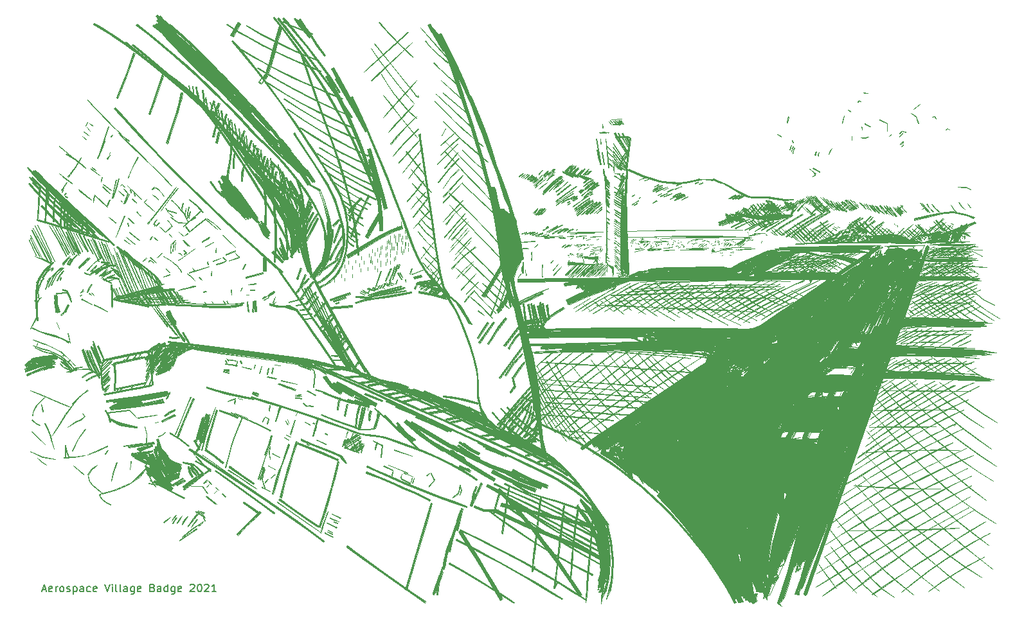
<source format=gto>
%TF.GenerationSoftware,KiCad,Pcbnew,5.1.10-88a1d61d58~88~ubuntu20.04.1*%
%TF.CreationDate,2021-05-07T16:03:34-04:00*%
%TF.ProjectId,avBadge_2021,61764261-6467-4655-9f32-3032312e6b69,rev?*%
%TF.SameCoordinates,Original*%
%TF.FileFunction,Legend,Top*%
%TF.FilePolarity,Positive*%
%FSLAX46Y46*%
G04 Gerber Fmt 4.6, Leading zero omitted, Abs format (unit mm)*
G04 Created by KiCad (PCBNEW 5.1.10-88a1d61d58~88~ubuntu20.04.1) date 2021-05-07 16:03:34*
%MOMM*%
%LPD*%
G01*
G04 APERTURE LIST*
%ADD10C,0.150000*%
%ADD11C,0.069915*%
%ADD12C,0.489408*%
%ADD13C,0.034958*%
G04 APERTURE END LIST*
D10*
X90254299Y-142335546D02*
X90730489Y-142335546D01*
X90159060Y-142621260D02*
X90492394Y-141621260D01*
X90825727Y-142621260D01*
X91540013Y-142573641D02*
X91444775Y-142621260D01*
X91254299Y-142621260D01*
X91159060Y-142573641D01*
X91111441Y-142478403D01*
X91111441Y-142097451D01*
X91159060Y-142002213D01*
X91254299Y-141954594D01*
X91444775Y-141954594D01*
X91540013Y-142002213D01*
X91587632Y-142097451D01*
X91587632Y-142192689D01*
X91111441Y-142287927D01*
X92016203Y-142621260D02*
X92016203Y-141954594D01*
X92016203Y-142145070D02*
X92063822Y-142049832D01*
X92111441Y-142002213D01*
X92206680Y-141954594D01*
X92301918Y-141954594D01*
X92778108Y-142621260D02*
X92682870Y-142573641D01*
X92635251Y-142526022D01*
X92587632Y-142430784D01*
X92587632Y-142145070D01*
X92635251Y-142049832D01*
X92682870Y-142002213D01*
X92778108Y-141954594D01*
X92920965Y-141954594D01*
X93016203Y-142002213D01*
X93063822Y-142049832D01*
X93111441Y-142145070D01*
X93111441Y-142430784D01*
X93063822Y-142526022D01*
X93016203Y-142573641D01*
X92920965Y-142621260D01*
X92778108Y-142621260D01*
X93492394Y-142573641D02*
X93587632Y-142621260D01*
X93778108Y-142621260D01*
X93873346Y-142573641D01*
X93920965Y-142478403D01*
X93920965Y-142430784D01*
X93873346Y-142335546D01*
X93778108Y-142287927D01*
X93635251Y-142287927D01*
X93540013Y-142240308D01*
X93492394Y-142145070D01*
X93492394Y-142097451D01*
X93540013Y-142002213D01*
X93635251Y-141954594D01*
X93778108Y-141954594D01*
X93873346Y-142002213D01*
X94349537Y-141954594D02*
X94349537Y-142954594D01*
X94349537Y-142002213D02*
X94444775Y-141954594D01*
X94635251Y-141954594D01*
X94730489Y-142002213D01*
X94778108Y-142049832D01*
X94825727Y-142145070D01*
X94825727Y-142430784D01*
X94778108Y-142526022D01*
X94730489Y-142573641D01*
X94635251Y-142621260D01*
X94444775Y-142621260D01*
X94349537Y-142573641D01*
X95682870Y-142621260D02*
X95682870Y-142097451D01*
X95635251Y-142002213D01*
X95540013Y-141954594D01*
X95349537Y-141954594D01*
X95254299Y-142002213D01*
X95682870Y-142573641D02*
X95587632Y-142621260D01*
X95349537Y-142621260D01*
X95254299Y-142573641D01*
X95206680Y-142478403D01*
X95206680Y-142383165D01*
X95254299Y-142287927D01*
X95349537Y-142240308D01*
X95587632Y-142240308D01*
X95682870Y-142192689D01*
X96587632Y-142573641D02*
X96492394Y-142621260D01*
X96301918Y-142621260D01*
X96206680Y-142573641D01*
X96159060Y-142526022D01*
X96111441Y-142430784D01*
X96111441Y-142145070D01*
X96159060Y-142049832D01*
X96206680Y-142002213D01*
X96301918Y-141954594D01*
X96492394Y-141954594D01*
X96587632Y-142002213D01*
X97397156Y-142573641D02*
X97301918Y-142621260D01*
X97111441Y-142621260D01*
X97016203Y-142573641D01*
X96968584Y-142478403D01*
X96968584Y-142097451D01*
X97016203Y-142002213D01*
X97111441Y-141954594D01*
X97301918Y-141954594D01*
X97397156Y-142002213D01*
X97444775Y-142097451D01*
X97444775Y-142192689D01*
X96968584Y-142287927D01*
X98492394Y-141621260D02*
X98825727Y-142621260D01*
X99159060Y-141621260D01*
X99492394Y-142621260D02*
X99492394Y-141954594D01*
X99492394Y-141621260D02*
X99444775Y-141668880D01*
X99492394Y-141716499D01*
X99540013Y-141668880D01*
X99492394Y-141621260D01*
X99492394Y-141716499D01*
X100111441Y-142621260D02*
X100016203Y-142573641D01*
X99968584Y-142478403D01*
X99968584Y-141621260D01*
X100635251Y-142621260D02*
X100540013Y-142573641D01*
X100492394Y-142478403D01*
X100492394Y-141621260D01*
X101444775Y-142621260D02*
X101444775Y-142097451D01*
X101397156Y-142002213D01*
X101301918Y-141954594D01*
X101111441Y-141954594D01*
X101016203Y-142002213D01*
X101444775Y-142573641D02*
X101349537Y-142621260D01*
X101111441Y-142621260D01*
X101016203Y-142573641D01*
X100968584Y-142478403D01*
X100968584Y-142383165D01*
X101016203Y-142287927D01*
X101111441Y-142240308D01*
X101349537Y-142240308D01*
X101444775Y-142192689D01*
X102349537Y-141954594D02*
X102349537Y-142764118D01*
X102301918Y-142859356D01*
X102254299Y-142906975D01*
X102159060Y-142954594D01*
X102016203Y-142954594D01*
X101920965Y-142906975D01*
X102349537Y-142573641D02*
X102254299Y-142621260D01*
X102063822Y-142621260D01*
X101968584Y-142573641D01*
X101920965Y-142526022D01*
X101873346Y-142430784D01*
X101873346Y-142145070D01*
X101920965Y-142049832D01*
X101968584Y-142002213D01*
X102063822Y-141954594D01*
X102254299Y-141954594D01*
X102349537Y-142002213D01*
X103206680Y-142573641D02*
X103111441Y-142621260D01*
X102920965Y-142621260D01*
X102825727Y-142573641D01*
X102778108Y-142478403D01*
X102778108Y-142097451D01*
X102825727Y-142002213D01*
X102920965Y-141954594D01*
X103111441Y-141954594D01*
X103206680Y-142002213D01*
X103254299Y-142097451D01*
X103254299Y-142192689D01*
X102778108Y-142287927D01*
X104778108Y-142097451D02*
X104920965Y-142145070D01*
X104968584Y-142192689D01*
X105016203Y-142287927D01*
X105016203Y-142430784D01*
X104968584Y-142526022D01*
X104920965Y-142573641D01*
X104825727Y-142621260D01*
X104444775Y-142621260D01*
X104444775Y-141621260D01*
X104778108Y-141621260D01*
X104873346Y-141668880D01*
X104920965Y-141716499D01*
X104968584Y-141811737D01*
X104968584Y-141906975D01*
X104920965Y-142002213D01*
X104873346Y-142049832D01*
X104778108Y-142097451D01*
X104444775Y-142097451D01*
X105873346Y-142621260D02*
X105873346Y-142097451D01*
X105825727Y-142002213D01*
X105730489Y-141954594D01*
X105540013Y-141954594D01*
X105444775Y-142002213D01*
X105873346Y-142573641D02*
X105778108Y-142621260D01*
X105540013Y-142621260D01*
X105444775Y-142573641D01*
X105397156Y-142478403D01*
X105397156Y-142383165D01*
X105444775Y-142287927D01*
X105540013Y-142240308D01*
X105778108Y-142240308D01*
X105873346Y-142192689D01*
X106778108Y-142621260D02*
X106778108Y-141621260D01*
X106778108Y-142573641D02*
X106682870Y-142621260D01*
X106492394Y-142621260D01*
X106397156Y-142573641D01*
X106349537Y-142526022D01*
X106301918Y-142430784D01*
X106301918Y-142145070D01*
X106349537Y-142049832D01*
X106397156Y-142002213D01*
X106492394Y-141954594D01*
X106682870Y-141954594D01*
X106778108Y-142002213D01*
X107682870Y-141954594D02*
X107682870Y-142764118D01*
X107635251Y-142859356D01*
X107587632Y-142906975D01*
X107492394Y-142954594D01*
X107349537Y-142954594D01*
X107254299Y-142906975D01*
X107682870Y-142573641D02*
X107587632Y-142621260D01*
X107397156Y-142621260D01*
X107301918Y-142573641D01*
X107254299Y-142526022D01*
X107206680Y-142430784D01*
X107206680Y-142145070D01*
X107254299Y-142049832D01*
X107301918Y-142002213D01*
X107397156Y-141954594D01*
X107587632Y-141954594D01*
X107682870Y-142002213D01*
X108540013Y-142573641D02*
X108444775Y-142621260D01*
X108254299Y-142621260D01*
X108159060Y-142573641D01*
X108111441Y-142478403D01*
X108111441Y-142097451D01*
X108159060Y-142002213D01*
X108254299Y-141954594D01*
X108444775Y-141954594D01*
X108540013Y-142002213D01*
X108587632Y-142097451D01*
X108587632Y-142192689D01*
X108111441Y-142287927D01*
X109730489Y-141716499D02*
X109778108Y-141668880D01*
X109873346Y-141621260D01*
X110111441Y-141621260D01*
X110206680Y-141668880D01*
X110254299Y-141716499D01*
X110301918Y-141811737D01*
X110301918Y-141906975D01*
X110254299Y-142049832D01*
X109682870Y-142621260D01*
X110301918Y-142621260D01*
X110920965Y-141621260D02*
X111016203Y-141621260D01*
X111111441Y-141668880D01*
X111159060Y-141716499D01*
X111206679Y-141811737D01*
X111254299Y-142002213D01*
X111254299Y-142240308D01*
X111206679Y-142430784D01*
X111159060Y-142526022D01*
X111111441Y-142573641D01*
X111016203Y-142621260D01*
X110920965Y-142621260D01*
X110825727Y-142573641D01*
X110778108Y-142526022D01*
X110730489Y-142430784D01*
X110682870Y-142240308D01*
X110682870Y-142002213D01*
X110730489Y-141811737D01*
X110778108Y-141716499D01*
X110825727Y-141668880D01*
X110920965Y-141621260D01*
X111635251Y-141716499D02*
X111682870Y-141668880D01*
X111778108Y-141621260D01*
X112016203Y-141621260D01*
X112111441Y-141668880D01*
X112159060Y-141716499D01*
X112206679Y-141811737D01*
X112206679Y-141906975D01*
X112159060Y-142049832D01*
X111587632Y-142621260D01*
X112206679Y-142621260D01*
X113159060Y-142621260D02*
X112587632Y-142621260D01*
X112873346Y-142621260D02*
X112873346Y-141621260D01*
X112778108Y-141764118D01*
X112682870Y-141859356D01*
X112587632Y-141906975D01*
D11*
%TO.C,S1*%
G36*
X207157167Y-96884625D02*
G01*
X209239116Y-96948589D01*
X211427528Y-97027885D01*
X213171304Y-96751794D01*
X211088920Y-96783922D01*
X208895152Y-96704063D01*
X207157167Y-96884625D01*
G37*
X207157167Y-96884625D02*
X209239116Y-96948589D01*
X211427528Y-97027885D01*
X213171304Y-96751794D01*
X211088920Y-96783922D01*
X208895152Y-96704063D01*
X207157167Y-96884625D01*
X186066541Y-143110516D02*
X187083807Y-140799816D01*
X187083807Y-140799816D02*
X188101073Y-138489116D01*
X188101073Y-138489116D02*
X189118339Y-136178415D01*
X189118339Y-136178415D02*
X190135605Y-133867715D01*
X190135605Y-133867715D02*
X191152871Y-131557015D01*
X191152871Y-131557015D02*
X192170137Y-129246314D01*
X192170137Y-129246314D02*
X193187403Y-126935614D01*
X193187403Y-126935614D02*
X194204669Y-124624914D01*
X194204669Y-124624914D02*
X195221935Y-122314213D01*
X195221935Y-122314213D02*
X196239201Y-120003513D01*
X196239201Y-120003513D02*
X197256467Y-117692813D01*
X197256467Y-117692813D02*
X198273734Y-115382112D01*
X198273734Y-115382112D02*
X199291000Y-113071412D01*
X199291000Y-113071412D02*
X200308266Y-110760712D01*
X200308266Y-110760712D02*
X201325532Y-108450012D01*
X201325532Y-108450012D02*
X202342798Y-106139311D01*
X202342798Y-106139311D02*
X203360064Y-103828611D01*
X203360064Y-103828611D02*
X204377330Y-101517911D01*
X204377330Y-101517911D02*
X205394596Y-99207210D01*
X205394596Y-99207210D02*
X206411862Y-96896510D01*
D12*
X190750857Y-142900776D02*
X191597199Y-140497897D01*
X191597199Y-140497897D02*
X192443542Y-138095019D01*
X192443542Y-138095019D02*
X193289885Y-135692140D01*
X193289885Y-135692140D02*
X194136229Y-133289262D01*
X194136229Y-133289262D02*
X194982572Y-130886384D01*
X194982572Y-130886384D02*
X195828916Y-128483505D01*
X195828916Y-128483505D02*
X196675260Y-126080627D01*
X196675260Y-126080627D02*
X197521605Y-123677748D01*
X197521605Y-123677748D02*
X198367949Y-121274870D01*
X198367949Y-121274870D02*
X199214293Y-118871991D01*
X199214293Y-118871991D02*
X200060637Y-116469113D01*
X200060637Y-116469113D02*
X200906982Y-114066234D01*
X200906982Y-114066234D02*
X201753326Y-111663356D01*
X201753326Y-111663356D02*
X202599670Y-109260478D01*
X202599670Y-109260478D02*
X203446013Y-106857599D01*
X203446013Y-106857599D02*
X204292357Y-104454721D01*
X204292357Y-104454721D02*
X205138700Y-102051842D01*
X205138700Y-102051842D02*
X205985043Y-99648964D01*
X205985043Y-99648964D02*
X206831385Y-97246085D01*
X161386446Y-123674074D02*
X163553820Y-122205852D01*
X163553820Y-122205852D02*
X165721193Y-120737631D01*
X165721193Y-120737631D02*
X167888566Y-119269409D01*
X167888566Y-119269409D02*
X170055939Y-117801188D01*
X170055939Y-117801188D02*
X172223311Y-116332966D01*
X172223311Y-116332966D02*
X174390683Y-114864745D01*
X174390683Y-114864745D02*
X176558055Y-113396523D01*
X176558055Y-113396523D02*
X178725427Y-111928301D01*
X178725427Y-111928301D02*
X180892799Y-110460080D01*
X180892799Y-110460080D02*
X183060171Y-108991858D01*
X183060171Y-108991858D02*
X185227543Y-107523636D01*
X185227543Y-107523636D02*
X187394915Y-106055415D01*
X187394915Y-106055415D02*
X189562287Y-104587193D01*
X189562287Y-104587193D02*
X191729660Y-103118971D01*
X191729660Y-103118971D02*
X193897032Y-101650750D01*
X193897032Y-101650750D02*
X196064405Y-100182528D01*
X196064405Y-100182528D02*
X198231779Y-98714307D01*
X198231779Y-98714307D02*
X200399153Y-97246085D01*
D11*
X162714839Y-124513057D02*
X164711306Y-123099215D01*
X164711306Y-123099215D02*
X166707772Y-121685373D01*
X166707772Y-121685373D02*
X168704239Y-120271531D01*
X168704239Y-120271531D02*
X170700705Y-118857689D01*
X170700705Y-118857689D02*
X172697172Y-117443847D01*
X172697172Y-117443847D02*
X174693638Y-116030005D01*
X174693638Y-116030005D02*
X176690105Y-114616163D01*
X176690105Y-114616163D02*
X178686571Y-113202321D01*
X178686571Y-113202321D02*
X180683038Y-111788480D01*
D13*
X183969083Y-109760922D02*
X185996612Y-108082956D01*
D11*
G36*
X203883054Y-106639905D02*
G01*
X205872000Y-106782641D01*
X207863789Y-106869888D01*
X209857186Y-106925072D01*
X211850954Y-106971621D01*
X212494828Y-106849530D01*
X211052151Y-106883909D01*
X208661739Y-106766091D01*
X206272786Y-106682017D01*
X203885832Y-106535024D01*
X203882921Y-106639905D01*
X203883054Y-106639905D01*
G37*
X203883054Y-106639905D02*
X205872000Y-106782641D01*
X207863789Y-106869888D01*
X209857186Y-106925072D01*
X211850954Y-106971621D01*
X212494828Y-106849530D01*
X211052151Y-106883909D01*
X208661739Y-106766091D01*
X206272786Y-106682017D01*
X203885832Y-106535024D01*
X203882921Y-106639905D01*
X203883054Y-106639905D01*
G36*
X202881156Y-107823572D02*
G01*
X204970305Y-107502693D01*
X207091459Y-107483241D01*
X209220764Y-107576992D01*
X211334361Y-107595723D01*
X213408398Y-107351211D01*
X211303896Y-107503149D01*
X209161374Y-107446809D01*
X207012053Y-107357873D01*
X204887153Y-107412024D01*
X202817894Y-107784945D01*
X202881156Y-107823572D01*
G37*
X202881156Y-107823572D02*
X204970305Y-107502693D01*
X207091459Y-107483241D01*
X209220764Y-107576992D01*
X211334361Y-107595723D01*
X213408398Y-107351211D01*
X211303896Y-107503149D01*
X209161374Y-107446809D01*
X207012053Y-107357873D01*
X204887153Y-107412024D01*
X202817894Y-107784945D01*
X202881156Y-107823572D01*
G36*
X205473623Y-101092826D02*
G01*
X208091871Y-101107121D01*
X210714646Y-101131159D01*
X213312274Y-101100075D01*
X211092023Y-101021803D01*
X209194197Y-101012893D01*
X207289102Y-100990688D01*
X205421315Y-101037308D01*
X205473623Y-101092815D01*
X205473623Y-101092826D01*
G37*
X205473623Y-101092826D02*
X208091871Y-101107121D01*
X210714646Y-101131159D01*
X213312274Y-101100075D01*
X211092023Y-101021803D01*
X209194197Y-101012893D01*
X207289102Y-100990688D01*
X205421315Y-101037308D01*
X205473623Y-101092815D01*
X205473623Y-101092826D01*
G36*
X205134533Y-101716470D02*
G01*
X207206589Y-101514646D01*
X209309393Y-101474569D01*
X211413309Y-101490441D01*
X213488699Y-101456466D01*
X211480337Y-101370352D01*
X209449917Y-101367812D01*
X207413092Y-101420480D01*
X205385517Y-101499988D01*
X205134533Y-101716470D01*
G37*
X205134533Y-101716470D02*
X207206589Y-101514646D01*
X209309393Y-101474569D01*
X211413309Y-101490441D01*
X213488699Y-101456466D01*
X211480337Y-101370352D01*
X209449917Y-101367812D01*
X207413092Y-101420480D01*
X205385517Y-101499988D01*
X205134533Y-101716470D01*
G36*
X206002869Y-98939435D02*
G01*
X208391130Y-98905347D01*
X210790010Y-98912569D01*
X213136538Y-98860621D01*
X210756279Y-98791174D01*
X208338008Y-98800572D01*
X205952069Y-98874141D01*
X206002869Y-98939427D01*
X206002869Y-98939435D01*
G37*
X206002869Y-98939435D02*
X208391130Y-98905347D01*
X210790010Y-98912569D01*
X213136538Y-98860621D01*
X210756279Y-98791174D01*
X208338008Y-98800572D01*
X205952069Y-98874141D01*
X206002869Y-98939427D01*
X206002869Y-98939435D01*
G36*
X206446840Y-98662569D02*
G01*
X208740948Y-98596478D01*
X211039959Y-98611898D01*
X213311825Y-98628835D01*
X211019055Y-98493488D01*
X208688844Y-98489107D01*
X206394399Y-98611187D01*
X206446840Y-98662569D01*
G37*
X206446840Y-98662569D02*
X208740948Y-98596478D01*
X211039959Y-98611898D01*
X213311825Y-98628835D01*
X211019055Y-98493488D01*
X208688844Y-98489107D01*
X206394399Y-98611187D01*
X206446840Y-98662569D01*
G36*
X202391756Y-110151050D02*
G01*
X204527149Y-110249953D01*
X206675251Y-110356516D01*
X208822933Y-110449023D01*
X210957065Y-110505760D01*
X213064519Y-110505010D01*
X210935063Y-110410668D01*
X208782852Y-110321201D01*
X206622849Y-110238003D01*
X204470015Y-110162468D01*
X202339316Y-110095993D01*
X202391756Y-110151050D01*
G37*
X202391756Y-110151050D02*
X204527149Y-110249953D01*
X206675251Y-110356516D01*
X208822933Y-110449023D01*
X210957065Y-110505760D01*
X213064519Y-110505010D01*
X210935063Y-110410668D01*
X208782852Y-110321201D01*
X206622849Y-110238003D01*
X204470015Y-110162468D01*
X202339316Y-110095993D01*
X202391756Y-110151050D01*
G36*
X201798163Y-111550754D02*
G01*
X204105499Y-111436096D01*
X206422101Y-111399949D01*
X208738919Y-111421238D01*
X211046898Y-111478884D01*
X213336987Y-111551813D01*
X211036886Y-111386296D01*
X208709770Y-111294428D01*
X206373371Y-111280100D01*
X204045424Y-111347205D01*
X201743659Y-111499634D01*
X201796073Y-111550760D01*
X201798163Y-111550754D01*
G37*
X201798163Y-111550754D02*
X204105499Y-111436096D01*
X206422101Y-111399949D01*
X208738919Y-111421238D01*
X211046898Y-111478884D01*
X213336987Y-111551813D01*
X211036886Y-111386296D01*
X208709770Y-111294428D01*
X206373371Y-111280100D01*
X204045424Y-111347205D01*
X201743659Y-111499634D01*
X201796073Y-111550760D01*
X201798163Y-111550754D01*
G36*
X201762524Y-111613680D02*
G01*
X204143255Y-111524552D01*
X206532261Y-111524118D01*
X208920367Y-111591861D01*
X211298400Y-111707267D01*
X213657185Y-111849821D01*
X211290944Y-111616552D01*
X208894794Y-111467274D01*
X206487331Y-111406183D01*
X204087154Y-111437476D01*
X201712862Y-111565351D01*
X201765302Y-111616477D01*
X201762524Y-111613680D01*
G37*
X201762524Y-111613680D02*
X204143255Y-111524552D01*
X206532261Y-111524118D01*
X208920367Y-111591861D01*
X211298400Y-111707267D01*
X213657185Y-111849821D01*
X211290944Y-111616552D01*
X208894794Y-111467274D01*
X206487331Y-111406183D01*
X204087154Y-111437476D01*
X201712862Y-111565351D01*
X201765302Y-111616477D01*
X201762524Y-111613680D01*
G36*
X201166127Y-113585292D02*
G01*
X203657325Y-113633453D01*
X206156115Y-113716602D01*
X208654217Y-113813040D01*
X211143354Y-113901069D01*
X213615249Y-113958989D01*
X211131803Y-113807087D01*
X208621986Y-113682420D01*
X206103748Y-113590503D01*
X203595042Y-113536850D01*
X201113819Y-113526977D01*
X201166127Y-113585292D01*
G37*
X201166127Y-113585292D02*
X203657325Y-113633453D01*
X206156115Y-113716602D01*
X208654217Y-113813040D01*
X211143354Y-113901069D01*
X213615249Y-113958989D01*
X211131803Y-113807087D01*
X208621986Y-113682420D01*
X206103748Y-113590503D01*
X203595042Y-113536850D01*
X201113819Y-113526977D01*
X201166127Y-113585292D01*
G36*
X200772506Y-114455038D02*
G01*
X203013838Y-114468323D01*
X205259527Y-114515821D01*
X207505686Y-114587726D01*
X209748429Y-114674230D01*
X211983871Y-114765527D01*
X214208127Y-114851810D01*
X211978201Y-114684109D01*
X209729878Y-114555868D01*
X207471611Y-114464695D01*
X205211853Y-114408202D01*
X202959058Y-114384000D01*
X200721680Y-114389699D01*
X200772506Y-114455038D01*
G37*
X200772506Y-114455038D02*
X203013838Y-114468323D01*
X205259527Y-114515821D01*
X207505686Y-114587726D01*
X209748429Y-114674230D01*
X211983871Y-114765527D01*
X214208127Y-114851810D01*
X211978201Y-114684109D01*
X209729878Y-114555868D01*
X207471611Y-114464695D01*
X205211853Y-114408202D01*
X202959058Y-114384000D01*
X200721680Y-114389699D01*
X200772506Y-114455038D01*
G36*
X193601292Y-112983320D02*
G01*
X193066437Y-113833489D01*
X193601292Y-112983320D01*
G37*
X193601292Y-112983320D02*
X193066437Y-113833489D01*
X193601292Y-112983320D01*
G36*
X193152453Y-114105460D02*
G01*
X194839833Y-114128782D01*
X196435297Y-114068773D01*
X194748777Y-113990512D01*
X193100516Y-114059830D01*
X193152453Y-114105462D01*
X193152453Y-114105460D01*
G37*
X193152453Y-114105460D02*
X194839833Y-114128782D01*
X196435297Y-114068773D01*
X194748777Y-113990512D01*
X193100516Y-114059830D01*
X193152453Y-114105462D01*
X193152453Y-114105460D01*
G36*
X197218014Y-113121054D02*
G01*
X196667469Y-113800888D01*
X196992589Y-113463178D01*
X197218014Y-113121054D01*
G37*
X197218014Y-113121054D02*
X196667469Y-113800888D01*
X196992589Y-113463178D01*
X197218014Y-113121054D01*
G36*
X193746019Y-113029463D02*
G01*
X195383446Y-113091191D01*
X196994283Y-113084785D01*
X195344566Y-112964716D01*
X193693579Y-112976239D01*
X193746019Y-113029463D01*
G37*
X193746019Y-113029463D02*
X195383446Y-113091191D01*
X196994283Y-113084785D01*
X195344566Y-112964716D01*
X193693579Y-112976239D01*
X193746019Y-113029463D01*
G36*
X197027144Y-109739250D02*
G01*
X196980736Y-109997399D01*
X197027144Y-109739250D01*
G37*
X197027144Y-109739250D02*
X196980736Y-109997399D01*
X197027144Y-109739250D01*
G36*
X196861462Y-110242641D02*
G01*
X196939249Y-110128958D01*
X196861462Y-110242641D01*
G37*
X196861462Y-110242641D02*
X196939249Y-110128958D01*
X196861462Y-110242641D01*
G36*
X197211717Y-109686812D02*
G01*
X197533953Y-110125007D01*
X197412192Y-109625606D01*
X197211717Y-109686812D01*
G37*
X197211717Y-109686812D02*
X197533953Y-110125007D01*
X197412192Y-109625606D01*
X197211717Y-109686812D01*
G36*
X193039873Y-116112729D02*
G01*
X192895278Y-116921251D01*
X193267706Y-116844382D01*
X192717038Y-116693905D01*
X193039873Y-116112729D01*
G37*
X193039873Y-116112729D02*
X192895278Y-116921251D01*
X193267706Y-116844382D01*
X192717038Y-116693905D01*
X193039873Y-116112729D01*
G36*
X193894239Y-116180547D02*
G01*
X193530563Y-116923662D01*
X193894239Y-116180547D01*
G37*
X193894239Y-116180547D02*
X193530563Y-116923662D01*
X193894239Y-116180547D01*
G36*
X193200687Y-116026732D02*
G01*
X193652383Y-116061596D01*
X193200687Y-116026732D01*
G37*
X193200687Y-116026732D02*
X193652383Y-116061596D01*
X193200687Y-116026732D01*
G36*
X194611577Y-116128109D02*
G01*
X194260608Y-116890885D01*
X194611577Y-116128109D01*
G37*
X194611577Y-116128109D02*
X194260608Y-116890885D01*
X194611577Y-116128109D01*
G36*
X191424142Y-116176351D02*
G01*
X191152653Y-116676186D01*
X191424142Y-116176351D01*
G37*
X191424142Y-116176351D02*
X191152653Y-116676186D01*
X191424142Y-116176351D01*
G36*
X191099736Y-116850335D02*
G01*
X191756803Y-116739644D01*
X191099736Y-116850335D01*
G37*
X191099736Y-116850335D02*
X191756803Y-116739644D01*
X191099736Y-116850335D01*
G36*
X192254034Y-116253257D02*
G01*
X191982704Y-116752518D01*
X192254034Y-116253257D01*
G37*
X192254034Y-116253257D02*
X191982704Y-116752518D01*
X192254034Y-116253257D01*
G36*
X191572362Y-116281224D02*
G01*
X192246980Y-116171545D01*
X191572362Y-116281224D01*
G37*
X191572362Y-116281224D02*
X192246980Y-116171545D01*
X191572362Y-116281224D01*
G36*
X194652826Y-116218301D02*
G01*
X195561723Y-116146286D01*
X194652826Y-116218301D01*
G37*
X194652826Y-116218301D02*
X195561723Y-116146286D01*
X194652826Y-116218301D01*
G36*
X194333315Y-116977581D02*
G01*
X194397291Y-116866085D01*
X194333315Y-116977581D01*
G37*
X194333315Y-116977581D02*
X194397291Y-116866085D01*
X194333315Y-116977581D01*
G36*
X195444274Y-116328767D02*
G01*
X195225093Y-116832232D01*
X195444274Y-116328767D01*
G37*
X195444274Y-116328767D02*
X195225093Y-116832232D01*
X195444274Y-116328767D01*
G36*
X187596283Y-121444470D02*
G01*
X187231029Y-122111176D01*
X187596283Y-121444470D01*
G37*
X187596283Y-121444470D02*
X187231029Y-122111176D01*
X187596283Y-121444470D01*
G36*
X187150222Y-122365953D02*
G01*
X188327856Y-122272912D01*
X187150222Y-122365953D01*
G37*
X187150222Y-122365953D02*
X188327856Y-122272912D01*
X187150222Y-122365953D01*
G36*
X188688350Y-121515082D02*
G01*
X188250190Y-122296297D01*
X188688350Y-121515082D01*
G37*
X188688350Y-121515082D02*
X188250190Y-122296297D01*
X188688350Y-121515082D01*
G36*
X187849383Y-121298346D02*
G01*
X188482478Y-121465356D01*
X188643679Y-121361781D01*
X187783740Y-121346751D01*
X187849383Y-121298346D01*
G37*
X187849383Y-121298346D02*
X188482478Y-121465356D01*
X188643679Y-121361781D01*
X187783740Y-121346751D01*
X187849383Y-121298346D01*
G36*
X189590950Y-121392032D02*
G01*
X188936556Y-122493897D01*
X189144889Y-122229789D01*
X189590950Y-121392032D01*
G37*
X189590950Y-121392032D02*
X188936556Y-122493897D01*
X189144889Y-122229789D01*
X189590950Y-121392032D01*
G36*
X189125336Y-122417689D02*
G01*
X190130005Y-122301586D01*
X189125336Y-122417689D01*
G37*
X189125336Y-122417689D02*
X190130005Y-122301586D01*
X189125336Y-122417689D01*
G36*
X189802114Y-121486417D02*
G01*
X190573216Y-121297658D01*
X189802114Y-121486417D01*
G37*
X189802114Y-121486417D02*
X190573216Y-121297658D01*
X189802114Y-121486417D01*
G36*
X190764827Y-121466142D02*
G01*
X190401131Y-122315265D01*
X190764827Y-121466142D01*
G37*
X190764827Y-121466142D02*
X190401131Y-122315265D01*
X190764827Y-121466142D01*
G36*
X191520636Y-121547244D02*
G01*
X191097606Y-122442373D01*
X191520636Y-121547244D01*
G37*
X191520636Y-121547244D02*
X191097606Y-122442373D01*
X191520636Y-121547244D01*
G36*
X191158474Y-122594574D02*
G01*
X192207203Y-122595367D01*
X191158474Y-122594574D01*
G37*
X191158474Y-122594574D02*
X192207203Y-122595367D01*
X191158474Y-122594574D01*
G36*
X191689122Y-121607371D02*
G01*
X192657825Y-121582881D01*
X191689122Y-121502503D01*
X191636682Y-121558873D01*
X191689122Y-121607376D01*
X191689122Y-121607371D01*
G37*
X191689122Y-121607371D02*
X192657825Y-121582881D01*
X191689122Y-121502503D01*
X191636682Y-121558873D01*
X191689122Y-121607376D01*
X191689122Y-121607371D01*
G36*
X192658847Y-121702457D02*
G01*
X192727136Y-121800168D01*
X192658847Y-121702457D01*
G37*
X192658847Y-121702457D02*
X192727136Y-121800168D01*
X192658847Y-121702457D01*
G36*
X181193445Y-112342896D02*
G01*
X180266524Y-113114841D01*
X181018027Y-112615165D01*
X181193445Y-112342896D01*
G37*
X181193445Y-112342896D02*
X180266524Y-113114841D01*
X181018027Y-112615165D01*
X181193445Y-112342896D01*
G36*
X180320188Y-113474124D02*
G01*
X181751911Y-113563964D01*
X183092651Y-113476506D01*
X181615892Y-113422680D01*
X180320188Y-113474124D01*
G37*
X180320188Y-113474124D02*
X181751911Y-113563964D01*
X183092651Y-113476506D01*
X181615892Y-113422680D01*
X180320188Y-113474124D01*
G36*
X181417177Y-112335905D02*
G01*
X183869097Y-112578520D01*
X184122198Y-112533774D01*
X182714293Y-112316694D01*
X181417177Y-112335905D01*
G37*
X181417177Y-112335905D02*
X183869097Y-112578520D01*
X184122198Y-112533774D01*
X182714293Y-112316694D01*
X181417177Y-112335905D01*
G36*
X184390670Y-112303044D02*
G01*
X183214465Y-113547700D01*
X184163208Y-112671635D01*
X184390670Y-112303044D01*
G37*
X184390670Y-112303044D02*
X183214465Y-113547700D01*
X184163208Y-112671635D01*
X184390670Y-112303044D01*
G36*
X199525234Y-98564689D02*
G01*
X200302342Y-98809395D01*
X199337380Y-98824767D01*
X199525234Y-98564681D01*
X199525234Y-98564689D01*
G37*
X199525234Y-98564689D02*
X200302342Y-98809395D01*
X199337380Y-98824767D01*
X199525234Y-98564681D01*
X199525234Y-98564689D01*
G36*
X199578362Y-98590558D02*
G01*
X200601771Y-98493604D01*
X199578362Y-98590558D01*
G37*
X199578362Y-98590558D02*
X200601771Y-98493604D01*
X199578362Y-98590558D01*
G36*
X200336235Y-98835260D02*
G01*
X200251886Y-98824730D01*
X200336235Y-98835260D01*
G37*
X200336235Y-98835260D02*
X200251886Y-98824730D01*
X200336235Y-98835260D01*
G36*
X203815214Y-98642294D02*
G01*
X203873370Y-98632955D01*
X203815214Y-98642294D01*
G37*
X203815214Y-98642294D02*
X203873370Y-98632955D01*
X203815214Y-98642294D01*
G36*
X203642547Y-98959011D02*
G01*
X204122211Y-98908989D01*
X203642547Y-98959011D01*
G37*
X203642547Y-98959011D02*
X204122211Y-98908989D01*
X203642547Y-98959011D01*
G36*
X203986532Y-98701024D02*
G01*
X204511122Y-98560631D01*
X203986532Y-98701024D01*
G37*
X203986532Y-98701024D02*
X204511122Y-98560631D01*
X203986532Y-98701024D01*
G36*
X200758536Y-97241892D02*
G01*
X200627885Y-97407913D01*
X200931918Y-97209020D01*
X200757160Y-97168168D01*
X200759806Y-97241892D01*
X200758536Y-97241892D01*
G37*
X200758536Y-97241892D02*
X200627885Y-97407913D01*
X200931918Y-97209020D01*
X200757160Y-97168168D01*
X200759806Y-97241892D01*
X200758536Y-97241892D01*
G36*
X201626872Y-97116043D02*
G01*
X201814277Y-97098130D01*
X201719185Y-97255391D01*
X201655844Y-97153156D01*
X201626872Y-97116030D01*
X201626872Y-97116043D01*
G37*
X201626872Y-97116043D02*
X201814277Y-97098130D01*
X201719185Y-97255391D01*
X201655844Y-97153156D01*
X201626872Y-97116030D01*
X201626872Y-97116043D01*
G36*
X202801463Y-97071299D02*
G01*
X203089515Y-97309710D01*
X202977491Y-97283154D01*
X202827313Y-97114170D01*
X202801384Y-97071299D01*
X202801463Y-97071299D01*
G37*
X202801463Y-97071299D02*
X203089515Y-97309710D01*
X202977491Y-97283154D01*
X202827313Y-97114170D01*
X202801384Y-97071299D01*
X202801463Y-97071299D01*
G36*
X204925486Y-97133524D02*
G01*
X205113763Y-97320388D01*
X204914955Y-97295703D01*
X204925538Y-97133526D01*
X204925486Y-97133524D01*
G37*
X204925486Y-97133524D02*
X205113763Y-97320388D01*
X204914955Y-97295703D01*
X204925538Y-97133526D01*
X204925486Y-97133524D01*
G36*
X201203195Y-97049624D02*
G01*
X202595608Y-97096585D01*
X203895251Y-96990551D01*
X202458884Y-96958282D01*
X201203195Y-97049624D01*
G37*
X201203195Y-97049624D02*
X202595608Y-97096585D01*
X203895251Y-96990551D01*
X202458884Y-96958282D01*
X201203195Y-97049624D01*
G36*
X201562552Y-97127930D02*
G01*
X204020005Y-97062524D01*
X206430250Y-96924664D01*
X203971266Y-96938240D01*
X201510138Y-97076279D01*
X201562552Y-97127930D01*
G37*
X201562552Y-97127930D02*
X204020005Y-97062524D01*
X206430250Y-96924664D01*
X203971266Y-96938240D01*
X201510138Y-97076279D01*
X201562552Y-97127930D01*
G36*
X202623875Y-96665791D02*
G01*
X205027975Y-96710027D01*
X207192144Y-96544138D01*
X204864287Y-96571311D01*
X202571435Y-96617896D01*
X202623875Y-96665090D01*
X202623875Y-96665791D01*
G37*
X202623875Y-96665791D02*
X205027975Y-96710027D01*
X207192144Y-96544138D01*
X204864287Y-96571311D01*
X202571435Y-96617896D01*
X202623875Y-96665090D01*
X202623875Y-96665791D01*
G36*
X207210321Y-96689561D02*
G01*
X208565967Y-96426679D01*
X207157881Y-96633453D01*
X207210321Y-96689561D01*
G37*
X207210321Y-96689561D02*
X208565967Y-96426679D01*
X207157881Y-96633453D01*
X207210321Y-96689561D01*
G36*
X212337893Y-96477717D02*
G01*
X210539428Y-96459891D01*
X208749852Y-96426681D01*
X208590851Y-96527213D01*
X209790829Y-96587109D01*
X212337893Y-96477717D01*
G37*
X212337893Y-96477717D02*
X210539428Y-96459891D01*
X208749852Y-96426681D01*
X208590851Y-96527213D01*
X209790829Y-96587109D01*
X212337893Y-96477717D01*
G36*
X189480486Y-96829391D02*
G01*
X191686930Y-96740465D01*
X193903218Y-96682425D01*
X196122004Y-96643727D01*
X198335940Y-96612825D01*
X200537676Y-96578175D01*
X202719866Y-96528231D01*
X200528825Y-96489910D01*
X198325098Y-96492157D01*
X196113541Y-96525854D01*
X193899014Y-96581888D01*
X191686377Y-96651143D01*
X189480486Y-96724504D01*
X189428046Y-96777990D01*
X189480486Y-96829377D01*
X189480486Y-96829391D01*
G37*
X189480486Y-96829391D02*
X191686930Y-96740465D01*
X193903218Y-96682425D01*
X196122004Y-96643727D01*
X198335940Y-96612825D01*
X200537676Y-96578175D01*
X202719866Y-96528231D01*
X200528825Y-96489910D01*
X198325098Y-96492157D01*
X196113541Y-96525854D01*
X193899014Y-96581888D01*
X191686377Y-96651143D01*
X189480486Y-96724504D01*
X189428046Y-96777990D01*
X189480486Y-96829377D01*
X189480486Y-96829391D01*
G36*
X189046332Y-97266360D02*
G01*
X191378045Y-97177888D01*
X193725256Y-97123990D01*
X196072608Y-97080648D01*
X198404744Y-97023844D01*
X200706307Y-96929559D01*
X198391244Y-96919984D01*
X196059940Y-96953687D01*
X193720169Y-97015511D01*
X191379708Y-97090298D01*
X189046332Y-97162887D01*
X189046332Y-97266360D01*
G37*
X189046332Y-97266360D02*
X191378045Y-97177888D01*
X193725256Y-97123990D01*
X196072608Y-97080648D01*
X198404744Y-97023844D01*
X200706307Y-96929559D01*
X198391244Y-96919984D01*
X196059940Y-96953687D01*
X193720169Y-97015511D01*
X191379708Y-97090298D01*
X189046332Y-97162887D01*
X189046332Y-97266360D01*
G36*
X194141757Y-97969012D02*
G01*
X196452088Y-97901872D01*
X198734500Y-97770363D01*
X196411085Y-97778298D01*
X194089316Y-97917622D01*
X194141757Y-97969012D01*
G37*
X194141757Y-97969012D02*
X196452088Y-97901872D01*
X198734500Y-97770363D01*
X196411085Y-97778298D01*
X194089316Y-97917622D01*
X194141757Y-97969012D01*
G36*
X193588725Y-98025641D02*
G01*
X195848078Y-98478566D01*
X198095187Y-98922306D01*
X196594729Y-98573280D01*
X195108677Y-98105346D01*
X193588725Y-98025641D01*
G37*
X193588725Y-98025641D02*
X195848078Y-98478566D01*
X198095187Y-98922306D01*
X196594729Y-98573280D01*
X195108677Y-98105346D01*
X193588725Y-98025641D01*
G36*
X196309118Y-98206023D02*
G01*
X196122401Y-98336058D01*
X196309118Y-98206023D01*
G37*
X196309118Y-98206023D02*
X196122401Y-98336058D01*
X196309118Y-98206023D01*
G36*
X196260884Y-98270346D02*
G01*
X196260725Y-98270359D01*
X196260884Y-98270346D01*
G37*
X196260884Y-98270346D02*
X196260725Y-98270359D01*
X196260884Y-98270346D01*
G36*
X196757983Y-99094647D02*
G01*
X194712738Y-98550018D01*
X192655883Y-98259686D01*
X191234889Y-97766300D01*
X189630320Y-97826415D01*
X189347616Y-97943510D01*
X190645288Y-97897701D01*
X192832863Y-98438454D01*
X194843458Y-98691792D01*
X196798332Y-99146738D01*
X196757983Y-99094647D01*
G37*
X196757983Y-99094647D02*
X194712738Y-98550018D01*
X192655883Y-98259686D01*
X191234889Y-97766300D01*
X189630320Y-97826415D01*
X189347616Y-97943510D01*
X190645288Y-97897701D01*
X192832863Y-98438454D01*
X194843458Y-98691792D01*
X196798332Y-99146738D01*
X196757983Y-99094647D01*
G36*
X195154132Y-99289711D02*
G01*
X195236576Y-99516935D01*
X195154132Y-99289711D01*
G37*
X195154132Y-99289711D02*
X195236576Y-99516935D01*
X195154132Y-99289711D01*
G36*
X195216336Y-99605028D02*
G01*
X195297854Y-99472311D01*
X195216336Y-99605028D01*
G37*
X195216336Y-99605028D02*
X195297854Y-99472311D01*
X195216336Y-99605028D01*
G36*
X193931995Y-100165051D02*
G01*
X194030261Y-100380229D01*
X193643388Y-100364301D01*
X193931995Y-100165043D01*
X193931995Y-100165051D01*
G37*
X193931995Y-100165051D02*
X194030261Y-100380229D01*
X193643388Y-100364301D01*
X193931995Y-100165043D01*
X193931995Y-100165051D01*
G36*
X191403161Y-101461279D02*
G01*
X191379348Y-101871521D01*
X191659436Y-101551563D01*
X191313626Y-101581934D01*
X191403081Y-101461279D01*
X191403161Y-101461279D01*
G37*
X191403161Y-101461279D02*
X191379348Y-101871521D01*
X191659436Y-101551563D01*
X191313626Y-101581934D01*
X191403081Y-101461279D01*
X191403161Y-101461279D01*
G36*
X189523137Y-100513229D02*
G01*
X191423613Y-100089467D01*
X191313652Y-100066449D01*
X190892753Y-100381766D01*
X189523137Y-100513221D01*
X189523137Y-100513229D01*
G37*
X189523137Y-100513229D02*
X191423613Y-100089467D01*
X191313652Y-100066449D01*
X190892753Y-100381766D01*
X189523137Y-100513221D01*
X189523137Y-100513229D01*
G36*
X191989742Y-100071365D02*
G01*
X192056205Y-100105713D01*
X191989742Y-100071365D01*
G37*
X191989742Y-100071365D02*
X192056205Y-100105713D01*
X191989742Y-100071365D01*
G36*
X192165954Y-100516724D02*
G01*
X193698385Y-100574189D01*
X195126853Y-100504130D01*
X193613166Y-100505397D01*
X192165954Y-100516724D01*
G37*
X192165954Y-100516724D02*
X193698385Y-100574189D01*
X195126853Y-100504130D01*
X193613166Y-100505397D01*
X192165954Y-100516724D01*
G36*
X190232088Y-101329141D02*
G01*
X192159035Y-101402746D01*
X194020101Y-101408143D01*
X192092995Y-101334796D01*
X190232088Y-101329141D01*
G37*
X190232088Y-101329141D02*
X192159035Y-101402746D01*
X194020101Y-101408143D01*
X192092995Y-101334796D01*
X190232088Y-101329141D01*
G36*
X190948712Y-100865601D02*
G01*
X190851134Y-100976999D01*
X190948712Y-100865601D01*
G37*
X190948712Y-100865601D02*
X190851134Y-100976999D01*
X190948712Y-100865601D01*
G36*
X191020732Y-100916639D02*
G01*
X191020732Y-100864202D01*
X191020732Y-100916639D01*
G37*
X191020732Y-100916639D02*
X191020732Y-100864202D01*
X191020732Y-100916639D01*
G36*
X190938235Y-101060665D02*
G01*
X191331114Y-101015819D01*
X190938235Y-101060665D01*
G37*
X190938235Y-101060665D02*
X191331114Y-101015819D01*
X190938235Y-101060665D01*
G36*
X191963178Y-100871893D02*
G01*
X191938836Y-100952289D01*
X191963178Y-100871893D01*
G37*
X191963178Y-100871893D02*
X191938836Y-100952289D01*
X191963178Y-100871893D01*
G36*
X192079938Y-100873991D02*
G01*
X192087082Y-100822620D01*
X192079938Y-100873991D01*
G37*
X192079938Y-100873991D02*
X192087082Y-100822620D01*
X192079938Y-100873991D01*
G36*
X191965982Y-101097022D02*
G01*
X192232603Y-101076702D01*
X191965982Y-101097022D01*
G37*
X191965982Y-101097022D02*
X192232603Y-101076702D01*
X191965982Y-101097022D01*
G36*
X189844765Y-101138270D02*
G01*
X189658868Y-101008228D01*
X189844765Y-101138270D01*
G37*
X189844765Y-101138270D02*
X189658868Y-101008228D01*
X189844765Y-101138270D01*
G36*
X184073938Y-101176024D02*
G01*
X186376606Y-101088694D01*
X188613553Y-100937613D01*
X186308899Y-101025914D01*
X184073938Y-101176024D01*
G37*
X184073938Y-101176024D02*
X186376606Y-101088694D01*
X188613553Y-100937613D01*
X186308899Y-101025914D01*
X184073938Y-101176024D01*
G36*
X186955859Y-100506935D02*
G01*
X188508010Y-100404413D01*
X189994360Y-100240558D01*
X188442040Y-100343355D01*
X186955859Y-100506935D01*
G37*
X186955859Y-100506935D02*
X188508010Y-100404413D01*
X189994360Y-100240558D01*
X188442040Y-100343355D01*
X186955859Y-100506935D01*
G36*
X186914610Y-100541193D02*
G01*
X188188867Y-100520340D01*
X189471484Y-100445920D01*
X189885629Y-100396195D01*
X188554471Y-100449430D01*
X186914610Y-100541193D01*
G37*
X186914610Y-100541193D02*
X188188867Y-100520340D01*
X189471484Y-100445920D01*
X189885629Y-100396195D01*
X188554471Y-100449430D01*
X186914610Y-100541193D01*
G36*
X185770102Y-100318864D02*
G01*
X186930918Y-100354939D01*
X187136119Y-100297406D01*
X185770102Y-100318864D01*
G37*
X185770102Y-100318864D02*
X186930918Y-100354939D01*
X187136119Y-100297406D01*
X185770102Y-100318864D01*
G36*
X203403417Y-99364520D02*
G01*
X203448370Y-99512440D01*
X203388098Y-99296725D01*
X203403443Y-99364520D01*
X203403417Y-99364520D01*
G37*
X203403417Y-99364520D02*
X203448370Y-99512440D01*
X203388098Y-99296725D01*
X203403443Y-99364520D01*
X203403417Y-99364520D01*
G36*
X203642547Y-99213503D02*
G01*
X203739464Y-99230834D01*
X203642547Y-99213503D01*
G37*
X203642547Y-99213503D02*
X203739464Y-99230834D01*
X203642547Y-99213503D01*
G36*
X203915201Y-99215601D02*
G01*
X203893240Y-99415621D01*
X203795609Y-99401598D01*
X203915253Y-99215612D01*
X203915201Y-99215601D01*
G37*
X203915201Y-99215601D02*
X203893240Y-99415621D01*
X203795609Y-99401598D01*
X203915253Y-99215612D01*
X203915201Y-99215601D01*
G36*
X204073924Y-99286915D02*
G01*
X204138906Y-99312103D01*
X204073924Y-99286915D01*
G37*
X204073924Y-99286915D02*
X204138906Y-99312103D01*
X204073924Y-99286915D01*
G36*
X202926611Y-99886087D02*
G01*
X203075413Y-100029420D01*
X202926611Y-99886087D01*
G37*
X202926611Y-99886087D02*
X203075413Y-100029420D01*
X202926611Y-99886087D01*
G36*
X203109094Y-99888186D02*
G01*
X203177145Y-99858227D01*
X203109094Y-99888186D01*
G37*
X203109094Y-99888186D02*
X203177145Y-99858227D01*
X203109094Y-99888186D01*
G36*
X202609879Y-100437021D02*
G01*
X202651630Y-100461019D01*
X202609879Y-100437021D01*
G37*
X202609879Y-100437021D02*
X202651630Y-100461019D01*
X202609879Y-100437021D01*
G36*
X202732936Y-100497148D02*
G01*
X202778074Y-100604582D01*
X202732936Y-100497148D01*
G37*
X202732936Y-100497148D02*
X202778074Y-100604582D01*
X202732936Y-100497148D01*
G36*
X203543964Y-99922444D02*
G01*
X203493587Y-100074860D01*
X203543964Y-99922444D01*
G37*
X203543964Y-99922444D02*
X203493587Y-100074860D01*
X203543964Y-99922444D01*
G36*
X199097350Y-99767231D02*
G01*
X199304439Y-99771279D01*
X199161273Y-99964052D01*
X199101107Y-99764458D01*
X199097350Y-99767231D01*
G37*
X199097350Y-99767231D02*
X199304439Y-99771279D01*
X199161273Y-99964052D01*
X199101107Y-99764458D01*
X199097350Y-99767231D01*
G36*
X199269329Y-99175747D02*
G01*
X199261656Y-99481301D01*
X199269329Y-99175747D01*
G37*
X199269329Y-99175747D02*
X199261656Y-99481301D01*
X199269329Y-99175747D01*
G36*
X199493061Y-99215601D02*
G01*
X199489886Y-99288981D01*
X199493061Y-99215601D01*
G37*
X199493061Y-99215601D02*
X199489886Y-99288981D01*
X199493061Y-99215601D01*
G36*
X199655964Y-99332359D02*
G01*
X199595878Y-99477071D01*
X199655964Y-99332359D01*
G37*
X199655964Y-99332359D02*
X199595878Y-99477071D01*
X199655964Y-99332359D01*
G36*
X199851730Y-99213503D02*
G01*
X199997912Y-99286213D01*
X199851730Y-99213503D01*
G37*
X199851730Y-99213503D02*
X199997912Y-99286213D01*
X199851730Y-99213503D01*
G36*
X198345748Y-100437720D02*
G01*
X198448644Y-100631733D01*
X198345748Y-100437720D01*
G37*
X198345748Y-100437720D02*
X198448644Y-100631733D01*
X198345748Y-100437720D01*
G36*
X198577867Y-100448906D02*
G01*
X198629593Y-100457188D01*
X198577867Y-100448906D01*
G37*
X198577867Y-100448906D02*
X198629593Y-100457188D01*
X198577867Y-100448906D01*
G36*
X198089869Y-101146660D02*
G01*
X198054944Y-101312091D01*
X198089869Y-101146660D01*
G37*
X198089869Y-101146660D02*
X198054944Y-101312091D01*
X198089869Y-101146660D01*
G36*
X198219912Y-101166237D02*
G01*
X198276004Y-101213812D01*
X198219912Y-101166237D01*
G37*
X198219912Y-101166237D02*
X198276004Y-101213812D01*
X198219912Y-101166237D01*
G36*
X197641718Y-101185115D02*
G01*
X197705694Y-101339121D01*
X197641718Y-101185115D01*
G37*
X197641718Y-101185115D02*
X197705694Y-101339121D01*
X197641718Y-101185115D01*
G36*
X197826291Y-101166237D02*
G01*
X197863439Y-101254150D01*
X197826291Y-101166237D01*
G37*
X197826291Y-101166237D02*
X197863439Y-101254150D01*
X197826291Y-101166237D01*
G36*
X186257412Y-109363804D02*
G01*
X186614493Y-109791220D01*
X186257412Y-109363804D01*
G37*
X186257412Y-109363804D02*
X186614493Y-109791220D01*
X186257412Y-109363804D01*
G36*
X186943979Y-109400160D02*
G01*
X186831161Y-109565900D01*
X186943979Y-109400160D01*
G37*
X186943979Y-109400160D02*
X186831161Y-109565900D01*
X186943979Y-109400160D01*
G36*
X186509083Y-109340732D02*
G01*
X186875452Y-109313946D01*
X186509083Y-109340732D01*
G37*
X186509083Y-109340732D02*
X186875452Y-109313946D01*
X186509083Y-109340732D01*
G36*
X186445477Y-109358213D02*
G01*
X186431454Y-109307873D01*
X186445477Y-109358213D01*
G37*
X186445477Y-109358213D02*
X186431454Y-109307873D01*
X186445477Y-109358213D01*
G36*
X182075778Y-109287598D02*
G01*
X183068150Y-108575134D01*
X183809302Y-108040720D01*
X182969117Y-108572713D01*
X182075778Y-109287598D01*
G37*
X182075778Y-109287598D02*
X183068150Y-108575134D01*
X183809302Y-108040720D01*
X182969117Y-108572713D01*
X182075778Y-109287598D01*
G36*
X184371091Y-107970394D02*
G01*
X184418319Y-107848286D01*
X184371091Y-107970394D01*
G37*
X184371091Y-107970394D02*
X184418319Y-107848286D01*
X184371091Y-107970394D01*
G36*
X203601987Y-106637807D02*
G01*
X203783703Y-106648443D01*
X203601987Y-106637807D01*
G37*
X203601987Y-106637807D02*
X203783703Y-106648443D01*
X203601987Y-106637807D01*
G36*
X203536952Y-106464418D02*
G01*
X205853538Y-106527231D01*
X208188340Y-106609110D01*
X210506752Y-106674051D01*
X212774165Y-106686048D01*
X210455929Y-106622122D01*
X208127198Y-106544175D01*
X205807740Y-106478263D01*
X203517320Y-106450440D01*
X203536899Y-106464410D01*
X203536952Y-106464418D01*
G37*
X203536952Y-106464418D02*
X205853538Y-106527231D01*
X208188340Y-106609110D01*
X210506752Y-106674051D01*
X212774165Y-106686048D01*
X210455929Y-106622122D01*
X208127198Y-106544175D01*
X205807740Y-106478263D01*
X203517320Y-106450440D01*
X203536899Y-106464410D01*
X203536952Y-106464418D01*
G36*
X202943386Y-108035415D02*
G01*
X205463784Y-107681491D01*
X208044348Y-107647939D01*
X210611309Y-107729382D01*
X213090898Y-107720445D01*
X210536259Y-107673660D01*
X207964887Y-107578673D01*
X205411671Y-107628992D01*
X202911504Y-108018125D01*
X202943386Y-108035402D01*
X202943386Y-108035415D01*
G37*
X202943386Y-108035415D02*
X205463784Y-107681491D01*
X208044348Y-107647939D01*
X210611309Y-107729382D01*
X213090898Y-107720445D01*
X210536259Y-107673660D01*
X207964887Y-107578673D01*
X205411671Y-107628992D01*
X202911504Y-108018125D01*
X202943386Y-108035402D01*
X202943386Y-108035415D01*
G36*
X205431660Y-101511619D02*
G01*
X206729362Y-101423887D01*
X205927277Y-101431524D01*
X205431660Y-101511619D01*
G37*
X205431660Y-101511619D02*
X206729362Y-101423887D01*
X205927277Y-101431524D01*
X205431660Y-101511619D01*
G36*
X205310719Y-101459181D02*
G01*
X207402726Y-101378905D01*
X209514912Y-101348024D01*
X211610930Y-101332859D01*
X213654434Y-101299727D01*
X211561448Y-101283430D01*
X209449715Y-101285114D01*
X207354413Y-101333968D01*
X205310719Y-101459181D01*
G37*
X205310719Y-101459181D02*
X207402726Y-101378905D01*
X209514912Y-101348024D01*
X211610930Y-101332859D01*
X213654434Y-101299727D01*
X211561448Y-101283430D01*
X209449715Y-101285114D01*
X207354413Y-101333968D01*
X205310719Y-101459181D01*
G36*
X206339181Y-95645724D02*
G01*
X205912619Y-96099477D01*
X206064728Y-96363967D01*
X205853988Y-96183373D01*
X206341218Y-95698162D01*
X206341218Y-95645724D01*
X206339181Y-95645724D01*
G37*
X206339181Y-95645724D02*
X205912619Y-96099477D01*
X206064728Y-96363967D01*
X205853988Y-96183373D01*
X206341218Y-95698162D01*
X206341218Y-95645724D01*
X206339181Y-95645724D01*
G36*
X206181859Y-95742908D02*
G01*
X206609691Y-95881084D01*
X206395643Y-96172184D01*
X206663481Y-95886238D01*
X206181859Y-95742908D01*
G37*
X206181859Y-95742908D02*
X206609691Y-95881084D01*
X206395643Y-96172184D01*
X206663481Y-95886238D01*
X206181859Y-95742908D01*
G36*
X211300356Y-95742908D02*
G01*
X211117847Y-95915377D01*
X211300356Y-95742908D01*
G37*
X211300356Y-95742908D02*
X211117847Y-95915377D01*
X211300356Y-95742908D01*
G36*
X211326921Y-95608669D02*
G01*
X211473129Y-95770134D01*
X211326921Y-95608669D01*
G37*
X211326921Y-95608669D02*
X211473129Y-95770134D01*
X211326921Y-95608669D01*
G36*
X211426219Y-95931678D02*
G01*
X211431246Y-95998080D01*
X211426219Y-95931678D01*
G37*
X211426219Y-95931678D02*
X211431246Y-95998080D01*
X211426219Y-95931678D01*
G36*
X211557637Y-95788353D02*
G01*
X211775733Y-95917422D01*
X211703509Y-96070792D01*
X211762769Y-95698741D01*
X211557611Y-95788353D01*
X211557637Y-95788353D01*
G37*
X211557637Y-95788353D02*
X211775733Y-95917422D01*
X211703509Y-96070792D01*
X211762769Y-95698741D01*
X211557611Y-95788353D01*
X211557637Y-95788353D01*
G36*
X202759501Y-95493311D02*
G01*
X201927068Y-95471906D01*
X199882415Y-95694586D01*
X198326513Y-94633357D01*
X197421320Y-94564843D01*
X196679508Y-94560663D01*
X195999661Y-94858271D01*
X195140298Y-95119687D01*
X194704420Y-96058252D01*
X195332187Y-95085958D01*
X196179366Y-94748636D01*
X196959887Y-94366974D01*
X197544881Y-94923938D01*
X198990299Y-95159552D01*
X199913543Y-95879664D01*
X201398484Y-95743459D01*
X202111351Y-95614998D01*
X202759501Y-95493319D01*
X202759501Y-95493311D01*
G37*
X202759501Y-95493311D02*
X201927068Y-95471906D01*
X199882415Y-95694586D01*
X198326513Y-94633357D01*
X197421320Y-94564843D01*
X196679508Y-94560663D01*
X195999661Y-94858271D01*
X195140298Y-95119687D01*
X194704420Y-96058252D01*
X195332187Y-95085958D01*
X196179366Y-94748636D01*
X196959887Y-94366974D01*
X197544881Y-94923938D01*
X198990299Y-95159552D01*
X199913543Y-95879664D01*
X201398484Y-95743459D01*
X202111351Y-95614998D01*
X202759501Y-95493319D01*
X202759501Y-95493311D01*
G36*
X193056674Y-96086192D02*
G01*
X193019077Y-96306489D01*
X193056674Y-96086192D01*
G37*
X193056674Y-96086192D02*
X193019077Y-96306489D01*
X193056674Y-96086192D01*
G36*
X193245428Y-96072907D02*
G01*
X193294826Y-96245082D01*
X193245428Y-96072907D01*
G37*
X193245428Y-96072907D02*
X193294826Y-96245082D01*
X193245428Y-96072907D01*
G36*
X193193702Y-96078500D02*
G01*
X194219951Y-95958723D01*
X193193702Y-96078500D01*
G37*
X193193702Y-96078500D02*
X194219951Y-95958723D01*
X193193702Y-96078500D01*
G36*
X193467069Y-96041445D02*
G01*
X194407779Y-96005825D01*
X193848598Y-95964804D01*
X193467069Y-96041445D01*
G37*
X193467069Y-96041445D02*
X194407779Y-96005825D01*
X193848598Y-95964804D01*
X193467069Y-96041445D01*
G36*
X193942499Y-95902314D02*
G01*
X193942499Y-95849879D01*
X193942499Y-95902314D01*
G37*
X193942499Y-95902314D02*
X193942499Y-95849879D01*
X193942499Y-95902314D01*
G36*
X194020789Y-95686277D02*
G01*
X194478042Y-95704454D01*
X194020789Y-95686277D01*
G37*
X194020789Y-95686277D02*
X194478042Y-95704454D01*
X194020789Y-95686277D01*
G36*
X193847408Y-95707949D02*
G01*
X193885958Y-95747107D01*
X193847408Y-95707949D01*
G37*
X193847408Y-95707949D02*
X193885958Y-95747107D01*
X193847408Y-95707949D01*
G36*
X194008909Y-95542251D02*
G01*
X194046930Y-95503537D01*
X194008909Y-95542251D01*
G37*
X194008909Y-95542251D02*
X194046930Y-95503537D01*
X194008909Y-95542251D01*
G36*
X196260884Y-95742908D02*
G01*
X196047365Y-96212538D01*
X196366082Y-95731216D01*
X196029896Y-96152149D01*
X196118327Y-95893575D01*
X196260884Y-95742908D01*
G37*
X196260884Y-95742908D02*
X196047365Y-96212538D01*
X196366082Y-95731216D01*
X196029896Y-96152149D01*
X196118327Y-95893575D01*
X196260884Y-95742908D01*
G36*
X197451536Y-95777865D02*
G01*
X197303581Y-96171329D01*
X197336336Y-96080056D01*
X197289849Y-95918983D01*
X197451536Y-95777865D01*
G37*
X197451536Y-95777865D02*
X197303581Y-96171329D01*
X197336336Y-96080056D01*
X197289849Y-95918983D01*
X197451536Y-95777865D01*
G36*
X198363925Y-95868755D02*
G01*
X198463249Y-96081017D01*
X198083863Y-96173811D01*
X198363925Y-95868755D01*
G37*
X198363925Y-95868755D02*
X198463249Y-96081017D01*
X198083863Y-96173811D01*
X198363925Y-95868755D01*
G36*
X176844701Y-88174576D02*
G01*
X175050666Y-88636637D01*
X173198610Y-88680764D01*
X172233660Y-88538445D01*
X171284350Y-88314408D01*
X169466530Y-87743898D01*
X167471148Y-86914003D01*
X167444584Y-86959448D01*
X169216533Y-87707348D01*
X171045219Y-88303222D01*
X171981564Y-88539235D01*
X172932942Y-88704534D01*
X174925367Y-88706574D01*
X176858697Y-88224916D01*
X176844674Y-88174576D01*
X176844701Y-88174576D01*
G37*
X176844701Y-88174576D02*
X175050666Y-88636637D01*
X173198610Y-88680764D01*
X172233660Y-88538445D01*
X171284350Y-88314408D01*
X169466530Y-87743898D01*
X167471148Y-86914003D01*
X167444584Y-86959448D01*
X169216533Y-87707348D01*
X171045219Y-88303222D01*
X171981564Y-88539235D01*
X172932942Y-88704534D01*
X174925367Y-88706574D01*
X176858697Y-88224916D01*
X176844674Y-88174576D01*
X176844701Y-88174576D01*
G36*
X167273293Y-87188072D02*
G01*
X167187131Y-88955007D01*
X167143964Y-90723688D01*
X167145175Y-92497265D01*
X167192198Y-94278881D01*
X167297079Y-96271466D01*
X167349519Y-96271466D01*
X167253899Y-94504532D01*
X167201988Y-92735850D01*
X167194301Y-90962275D01*
X167231356Y-89180659D01*
X167325733Y-87188072D01*
X167273293Y-87188072D01*
G37*
X167273293Y-87188072D02*
X167187131Y-88955007D01*
X167143964Y-90723688D01*
X167145175Y-92497265D01*
X167192198Y-94278881D01*
X167297079Y-96271466D01*
X167349519Y-96271466D01*
X167253899Y-94504532D01*
X167201988Y-92735850D01*
X167194301Y-90962275D01*
X167231356Y-89180659D01*
X167325733Y-87188072D01*
X167273293Y-87188072D01*
G36*
X167197093Y-96140725D02*
G01*
X167300889Y-98625188D01*
X167455088Y-101041787D01*
X167368020Y-98556347D01*
X167197093Y-96140725D01*
G37*
X167197093Y-96140725D02*
X167300889Y-98625188D01*
X167455088Y-101041787D01*
X167368020Y-98556347D01*
X167197093Y-96140725D01*
G36*
X164292814Y-87904005D02*
G01*
X164426872Y-90107560D01*
X164511651Y-92313562D01*
X164546603Y-94525157D01*
X164531231Y-96745494D01*
X164454316Y-99229582D01*
X164506757Y-99229582D01*
X164577546Y-97023232D01*
X164599731Y-94815832D01*
X164571665Y-92604235D01*
X164492760Y-90385299D01*
X164345255Y-87904005D01*
X164292814Y-87904005D01*
G37*
X164292814Y-87904005D02*
X164426872Y-90107560D01*
X164511651Y-92313562D01*
X164546603Y-94525157D01*
X164531231Y-96745494D01*
X164454316Y-99229582D01*
X164506757Y-99229582D01*
X164577546Y-97023232D01*
X164599731Y-94815832D01*
X164571665Y-92604235D01*
X164492760Y-90385299D01*
X164345255Y-87904005D01*
X164292814Y-87904005D01*
G36*
X164584359Y-99334455D02*
G01*
X164580202Y-100422992D01*
X164627539Y-99986761D01*
X164584359Y-99334455D01*
G37*
X164584359Y-99334455D02*
X164580202Y-100422992D01*
X164627539Y-99986761D01*
X164584359Y-99334455D01*
G36*
X164678736Y-99299498D02*
G01*
X164731494Y-99258025D01*
X164678736Y-99299498D01*
G37*
X164678736Y-99299498D02*
X164731494Y-99258025D01*
X164678736Y-99299498D01*
G36*
X165343634Y-99707105D02*
G01*
X165446127Y-100733324D01*
X165343634Y-99707105D01*
G37*
X165343634Y-99707105D02*
X165446127Y-100733324D01*
X165343634Y-99707105D01*
G36*
X165671532Y-87513877D02*
G01*
X166266527Y-87566315D01*
X166266527Y-87513877D01*
X165671532Y-87461442D01*
X165671532Y-87513877D01*
G37*
X165671532Y-87513877D02*
X166266527Y-87566315D01*
X166266527Y-87513877D01*
X165671532Y-87461442D01*
X165671532Y-87513877D01*
G36*
X165491853Y-86518983D02*
G01*
X165487570Y-86918092D01*
X165533102Y-87314619D01*
X165583452Y-87300649D01*
X165539473Y-86911045D01*
X165544294Y-86518996D01*
X165491853Y-86518996D01*
X165491853Y-86518983D01*
G37*
X165491853Y-86518983D02*
X165487570Y-86918092D01*
X165533102Y-87314619D01*
X165583452Y-87300649D01*
X165539473Y-86911045D01*
X165544294Y-86518996D01*
X165491853Y-86518996D01*
X165491853Y-86518983D01*
G36*
X164136896Y-86883243D02*
G01*
X164247359Y-87437669D01*
X164297709Y-87423673D01*
X164187246Y-86869246D01*
X164136896Y-86883216D01*
X164136896Y-86883243D01*
G37*
X164136896Y-86883243D02*
X164247359Y-87437669D01*
X164297709Y-87423673D01*
X164187246Y-86869246D01*
X164136896Y-86883216D01*
X164136896Y-86883243D01*
G36*
X164069771Y-86953156D02*
G01*
X164127992Y-87419692D01*
X164254371Y-87872544D01*
X164305409Y-87858547D01*
X164179785Y-87410955D01*
X164122211Y-86949648D01*
X164069771Y-86949648D01*
X164069771Y-86953156D01*
G37*
X164069771Y-86953156D02*
X164127992Y-87419692D01*
X164254371Y-87872544D01*
X164305409Y-87858547D01*
X164179785Y-87410955D01*
X164122211Y-86949648D01*
X164069771Y-86949648D01*
X164069771Y-86953156D01*
G36*
X164415158Y-82887582D02*
G01*
X164631898Y-84778267D01*
X164802481Y-86674894D01*
X164854922Y-86674894D01*
X164684338Y-84778966D01*
X164467598Y-82887582D01*
X164415158Y-82887582D01*
G37*
X164415158Y-82887582D02*
X164631898Y-84778267D01*
X164802481Y-86674894D01*
X164854922Y-86674894D01*
X164684338Y-84778966D01*
X164467598Y-82887582D01*
X164415158Y-82887582D01*
G36*
X163728591Y-82884785D02*
G01*
X163794313Y-83557372D01*
X163846753Y-83557372D01*
X163781031Y-82884785D01*
X163728591Y-82884785D01*
G37*
X163728591Y-82884785D02*
X163794313Y-83557372D01*
X163846753Y-83557372D01*
X163781031Y-82884785D01*
X163728591Y-82884785D01*
G36*
X163964202Y-84668326D02*
G01*
X164183753Y-86288962D01*
X164234791Y-86275680D01*
X164014552Y-84654345D01*
X163964202Y-84668315D01*
X163964202Y-84668326D01*
G37*
X163964202Y-84668326D02*
X164183753Y-86288962D01*
X164234791Y-86275680D01*
X164014552Y-84654345D01*
X163964202Y-84668315D01*
X163964202Y-84668326D01*
G36*
X163204927Y-82939321D02*
G01*
X163806193Y-86326017D01*
X163856543Y-86312047D01*
X163255965Y-82925351D01*
X163204927Y-82939321D01*
G37*
X163204927Y-82939321D02*
X163806193Y-86326017D01*
X163856543Y-86312047D01*
X163255965Y-82925351D01*
X163204927Y-82939321D01*
G36*
X163714621Y-86276376D02*
G01*
X163608337Y-85563940D01*
X163557299Y-85577937D01*
X163664270Y-86290372D01*
X163714621Y-86276402D01*
X163714621Y-86276376D01*
G37*
X163714621Y-86276376D02*
X163608337Y-85563940D01*
X163557299Y-85577937D01*
X163664270Y-86290372D01*
X163714621Y-86276402D01*
X163714621Y-86276376D01*
G36*
X163271338Y-84316652D02*
G01*
X163551002Y-85737330D01*
X163601352Y-85723360D01*
X163321688Y-84302682D01*
X163271338Y-84316652D01*
G37*
X163271338Y-84316652D02*
X163551002Y-85737330D01*
X163601352Y-85723360D01*
X163321688Y-84302682D01*
X163271338Y-84316652D01*
G36*
X166455281Y-80862837D02*
G01*
X166734945Y-80932750D01*
X166748968Y-80882413D01*
X166469303Y-80812497D01*
X166455281Y-80862837D01*
G37*
X166455281Y-80862837D02*
X166734945Y-80932750D01*
X166748968Y-80882413D01*
X166469303Y-80812497D01*
X166455281Y-80862837D01*
G36*
X163981691Y-80990781D02*
G01*
X164018045Y-81424955D01*
X164070485Y-81424955D01*
X164034131Y-80990781D01*
X163981691Y-80990781D01*
G37*
X163981691Y-80990781D02*
X164018045Y-81424955D01*
X164070485Y-81424955D01*
X164034131Y-80990781D01*
X163981691Y-80990781D01*
G36*
X165180730Y-80392307D02*
G01*
X166560876Y-80291628D01*
X166560876Y-80239190D01*
X165180730Y-80339869D01*
X165180730Y-80392307D01*
G37*
X165180730Y-80392307D02*
X166560876Y-80291628D01*
X166560876Y-80239190D01*
X165180730Y-80339869D01*
X165180730Y-80392307D01*
G36*
X165397476Y-81031331D02*
G01*
X165723285Y-81036845D01*
X166048378Y-81014557D01*
X166048378Y-80962122D01*
X165723285Y-80984409D01*
X165397476Y-80978896D01*
X165397476Y-81031331D01*
G37*
X165397476Y-81031331D02*
X165723285Y-81036845D01*
X166048378Y-81014557D01*
X166048378Y-80962122D01*
X165723285Y-80984409D01*
X165397476Y-80978896D01*
X165397476Y-81031331D01*
G36*
X163561506Y-82088450D02*
G01*
X164350838Y-82038111D01*
X164350838Y-81985676D01*
X163561506Y-82036015D01*
X163561506Y-82088450D01*
G37*
X163561506Y-82088450D02*
X164350838Y-82038111D01*
X164350838Y-81985676D01*
X163561506Y-82036015D01*
X163561506Y-82088450D01*
G36*
X163718801Y-82109426D02*
G01*
X164269461Y-82118078D01*
X164818568Y-82075867D01*
X164805339Y-82026924D01*
X164752211Y-82054891D01*
X164778775Y-82100335D01*
X164831903Y-82072372D01*
X164818674Y-82023429D01*
X164269566Y-82065640D01*
X163718907Y-82056989D01*
X163718907Y-82109426D01*
X163718801Y-82109426D01*
G37*
X163718801Y-82109426D02*
X164269461Y-82118078D01*
X164818568Y-82075867D01*
X164805339Y-82026924D01*
X164752211Y-82054891D01*
X164778775Y-82100335D01*
X164831903Y-82072372D01*
X164818674Y-82023429D01*
X164269566Y-82065640D01*
X163718907Y-82056989D01*
X163718907Y-82109426D01*
X163718801Y-82109426D01*
G36*
X166680414Y-82187730D02*
G01*
X166802585Y-82422812D01*
X166912533Y-82663853D01*
X166957989Y-82637286D01*
X166847892Y-82396134D01*
X166725156Y-82161163D01*
X166680414Y-82187730D01*
G37*
X166680414Y-82187730D02*
X166802585Y-82422812D01*
X166912533Y-82663853D01*
X166957989Y-82637286D01*
X166847892Y-82396134D01*
X166725156Y-82161163D01*
X166680414Y-82187730D01*
G36*
X166564368Y-82205909D02*
G01*
X166774103Y-82605126D01*
X166819559Y-82578556D01*
X166609797Y-82179340D01*
X166564368Y-82205909D01*
G37*
X166564368Y-82205909D02*
X166774103Y-82605126D01*
X166819559Y-82578556D01*
X166609797Y-82179340D01*
X166564368Y-82205909D01*
G36*
X166086134Y-82168854D02*
G01*
X166340637Y-82703006D01*
X166385378Y-82676439D01*
X166130875Y-82142285D01*
X166086134Y-82168854D01*
G37*
X166086134Y-82168854D02*
X166340637Y-82703006D01*
X166385378Y-82676439D01*
X166130875Y-82142285D01*
X166086134Y-82168854D01*
G36*
X165698810Y-82115718D02*
G01*
X166008532Y-82661757D01*
X166053273Y-82635188D01*
X165744266Y-82089149D01*
X165698810Y-82115718D01*
G37*
X165698810Y-82115718D02*
X166008532Y-82661757D01*
X166053273Y-82635188D01*
X165744266Y-82089149D01*
X165698810Y-82115718D01*
G36*
X165553395Y-82168854D02*
G01*
X165672265Y-82391411D01*
X165808586Y-82603726D01*
X165854015Y-82577159D01*
X165717694Y-82364843D01*
X165598824Y-82142285D01*
X165553395Y-82168854D01*
G37*
X165553395Y-82168854D02*
X165672265Y-82391411D01*
X165808586Y-82603726D01*
X165854015Y-82577159D01*
X165717694Y-82364843D01*
X165598824Y-82142285D01*
X165553395Y-82168854D01*
G36*
X167334121Y-82818367D02*
G01*
X167569732Y-83292392D01*
X167615187Y-83265825D01*
X167379576Y-82791797D01*
X167334121Y-82818367D01*
G37*
X167334121Y-82818367D02*
X167569732Y-83292392D01*
X167615187Y-83265825D01*
X167379576Y-82791797D01*
X167334121Y-82818367D01*
G36*
X167109701Y-82742857D02*
G01*
X167328243Y-83167888D01*
X167520096Y-83605613D01*
X167570446Y-83591643D01*
X167374494Y-83147362D01*
X167150949Y-82716304D01*
X167106208Y-82742871D01*
X167109701Y-82742857D01*
G37*
X167109701Y-82742857D02*
X167328243Y-83167888D01*
X167520096Y-83605613D01*
X167570446Y-83591643D01*
X167374494Y-83147362D01*
X167150949Y-82716304D01*
X167106208Y-82742871D01*
X167109701Y-82742857D01*
G36*
X166956587Y-82878493D02*
G01*
X167515916Y-83913940D01*
X167560657Y-83887371D01*
X167001328Y-82851927D01*
X166955872Y-82878493D01*
X166956587Y-82878493D01*
G37*
X166956587Y-82878493D02*
X167515916Y-83913940D01*
X167560657Y-83887371D01*
X167001328Y-82851927D01*
X166955872Y-82878493D01*
X166956587Y-82878493D01*
G36*
X166681129Y-82838642D02*
G01*
X167014708Y-83433971D01*
X167392858Y-84002033D01*
X167438313Y-83975464D01*
X167059813Y-83407413D01*
X166725870Y-82812075D01*
X166681129Y-82838642D01*
G37*
X166681129Y-82838642D02*
X167014708Y-83433971D01*
X167392858Y-84002033D01*
X167438313Y-83975464D01*
X167059813Y-83407413D01*
X166725870Y-82812075D01*
X166681129Y-82838642D01*
G36*
X166175642Y-82789001D02*
G01*
X167404738Y-84720062D01*
X167450193Y-84693495D01*
X166220383Y-82762434D01*
X166175642Y-82789001D01*
G37*
X166175642Y-82789001D02*
X167404738Y-84720062D01*
X167450193Y-84693495D01*
X166220383Y-82762434D01*
X166175642Y-82789001D01*
G36*
X166018321Y-82833049D02*
G01*
X167331342Y-84911631D01*
X167376771Y-84885062D01*
X166063062Y-82808577D01*
X166018321Y-82835147D01*
X166018321Y-82833049D01*
G37*
X166018321Y-82833049D02*
X167331342Y-84911631D01*
X167376771Y-84885062D01*
X166063062Y-82808577D01*
X166018321Y-82835147D01*
X166018321Y-82833049D01*
G36*
X165837928Y-82787604D02*
G01*
X167317346Y-85105296D01*
X167362087Y-85079419D01*
X165883384Y-82761029D01*
X165837928Y-82787596D01*
X165837928Y-82787604D01*
G37*
X165837928Y-82787604D02*
X167317346Y-85105296D01*
X167362087Y-85079419D01*
X165883384Y-82761029D01*
X165837928Y-82787596D01*
X165837928Y-82787604D01*
G36*
X165435920Y-83562264D02*
G01*
X166315461Y-84951133D01*
X167183811Y-86346292D01*
X167229266Y-86320416D01*
X166361261Y-84925081D01*
X165481376Y-83535689D01*
X165436635Y-83562256D01*
X165435920Y-83562264D01*
G37*
X165435920Y-83562264D02*
X166315461Y-84951133D01*
X167183811Y-86346292D01*
X167229266Y-86320416D01*
X166361261Y-84925081D01*
X165481376Y-83535689D01*
X165436635Y-83562256D01*
X165435920Y-83562264D01*
G36*
X165412161Y-84020210D02*
G01*
X166353919Y-85395443D01*
X167144652Y-86723834D01*
X167195691Y-86709864D01*
X166418927Y-85396856D01*
X165457590Y-83997152D01*
X165412161Y-84023719D01*
X165412161Y-84020210D01*
G37*
X165412161Y-84020210D02*
X166353919Y-85395443D01*
X167144652Y-86723834D01*
X167195691Y-86709864D01*
X166418927Y-85396856D01*
X165457590Y-83997152D01*
X165412161Y-84023719D01*
X165412161Y-84020210D01*
G36*
X165414939Y-84496333D02*
G01*
X166343421Y-85761800D01*
X167259323Y-87035656D01*
X167304064Y-87009089D01*
X166388443Y-85735320D01*
X165459706Y-84470465D01*
X165414939Y-84496341D01*
X165414939Y-84496333D01*
G37*
X165414939Y-84496333D02*
X166343421Y-85761800D01*
X167259323Y-87035656D01*
X167304064Y-87009089D01*
X166388443Y-85735320D01*
X165459706Y-84470465D01*
X165414939Y-84496341D01*
X165414939Y-84496333D01*
G36*
X165416341Y-84971059D02*
G01*
X166052299Y-85804809D01*
X166734945Y-86600784D01*
X166772013Y-86563729D01*
X166092829Y-85772775D01*
X165459706Y-84944490D01*
X165414939Y-84971059D01*
X165416341Y-84971059D01*
G37*
X165416341Y-84971059D02*
X166052299Y-85804809D01*
X166734945Y-86600784D01*
X166772013Y-86563729D01*
X166092829Y-85772775D01*
X165459706Y-84944490D01*
X165414939Y-84971059D01*
X165416341Y-84971059D01*
G36*
X165336649Y-85255613D02*
G01*
X165878975Y-85896348D01*
X166465784Y-86496610D01*
X166502826Y-86459555D01*
X165916017Y-85859293D01*
X165373690Y-85218558D01*
X165336649Y-85255613D01*
G37*
X165336649Y-85255613D02*
X165878975Y-85896348D01*
X166465784Y-86496610D01*
X166502826Y-86459555D01*
X165916017Y-85859293D01*
X165373690Y-85218558D01*
X165336649Y-85255613D01*
G36*
X164098452Y-86971336D02*
G01*
X164178810Y-87510960D01*
X164347345Y-88029852D01*
X164448733Y-88001885D01*
X164283034Y-87496849D01*
X164203332Y-86971336D01*
X164098452Y-86971336D01*
G37*
X164098452Y-86971336D02*
X164178810Y-87510960D01*
X164347345Y-88029852D01*
X164448733Y-88001885D01*
X164283034Y-87496849D01*
X164203332Y-86971336D01*
X164098452Y-86971336D01*
G36*
X164421455Y-87827797D02*
G01*
X164376723Y-88218052D01*
X164380206Y-88610847D01*
X164485087Y-88610847D01*
X164480525Y-88232173D01*
X164522129Y-87855764D01*
X164421455Y-87827797D01*
G37*
X164421455Y-87827797D02*
X164376723Y-88218052D01*
X164380206Y-88610847D01*
X164485087Y-88610847D01*
X164480525Y-88232173D01*
X164522129Y-87855764D01*
X164421455Y-87827797D01*
G36*
X164378804Y-88275954D02*
G01*
X164367317Y-88650587D01*
X164389387Y-89024746D01*
X164494268Y-89024746D01*
X164472198Y-88650587D01*
X164483685Y-88275954D01*
X164378804Y-88275954D01*
G37*
X164378804Y-88275954D02*
X164367317Y-88650587D01*
X164389387Y-89024746D01*
X164494268Y-89024746D01*
X164472198Y-88650587D01*
X164483685Y-88275954D01*
X164378804Y-88275954D01*
G36*
X167197093Y-87116060D02*
G01*
X167145516Y-87536803D01*
X167120178Y-87959938D01*
X167225059Y-87959938D01*
X167247153Y-87550881D01*
X167294962Y-87144027D01*
X167193600Y-87116060D01*
X167197093Y-87116060D01*
G37*
X167197093Y-87116060D02*
X167145516Y-87536803D01*
X167120178Y-87959938D01*
X167225059Y-87959938D01*
X167247153Y-87550881D01*
X167294962Y-87144027D01*
X167193600Y-87116060D01*
X167197093Y-87116060D01*
G36*
X167050276Y-87702649D02*
G01*
X166916026Y-91767525D01*
X166877582Y-92913435D01*
X167087317Y-92913435D01*
X167224371Y-88849261D01*
X167262101Y-87702649D01*
X167052366Y-87702649D01*
X167050276Y-87702649D01*
G37*
X167050276Y-87702649D02*
X166916026Y-91767525D01*
X166877582Y-92913435D01*
X167087317Y-92913435D01*
X167224371Y-88849261D01*
X167262101Y-87702649D01*
X167052366Y-87702649D01*
X167050276Y-87702649D01*
G36*
X166962169Y-91788499D02*
G01*
X166942590Y-92613499D01*
X166942590Y-93414030D01*
X166963492Y-95015788D01*
X167007373Y-96633628D01*
X167074670Y-98251468D01*
X167177434Y-100058778D01*
X167387196Y-100058778D01*
X167268022Y-97903601D01*
X167190181Y-95746714D01*
X167153675Y-93588118D01*
X167153675Y-92683415D01*
X167173254Y-91788499D01*
X166963492Y-91788499D01*
X166962169Y-91788499D01*
G37*
X166962169Y-91788499D02*
X166942590Y-92613499D01*
X166942590Y-93414030D01*
X166963492Y-95015788D01*
X167007373Y-96633628D01*
X167074670Y-98251468D01*
X167177434Y-100058778D01*
X167387196Y-100058778D01*
X167268022Y-97903601D01*
X167190181Y-95746714D01*
X167153675Y-93588118D01*
X167153675Y-92683415D01*
X167173254Y-91788499D01*
X166963492Y-91788499D01*
X166962169Y-91788499D01*
G36*
X167159337Y-99094647D02*
G01*
X167223488Y-100409437D01*
X167383227Y-100479230D01*
X167159337Y-99094647D01*
G37*
X167159337Y-99094647D02*
X167223488Y-100409437D01*
X167383227Y-100479230D01*
X167159337Y-99094647D01*
G36*
X166544789Y-90189537D02*
G01*
X166486574Y-92251687D01*
X166435013Y-94314539D01*
X166390974Y-96377390D01*
X166355321Y-98439541D01*
X166363795Y-99575720D01*
X166462980Y-100707592D01*
X166665042Y-100651659D01*
X166573691Y-99651119D01*
X166561564Y-98646491D01*
X166597229Y-96594475D01*
X166639867Y-94549629D01*
X166689516Y-92505130D01*
X166754524Y-90190934D01*
X166544789Y-90190934D01*
X166544789Y-90189537D01*
G37*
X166544789Y-90189537D02*
X166486574Y-92251687D01*
X166435013Y-94314539D01*
X166390974Y-96377390D01*
X166355321Y-98439541D01*
X166363795Y-99575720D01*
X166462980Y-100707592D01*
X166665042Y-100651659D01*
X166573691Y-99651119D01*
X166561564Y-98646491D01*
X166597229Y-96594475D01*
X166639867Y-94549629D01*
X166689516Y-92505130D01*
X166754524Y-90190934D01*
X166544789Y-90190934D01*
X166544789Y-90189537D01*
G36*
X166765028Y-90327967D02*
G01*
X166629912Y-92003837D01*
X166562966Y-93683902D01*
X166772701Y-93683902D01*
X166840005Y-92003837D01*
X166974763Y-90327967D01*
X166765028Y-90327967D01*
G37*
X166765028Y-90327967D02*
X166629912Y-92003837D01*
X166562966Y-93683902D01*
X166772701Y-93683902D01*
X166840005Y-92003837D01*
X166974763Y-90327967D01*
X166765028Y-90327967D01*
G36*
X166688114Y-92282798D02*
G01*
X166606305Y-94189389D01*
X166565771Y-95125556D01*
X166624482Y-95970132D01*
X166805562Y-95864561D01*
X166760133Y-95489813D01*
X166780506Y-95022080D01*
X166818950Y-94120174D01*
X166897955Y-92282798D01*
X166688220Y-92282798D01*
X166688114Y-92282798D01*
G37*
X166688114Y-92282798D02*
X166606305Y-94189389D01*
X166565771Y-95125556D01*
X166624482Y-95970132D01*
X166805562Y-95864561D01*
X166760133Y-95489813D01*
X166780506Y-95022080D01*
X166818950Y-94120174D01*
X166897955Y-92282798D01*
X166688220Y-92282798D01*
X166688114Y-92282798D01*
G36*
X166821649Y-92974263D02*
G01*
X166828813Y-94542986D01*
X166787386Y-96111362D01*
X166997147Y-96111362D01*
X167038912Y-94543337D01*
X167031384Y-92974263D01*
X166821649Y-92974263D01*
G37*
X166821649Y-92974263D02*
X166828813Y-94542986D01*
X166787386Y-96111362D01*
X166997147Y-96111362D01*
X167038912Y-94543337D01*
X167031384Y-92974263D01*
X166821649Y-92974263D01*
G36*
X166734945Y-93605596D02*
G01*
X166606305Y-98050112D01*
X166816066Y-98050112D01*
X166945395Y-93608393D01*
X166735659Y-93608393D01*
X166734945Y-93605596D01*
G37*
X166734945Y-93605596D02*
X166606305Y-98050112D01*
X166816066Y-98050112D01*
X166945395Y-93608393D01*
X166735659Y-93608393D01*
X166734945Y-93605596D01*
G36*
X166678324Y-94694179D02*
G01*
X166600653Y-96796529D01*
X166859908Y-97939659D01*
X166861886Y-96113100D01*
X166678324Y-94694179D01*
G37*
X166678324Y-94694179D02*
X166600653Y-96796529D01*
X166859908Y-97939659D01*
X166861886Y-96113100D01*
X166678324Y-94694179D01*
G36*
X166760133Y-95777865D02*
G01*
X166690221Y-97158553D01*
X166991009Y-98244668D01*
X166895574Y-98257765D01*
X166996357Y-96932170D01*
X166760133Y-95777865D01*
G37*
X166760133Y-95777865D02*
X166690221Y-97158553D01*
X166991009Y-98244668D01*
X166895574Y-98257765D01*
X166996357Y-96932170D01*
X166760133Y-95777865D01*
G36*
X167071257Y-95381445D02*
G01*
X167153243Y-97277782D01*
X167235236Y-99174120D01*
X167317346Y-101070452D01*
X167501979Y-99935467D01*
X167412887Y-98438536D01*
X167356643Y-96829066D01*
X167171375Y-95279805D01*
X167071257Y-95380747D01*
X167071257Y-95381445D01*
G37*
X167071257Y-95381445D02*
X167153243Y-97277782D01*
X167235236Y-99174120D01*
X167317346Y-101070452D01*
X167501979Y-99935467D01*
X167412887Y-98438536D01*
X167356643Y-96829066D01*
X167171375Y-95279805D01*
X167071257Y-95380747D01*
X167071257Y-95381445D01*
G36*
X166818844Y-96372146D02*
G01*
X166827072Y-97620612D01*
X166967454Y-98834933D01*
X167097726Y-99195665D01*
X167075623Y-97883364D01*
X166818844Y-96372146D01*
G37*
X166818844Y-96372146D02*
X166827072Y-97620612D01*
X166967454Y-98834933D01*
X167097726Y-99195665D01*
X167075623Y-97883364D01*
X166818844Y-96372146D01*
G36*
X166839826Y-95480725D02*
G01*
X166769397Y-97996491D01*
X167035538Y-100141278D01*
X167030263Y-97622879D01*
X166839826Y-95480725D01*
G37*
X166839826Y-95480725D02*
X166769397Y-97996491D01*
X167035538Y-100141278D01*
X167030263Y-97622879D01*
X166839826Y-95480725D01*
G36*
X166530793Y-95914898D02*
G01*
X166452456Y-98287763D01*
X166555928Y-100621708D01*
X166591620Y-100418842D01*
X166705986Y-98129582D01*
X166530872Y-95914898D01*
X166530793Y-95914898D01*
G37*
X166530793Y-95914898D02*
X166452456Y-98287763D01*
X166555928Y-100621708D01*
X166591620Y-100418842D01*
X166705986Y-98129582D01*
X166530872Y-95914898D01*
X166530793Y-95914898D01*
G36*
X166552462Y-97573989D02*
G01*
X166559434Y-99191578D01*
X166746190Y-100730058D01*
X166794714Y-99704573D01*
X166552462Y-97573989D01*
G37*
X166552462Y-97573989D02*
X166559434Y-99191578D01*
X166746190Y-100730058D01*
X166794714Y-99704573D01*
X166552462Y-97573989D01*
G36*
X166708381Y-97809603D02*
G01*
X166697530Y-99401745D01*
X167020589Y-100746756D01*
X166951321Y-99754931D01*
X166708381Y-97809603D01*
G37*
X166708381Y-97809603D02*
X166697530Y-99401745D01*
X167020589Y-100746756D01*
X166951321Y-99754931D01*
X166708381Y-97809603D01*
G36*
X166913248Y-98993968D02*
G01*
X166905826Y-100138846D01*
X167191140Y-100713114D01*
X167149101Y-99628901D01*
X166913248Y-98993968D01*
G37*
X166913248Y-98993968D02*
X166905826Y-100138846D01*
X167191140Y-100713114D01*
X167149101Y-99628901D01*
X166913248Y-98993968D01*
G36*
X164717894Y-99494562D02*
G01*
X165265281Y-100074861D01*
X165400969Y-101012948D01*
X165448604Y-99864065D01*
X164649367Y-99377458D01*
X164721387Y-99496660D01*
X164717894Y-99494562D01*
G37*
X164717894Y-99494562D02*
X165265281Y-100074861D01*
X165400969Y-101012948D01*
X165448604Y-99864065D01*
X164649367Y-99377458D01*
X164721387Y-99496660D01*
X164717894Y-99494562D01*
G36*
X165890369Y-100605516D02*
G01*
X166715366Y-100540495D01*
X165890369Y-100605516D01*
G37*
X165890369Y-100605516D02*
X166715366Y-100540495D01*
X165890369Y-100605516D01*
G36*
X166075656Y-100831343D02*
G01*
X166677028Y-100669130D01*
X166075656Y-100831343D01*
G37*
X166075656Y-100831343D02*
X166677028Y-100669130D01*
X166075656Y-100831343D01*
G36*
X166075656Y-100890771D02*
G01*
X166635012Y-100693606D01*
X166075656Y-100890771D01*
G37*
X166075656Y-100890771D02*
X166635012Y-100693606D01*
X166075656Y-100890771D01*
G36*
X166041393Y-101056469D02*
G01*
X166629482Y-100903381D01*
X166041393Y-101056469D01*
G37*
X166041393Y-101056469D02*
X166629482Y-100903381D01*
X166041393Y-101056469D01*
G36*
X166135082Y-101126385D02*
G01*
X166888112Y-100808795D01*
X166135082Y-101126385D01*
G37*
X166135082Y-101126385D02*
X166888112Y-100808795D01*
X166135082Y-101126385D01*
G36*
X166167229Y-101116596D02*
G01*
X167102107Y-100918976D01*
X166167229Y-101116596D01*
G37*
X166167229Y-101116596D02*
X167102107Y-100918976D01*
X166167229Y-101116596D01*
G36*
X166668535Y-100990749D02*
G01*
X167055144Y-100753725D01*
X166668535Y-100990749D01*
G37*
X166668535Y-100990749D02*
X167055144Y-100753725D01*
X166668535Y-100990749D01*
G36*
X166679727Y-100846723D02*
G01*
X167009688Y-100272567D01*
X166569581Y-100746047D01*
X166679727Y-100846723D01*
G37*
X166679727Y-100846723D02*
X167009688Y-100272567D01*
X166569581Y-100746047D01*
X166679727Y-100846723D01*
G36*
X166977568Y-100290897D02*
G01*
X167209978Y-100741951D01*
X167142589Y-100701597D01*
X166977568Y-100290897D01*
G37*
X166977568Y-100290897D02*
X167209978Y-100741951D01*
X167142589Y-100701597D01*
X166977568Y-100290897D01*
G36*
X167084539Y-99521830D02*
G01*
X167212677Y-101015953D01*
X167295200Y-100885175D01*
X167200268Y-99445723D01*
X167084539Y-99521830D01*
G37*
X167084539Y-99521830D02*
X167212677Y-101015953D01*
X167295200Y-100885175D01*
X167200268Y-99445723D01*
X167084539Y-99521830D01*
G36*
X167120178Y-100922233D02*
G01*
X167049191Y-101076009D01*
X167120178Y-100922233D01*
G37*
X167120178Y-100922233D02*
X167049191Y-101076009D01*
X167120178Y-100922233D01*
G36*
X165668039Y-99621808D02*
G01*
X166257888Y-100372887D01*
X165711404Y-99598022D01*
X165666637Y-99624592D01*
X165668039Y-99621808D01*
G37*
X165668039Y-99621808D02*
X166257888Y-100372887D01*
X165711404Y-99598022D01*
X165666637Y-99624592D01*
X165668039Y-99621808D01*
G36*
X165678543Y-99398079D02*
G01*
X166476976Y-100343335D01*
X165678543Y-99398079D01*
G37*
X165678543Y-99398079D02*
X166476976Y-100343335D01*
X165678543Y-99398079D01*
G36*
X165675024Y-99221893D02*
G01*
X165720480Y-99192527D01*
X165675024Y-99219097D01*
X165675024Y-99221893D01*
G37*
X165675024Y-99221893D02*
X165720480Y-99192527D01*
X165675024Y-99219097D01*
X165675024Y-99221893D01*
G36*
X165636580Y-99051999D02*
G01*
X166330278Y-99769451D01*
X165636580Y-99051999D01*
G37*
X165636580Y-99051999D02*
X166330278Y-99769451D01*
X165636580Y-99051999D01*
G36*
X165616313Y-98836660D02*
G01*
X166333896Y-99563631D01*
X165653328Y-98799618D01*
X165616287Y-98836673D01*
X165616313Y-98836660D01*
G37*
X165616313Y-98836660D02*
X166333896Y-99563631D01*
X165653328Y-98799618D01*
X165616287Y-98836673D01*
X165616313Y-98836660D01*
G36*
X165598824Y-98596151D02*
G01*
X166358354Y-99344897D01*
X165598824Y-98596151D01*
G37*
X165598824Y-98596151D02*
X166358354Y-99344897D01*
X165598824Y-98596151D01*
G36*
X165593242Y-98385006D02*
G01*
X166364317Y-99066305D01*
X165593242Y-98385006D01*
G37*
X165593242Y-98385006D02*
X166364317Y-99066305D01*
X165593242Y-98385006D01*
G36*
X165656847Y-98259858D02*
G01*
X166202656Y-98769538D01*
X165656847Y-98259858D01*
G37*
X165656847Y-98259858D02*
X166202656Y-98769538D01*
X165656847Y-98259858D01*
G36*
X165652667Y-98008162D02*
G01*
X165811549Y-98100650D01*
X165652667Y-98008162D01*
G37*
X165652667Y-98008162D02*
X165811549Y-98100650D01*
X165652667Y-98008162D01*
G36*
X165656159Y-97729201D02*
G01*
X165987762Y-97986580D01*
X165656159Y-97729201D01*
G37*
X165656159Y-97729201D02*
X165987762Y-97986580D01*
X165656159Y-97729201D01*
G36*
X165570170Y-97460028D02*
G01*
X166477883Y-98259999D01*
X165570170Y-97460028D01*
G37*
X165570170Y-97460028D02*
X166477883Y-98259999D01*
X165570170Y-97460028D01*
G36*
X165616313Y-97253078D02*
G01*
X166440305Y-97935912D01*
X165616313Y-97253078D01*
G37*
X165616313Y-97253078D02*
X166440305Y-97935912D01*
X165616313Y-97253078D01*
G36*
X165716987Y-97095768D02*
G01*
X165870710Y-97178267D01*
X165716987Y-97095768D01*
G37*
X165716987Y-97095768D02*
X165870710Y-97178267D01*
X165716987Y-97095768D01*
G36*
X165575065Y-96744094D02*
G01*
X165612106Y-96707039D01*
X165575065Y-96744094D01*
G37*
X165575065Y-96744094D02*
X165612106Y-96707039D01*
X165575065Y-96744094D01*
G36*
X165565275Y-96517568D02*
G01*
X166348174Y-97160517D01*
X165727306Y-96597375D01*
X165565275Y-96517568D01*
G37*
X165565275Y-96517568D02*
X166348174Y-97160517D01*
X165727306Y-96597375D01*
X165565275Y-96517568D01*
G36*
X165596020Y-96249093D02*
G01*
X166359498Y-96865188D01*
X165917647Y-96469793D01*
X165596020Y-96249093D01*
G37*
X165596020Y-96249093D02*
X166359498Y-96865188D01*
X165917647Y-96469793D01*
X165596020Y-96249093D01*
G36*
X165655472Y-95952654D02*
G01*
X165810015Y-96018731D01*
X165655472Y-95952654D01*
G37*
X165655472Y-95952654D02*
X165810015Y-96018731D01*
X165655472Y-95952654D01*
G36*
X165630998Y-95643629D02*
G01*
X165668039Y-95606574D01*
X165630998Y-95643629D01*
G37*
X165630998Y-95643629D02*
X165668039Y-95606574D01*
X165630998Y-95643629D01*
G36*
X165538711Y-95339495D02*
G01*
X166246567Y-95880105D01*
X165848829Y-95539015D01*
X165538711Y-95339495D01*
G37*
X165538711Y-95339495D02*
X166246567Y-95880105D01*
X165848829Y-95539015D01*
X165538711Y-95339495D01*
G36*
X165546384Y-95133946D02*
G01*
X166506851Y-95820044D01*
X165546384Y-95133946D01*
G37*
X165546384Y-95133946D02*
X166506851Y-95820044D01*
X165546384Y-95133946D01*
G36*
X165627505Y-94955662D02*
G01*
X166341358Y-95467267D01*
X166194825Y-95323208D01*
X165627505Y-94955662D01*
G37*
X165627505Y-94955662D02*
X166341358Y-95467267D01*
X166194825Y-95323208D01*
X165627505Y-94955662D01*
G36*
X165602317Y-94652928D02*
G01*
X166498222Y-95261700D01*
X165602317Y-94652928D01*
G37*
X165602317Y-94652928D02*
X166498222Y-95261700D01*
X165602317Y-94652928D01*
G36*
X165559666Y-94350194D02*
G01*
X166569951Y-94993415D01*
X165559666Y-94350194D01*
G37*
X165559666Y-94350194D02*
X166569951Y-94993415D01*
X165559666Y-94350194D01*
G36*
X165518417Y-93995026D02*
G01*
X166489144Y-94653931D01*
X165518417Y-93995026D01*
G37*
X165518417Y-93995026D02*
X166489144Y-94653931D01*
X165518417Y-93995026D01*
G36*
X165574350Y-93764304D02*
G01*
X166032171Y-94119860D01*
X166522405Y-94429199D01*
X166548969Y-94383754D01*
X166064214Y-94078322D01*
X165611418Y-93727249D01*
X165574350Y-93764304D01*
G37*
X165574350Y-93764304D02*
X166032171Y-94119860D01*
X166522405Y-94429199D01*
X166548969Y-94383754D01*
X166064214Y-94078322D01*
X165611418Y-93727249D01*
X165574350Y-93764304D01*
G36*
X165597422Y-93543371D02*
G01*
X166023330Y-93872396D01*
X166486766Y-94146042D01*
X166513330Y-94101296D01*
X166055606Y-93830844D01*
X165634490Y-93506316D01*
X165597422Y-93543371D01*
G37*
X165597422Y-93543371D02*
X166023330Y-93872396D01*
X166486766Y-94146042D01*
X166513330Y-94101296D01*
X166055606Y-93830844D01*
X165634490Y-93506316D01*
X165597422Y-93543371D01*
G36*
X165623298Y-92894557D02*
G01*
X166506319Y-93514008D01*
X166532909Y-93469262D01*
X165649862Y-92849814D01*
X165623298Y-92894557D01*
G37*
X165623298Y-92894557D02*
X166506319Y-93514008D01*
X166532909Y-93469262D01*
X165649862Y-92849814D01*
X165623298Y-92894557D01*
G36*
X165677829Y-92605109D02*
G01*
X166429431Y-93094516D01*
X166455995Y-93049071D01*
X165704393Y-92559664D01*
X165677829Y-92604410D01*
X165677829Y-92605109D01*
G37*
X165677829Y-92605109D02*
X166429431Y-93094516D01*
X166455995Y-93049071D01*
X165704393Y-92559664D01*
X165677829Y-92604410D01*
X165677829Y-92605109D01*
G36*
X165577155Y-92221275D02*
G01*
X165985379Y-92537557D01*
X166424536Y-92809261D01*
X166451100Y-92763816D01*
X166016217Y-92496291D01*
X165612106Y-92184220D01*
X165575065Y-92221275D01*
X165577155Y-92221275D01*
G37*
X165577155Y-92221275D02*
X165985379Y-92537557D01*
X166424536Y-92809261D01*
X166451100Y-92763816D01*
X166016217Y-92496291D01*
X165612106Y-92184220D01*
X165575065Y-92221275D01*
X165577155Y-92221275D01*
G36*
X165539399Y-91488562D02*
G01*
X165968928Y-91794199D01*
X166425938Y-92056974D01*
X166452502Y-92011529D01*
X166000914Y-91753122D01*
X165576467Y-91452205D01*
X165539399Y-91489260D01*
X165539399Y-91488562D01*
G37*
X165539399Y-91488562D02*
X165968928Y-91794199D01*
X166425938Y-92056974D01*
X166452502Y-92011529D01*
X166000914Y-91753122D01*
X165576467Y-91452205D01*
X165539399Y-91489260D01*
X165539399Y-91488562D01*
G36*
X165537997Y-91185130D02*
G01*
X166010079Y-91510287D01*
X166507721Y-91794790D01*
X166534285Y-91749346D01*
X166036643Y-91464842D01*
X165564561Y-91139685D01*
X165537997Y-91185130D01*
G37*
X165537997Y-91185130D02*
X166010079Y-91510287D01*
X166507721Y-91794790D01*
X166534285Y-91749346D01*
X166036643Y-91464842D01*
X165564561Y-91139685D01*
X165537997Y-91185130D01*
G36*
X165557576Y-90909664D02*
G01*
X166070758Y-91254126D01*
X166606305Y-91562671D01*
X166632869Y-91517227D01*
X166097322Y-91208681D01*
X165584140Y-90864219D01*
X165557576Y-90909664D01*
G37*
X165557576Y-90909664D02*
X166070758Y-91254126D01*
X166606305Y-91562671D01*
X166632869Y-91517227D01*
X166097322Y-91208681D01*
X165584140Y-90864219D01*
X165557576Y-90909664D01*
G36*
X165598136Y-90553096D02*
G01*
X166076884Y-90890583D01*
X166576936Y-91195618D01*
X166602865Y-91150871D01*
X166102582Y-90845802D01*
X165624039Y-90507651D01*
X165597475Y-90553096D01*
X165598136Y-90553096D01*
G37*
X165598136Y-90553096D02*
X166076884Y-90890583D01*
X166576936Y-91195618D01*
X166602865Y-91150871D01*
X166102582Y-90845802D01*
X165624039Y-90507651D01*
X165597475Y-90553096D01*
X165598136Y-90553096D01*
G36*
X165656159Y-90297206D02*
G01*
X166115154Y-90609156D01*
X166608395Y-90863521D01*
X166634986Y-90818073D01*
X166141731Y-90563711D01*
X165682724Y-90251762D01*
X165656159Y-90297206D01*
G37*
X165656159Y-90297206D02*
X166115154Y-90609156D01*
X166608395Y-90863521D01*
X166634986Y-90818073D01*
X166141731Y-90563711D01*
X165682724Y-90251762D01*
X165656159Y-90297206D01*
G36*
X165574350Y-89895193D02*
G01*
X166058920Y-90240444D01*
X166570639Y-90544007D01*
X166597229Y-90498562D01*
X166090773Y-90199209D01*
X165611418Y-89858138D01*
X165574350Y-89895193D01*
G37*
X165574350Y-89895193D02*
X166058920Y-90240444D01*
X166570639Y-90544007D01*
X166597229Y-90498562D01*
X166090773Y-90199209D01*
X165611418Y-89858138D01*
X165574350Y-89895193D01*
G36*
X165562471Y-89274346D02*
G01*
X166226115Y-89774837D01*
X166939098Y-90202120D01*
X166965662Y-90156676D01*
X166258106Y-89733001D01*
X165599539Y-89236590D01*
X165562471Y-89274346D01*
G37*
X165562471Y-89274346D02*
X166226115Y-89774837D01*
X166939098Y-90202120D01*
X166965662Y-90156676D01*
X166258106Y-89733001D01*
X165599539Y-89236590D01*
X165562471Y-89274346D01*
G36*
X165577155Y-87790742D02*
G01*
X166267448Y-88268000D01*
X167002042Y-88673773D01*
X167028606Y-88629027D01*
X166293620Y-88222972D01*
X165603031Y-87745297D01*
X165577102Y-87790742D01*
X165577155Y-87790742D01*
G37*
X165577155Y-87790742D02*
X166267448Y-88268000D01*
X167002042Y-88673773D01*
X167028606Y-88629027D01*
X166293620Y-88222972D01*
X165603031Y-87745297D01*
X165577102Y-87790742D01*
X165577155Y-87790742D01*
G36*
X166191703Y-87649513D02*
G01*
X166561336Y-87856043D01*
X166949602Y-88024959D01*
X166963624Y-87974620D01*
X166581837Y-87807718D01*
X166218320Y-87604068D01*
X166191756Y-87649513D01*
X166191703Y-87649513D01*
G37*
X166191703Y-87649513D02*
X166561336Y-87856043D01*
X166949602Y-88024959D01*
X166963624Y-87974620D01*
X166581837Y-87807718D01*
X166218320Y-87604068D01*
X166191756Y-87649513D01*
X166191703Y-87649513D01*
G36*
X164448733Y-88099069D02*
G01*
X164916464Y-88658390D01*
X164953506Y-88621336D01*
X164485775Y-88062014D01*
X164448733Y-88099768D01*
X164448733Y-88099069D01*
G37*
X164448733Y-88099069D02*
X164916464Y-88658390D01*
X164953506Y-88621336D01*
X164485775Y-88062014D01*
X164448733Y-88099768D01*
X164448733Y-88099069D01*
G36*
X164445929Y-88210234D02*
G01*
X164660113Y-88500786D01*
X164901065Y-88769555D01*
X164938133Y-88732500D01*
X164701419Y-88467842D01*
X164491358Y-88181569D01*
X164445929Y-88208136D01*
X164445929Y-88210234D01*
G37*
X164445929Y-88210234D02*
X164660113Y-88500786D01*
X164901065Y-88769555D01*
X164938133Y-88732500D01*
X164701419Y-88467842D01*
X164491358Y-88181569D01*
X164445929Y-88208136D01*
X164445929Y-88210234D01*
G36*
X164414470Y-88389915D02*
G01*
X164891276Y-88918476D01*
X164928344Y-88881421D01*
X164451512Y-88352860D01*
X164414470Y-88389915D01*
G37*
X164414470Y-88389915D02*
X164891276Y-88918476D01*
X164928344Y-88881421D01*
X164451512Y-88352860D01*
X164414470Y-88389915D01*
G36*
X164421455Y-88541632D02*
G01*
X164931148Y-89100954D01*
X164968190Y-89063899D01*
X164458523Y-88504578D01*
X164421455Y-88541632D01*
G37*
X164421455Y-88541632D02*
X164931148Y-89100954D01*
X164968190Y-89063899D01*
X164458523Y-88504578D01*
X164421455Y-88541632D01*
G36*
X164448019Y-88671675D02*
G01*
X164676857Y-88935816D01*
X164922047Y-89184853D01*
X164959115Y-89147798D01*
X164714067Y-88898630D01*
X164485087Y-88634620D01*
X164448019Y-88671675D01*
G37*
X164448019Y-88671675D02*
X164676857Y-88935816D01*
X164922047Y-89184853D01*
X164959115Y-89147798D01*
X164714067Y-88898630D01*
X164485087Y-88634620D01*
X164448019Y-88671675D01*
G36*
X164446617Y-88821294D02*
G01*
X164648505Y-89077497D01*
X164866114Y-89320489D01*
X164903182Y-89283434D01*
X164690464Y-89045314D01*
X164493474Y-88794026D01*
X164448019Y-88820593D01*
X164446617Y-88821294D01*
G37*
X164446617Y-88821294D02*
X164648505Y-89077497D01*
X164866114Y-89320489D01*
X164903182Y-89283434D01*
X164690464Y-89045314D01*
X164493474Y-88794026D01*
X164448019Y-88820593D01*
X164446617Y-88821294D01*
G36*
X164434049Y-88982799D02*
G01*
X164865426Y-89458922D01*
X164902467Y-89421166D01*
X164471091Y-88945744D01*
X164434049Y-88982799D01*
G37*
X164434049Y-88982799D02*
X164865426Y-89458922D01*
X164902467Y-89421166D01*
X164471091Y-88945744D01*
X164434049Y-88982799D01*
G36*
X164447331Y-89303709D02*
G01*
X164866828Y-89736486D01*
X164903870Y-89699431D01*
X164484373Y-89266654D01*
X164446617Y-89303709D01*
X164447331Y-89303709D01*
G37*
X164447331Y-89303709D02*
X164866828Y-89736486D01*
X164903870Y-89699431D01*
X164484373Y-89266654D01*
X164446617Y-89303709D01*
X164447331Y-89303709D01*
G36*
X164427752Y-89420467D02*
G01*
X164805286Y-89773540D01*
X164842354Y-89736486D01*
X164464794Y-89386907D01*
X164427752Y-89423962D01*
X164427752Y-89420467D01*
G37*
X164427752Y-89420467D02*
X164805286Y-89773540D01*
X164842354Y-89736486D01*
X164464794Y-89386907D01*
X164427752Y-89423962D01*
X164427752Y-89420467D01*
G36*
X164487865Y-89698031D02*
G01*
X164907362Y-90069281D01*
X164944430Y-90032226D01*
X164524933Y-89660976D01*
X164487865Y-89698031D01*
G37*
X164487865Y-89698031D02*
X164907362Y-90069281D01*
X164944430Y-90032226D01*
X164524933Y-89660976D01*
X164487865Y-89698031D01*
G36*
X164497655Y-89877014D02*
G01*
X164739665Y-90073238D01*
X164961893Y-90291613D01*
X164998961Y-90254558D01*
X164771599Y-90031830D01*
X164524219Y-89831569D01*
X164497655Y-89877014D01*
G37*
X164497655Y-89877014D02*
X164739665Y-90073238D01*
X164961893Y-90291613D01*
X164998961Y-90254558D01*
X164771599Y-90031830D01*
X164524219Y-89831569D01*
X164497655Y-89877014D01*
G36*
X164427752Y-89897289D02*
G01*
X164644853Y-90144459D01*
X164886381Y-90367821D01*
X164923449Y-90330763D01*
X164681907Y-90107404D01*
X164464794Y-89860234D01*
X164427752Y-89897289D01*
G37*
X164427752Y-89897289D02*
X164644853Y-90144459D01*
X164886381Y-90367821D01*
X164923449Y-90330763D01*
X164681907Y-90107404D01*
X164464794Y-89860234D01*
X164427752Y-89897289D01*
G36*
X164439632Y-90142692D02*
G01*
X164684520Y-90411259D01*
X164957712Y-90650975D01*
X164994754Y-90613921D01*
X164721576Y-90374203D01*
X164476700Y-90105637D01*
X164439632Y-90142692D01*
G37*
X164439632Y-90142692D02*
X164684520Y-90411259D01*
X164957712Y-90650975D01*
X164994754Y-90613921D01*
X164721576Y-90374203D01*
X164476700Y-90105637D01*
X164439632Y-90142692D01*
G36*
X164484373Y-90392290D02*
G01*
X164708759Y-90612488D01*
X164947208Y-90817375D01*
X164984277Y-90780320D01*
X164745828Y-90575433D01*
X164521441Y-90355235D01*
X164484373Y-90392290D01*
G37*
X164484373Y-90392290D02*
X164708759Y-90612488D01*
X164947208Y-90817375D01*
X164984277Y-90780320D01*
X164745828Y-90575433D01*
X164521441Y-90355235D01*
X164484373Y-90392290D01*
G36*
X164497655Y-90737671D02*
G01*
X164830448Y-91036910D01*
X164867516Y-90999855D01*
X164534723Y-90700617D01*
X164497655Y-90737671D01*
G37*
X164497655Y-90737671D02*
X164830448Y-91036910D01*
X164867516Y-90999855D01*
X164534723Y-90700617D01*
X164497655Y-90737671D01*
G36*
X164489982Y-90918752D02*
G01*
X164821373Y-91198414D01*
X164858414Y-91161359D01*
X164527024Y-90881697D01*
X164489982Y-90918752D01*
G37*
X164489982Y-90918752D02*
X164821373Y-91198414D01*
X164858414Y-91161359D01*
X164527024Y-90881697D01*
X164489982Y-90918752D01*
G36*
X164489982Y-91097735D02*
G01*
X164922761Y-91513731D01*
X164959803Y-91476677D01*
X164527024Y-91057185D01*
X164489982Y-91094240D01*
X164489982Y-91097735D01*
G37*
X164489982Y-91097735D02*
X164922761Y-91513731D01*
X164959803Y-91476677D01*
X164527024Y-91057185D01*
X164489982Y-91094240D01*
X164489982Y-91097735D01*
G36*
X164468286Y-91278117D02*
G01*
X164845847Y-91591336D01*
X164882888Y-91554281D01*
X164505354Y-91241062D01*
X164468286Y-91278117D01*
G37*
X164468286Y-91278117D02*
X164845847Y-91591336D01*
X164882888Y-91554281D01*
X164505354Y-91241062D01*
X164468286Y-91278117D01*
G36*
X164483685Y-91459897D02*
G01*
X164849339Y-91783604D01*
X164886381Y-91746549D01*
X164520727Y-91422842D01*
X164483685Y-91459897D01*
G37*
X164483685Y-91459897D02*
X164849339Y-91783604D01*
X164886381Y-91746549D01*
X164520727Y-91422842D01*
X164483685Y-91459897D01*
G36*
X164527024Y-91652863D02*
G01*
X164847937Y-91923436D01*
X164885005Y-91886381D01*
X164567584Y-91617906D01*
X164530516Y-91654961D01*
X164527024Y-91652863D01*
G37*
X164527024Y-91652863D02*
X164847937Y-91923436D01*
X164885005Y-91886381D01*
X164567584Y-91617906D01*
X164530516Y-91654961D01*
X164527024Y-91652863D01*
G36*
X164551498Y-92377884D02*
G01*
X164901065Y-92677821D01*
X164938133Y-92640766D01*
X164588566Y-92340830D01*
X164551498Y-92377884D01*
G37*
X164551498Y-92377884D02*
X164901065Y-92677821D01*
X164938133Y-92640766D01*
X164588566Y-92340830D01*
X164551498Y-92377884D01*
G36*
X164546603Y-93311954D02*
G01*
X164903870Y-93625173D01*
X164940938Y-93588118D01*
X164583671Y-93274899D01*
X164546603Y-93311954D01*
G37*
X164546603Y-93311954D02*
X164903870Y-93625173D01*
X164940938Y-93588118D01*
X164583671Y-93274899D01*
X164546603Y-93311954D01*
G36*
X164567584Y-93825830D02*
G01*
X164731948Y-93977003D01*
X164887783Y-94136953D01*
X164924851Y-94099899D01*
X164769131Y-93939816D01*
X164604626Y-93788775D01*
X164567584Y-93825830D01*
G37*
X164567584Y-93825830D02*
X164731948Y-93977003D01*
X164887783Y-94136953D01*
X164924851Y-94099899D01*
X164769131Y-93939816D01*
X164604626Y-93788775D01*
X164567584Y-93825830D01*
G36*
X164623517Y-94487929D02*
G01*
X164738135Y-94547920D01*
X164623517Y-94487929D01*
G37*
X164623517Y-94487929D02*
X164738135Y-94547920D01*
X164623517Y-94487929D01*
G36*
X164553588Y-94676000D02*
G01*
X164544592Y-94640344D01*
X164553588Y-94676000D01*
G37*
X164553588Y-94676000D02*
X164544592Y-94640344D01*
X164553588Y-94676000D01*
G36*
X164594148Y-94892037D02*
G01*
X164620713Y-94846592D01*
X164594148Y-94892037D01*
G37*
X164594148Y-94892037D02*
X164620713Y-94846592D01*
X164594148Y-94892037D01*
G36*
X164608118Y-95124857D02*
G01*
X164691938Y-95134435D01*
X164608118Y-95124857D01*
G37*
X164608118Y-95124857D02*
X164691938Y-95134435D01*
X164608118Y-95124857D01*
G36*
X164528426Y-95501701D02*
G01*
X164562028Y-95459010D01*
X164528426Y-95501701D01*
G37*
X164528426Y-95501701D02*
X164562028Y-95459010D01*
X164528426Y-95501701D01*
G36*
X164547291Y-96092484D02*
G01*
X164578379Y-96051386D01*
X164547291Y-96092484D01*
G37*
X164547291Y-96092484D02*
X164578379Y-96051386D01*
X164547291Y-96092484D01*
G36*
X164553588Y-96314816D02*
G01*
X164573696Y-96266810D01*
X164553588Y-96314816D01*
G37*
X164553588Y-96314816D02*
X164573696Y-96266810D01*
X164553588Y-96314816D01*
G36*
X164554302Y-95899518D02*
G01*
X164990574Y-96191763D01*
X164554302Y-95899518D01*
G37*
X164554302Y-95899518D02*
X164990574Y-96191763D01*
X164554302Y-95899518D01*
G36*
X164469688Y-96881828D02*
G01*
X164480007Y-96842363D01*
X164469688Y-96881828D01*
G37*
X164469688Y-96881828D02*
X164480007Y-96842363D01*
X164469688Y-96881828D01*
G36*
X164589254Y-97098564D02*
G01*
X164620474Y-97057395D01*
X164589254Y-97098564D01*
G37*
X164589254Y-97098564D02*
X164620474Y-97057395D01*
X164589254Y-97098564D01*
G36*
X164592746Y-97243289D02*
G01*
X164612854Y-97195280D01*
X164592746Y-97243289D01*
G37*
X164592746Y-97243289D02*
X164612854Y-97195280D01*
X164592746Y-97243289D01*
G36*
X164646589Y-97415980D02*
G01*
X164724509Y-97414657D01*
X164646589Y-97415980D01*
G37*
X164646589Y-97415980D02*
X164724509Y-97414657D01*
X164646589Y-97415980D01*
G36*
X164587163Y-97534836D02*
G01*
X164726916Y-97582741D01*
X164587163Y-97534836D01*
G37*
X164587163Y-97534836D02*
X164726916Y-97582741D01*
X164587163Y-97534836D01*
G36*
X164573881Y-98110940D02*
G01*
X164726123Y-98149365D01*
X164573881Y-98110940D01*
G37*
X164573881Y-98110940D02*
X164726123Y-98149365D01*
X164573881Y-98110940D01*
G36*
X164534009Y-98368927D02*
G01*
X164734272Y-98418586D01*
X164534009Y-98368927D01*
G37*
X164534009Y-98368927D02*
X164734272Y-98418586D01*
X164534009Y-98368927D01*
G36*
X164516546Y-98522041D02*
G01*
X164854257Y-98669572D01*
X164516546Y-98522041D01*
G37*
X164516546Y-98522041D02*
X164854257Y-98669572D01*
X164516546Y-98522041D01*
G36*
X164567584Y-98834562D02*
G01*
X164924206Y-99067437D01*
X164567584Y-98834562D01*
G37*
X164567584Y-98834562D02*
X164924206Y-99067437D01*
X164567584Y-98834562D01*
G36*
X164608833Y-99131702D02*
G01*
X164611479Y-99134533D01*
X164614918Y-99138634D01*
X164608833Y-99131702D01*
G37*
X164608833Y-99131702D02*
X164611479Y-99134533D01*
X164614918Y-99138634D01*
X164608833Y-99131702D01*
G36*
X164537528Y-83845421D02*
G01*
X165440127Y-84778093D01*
X165477169Y-84741036D01*
X164574569Y-83807668D01*
X164537528Y-83845421D01*
G37*
X164537528Y-83845421D02*
X165440127Y-84778093D01*
X165477169Y-84741036D01*
X164574569Y-83807668D01*
X164537528Y-83845421D01*
G36*
X164645874Y-84626376D02*
G01*
X165023042Y-85009136D01*
X165424728Y-85366079D01*
X165461797Y-85329025D01*
X165060110Y-84972081D01*
X164682943Y-84589321D01*
X164645874Y-84626376D01*
G37*
X164645874Y-84626376D02*
X165023042Y-85009136D01*
X165424728Y-85366079D01*
X165461797Y-85329025D01*
X165060110Y-84972081D01*
X164682943Y-84589321D01*
X164645874Y-84626376D01*
G36*
X164687123Y-85353496D02*
G01*
X165336649Y-85986927D01*
X165373690Y-85949872D01*
X164724191Y-85316441D01*
X164687123Y-85353496D01*
G37*
X164687123Y-85353496D02*
X165336649Y-85986927D01*
X165373690Y-85949872D01*
X164724191Y-85316441D01*
X164687123Y-85353496D01*
G36*
X164782929Y-86066630D02*
G01*
X165062345Y-86359948D01*
X165359720Y-86635042D01*
X165396762Y-86597987D01*
X165099518Y-86322760D01*
X164819970Y-86029575D01*
X164782929Y-86066630D01*
G37*
X164782929Y-86066630D02*
X165062345Y-86359948D01*
X165359720Y-86635042D01*
X165396762Y-86597987D01*
X165099518Y-86322760D01*
X164819970Y-86029575D01*
X164782929Y-86066630D01*
G36*
X165462484Y-86324617D02*
G01*
X166462292Y-87023771D01*
X166488856Y-86979024D01*
X165489075Y-86279874D01*
X165462484Y-86325318D01*
X165462484Y-86324617D01*
G37*
X165462484Y-86324617D02*
X166462292Y-87023771D01*
X166488856Y-86979024D01*
X165489075Y-86279874D01*
X165462484Y-86325318D01*
X165462484Y-86324617D01*
G36*
X165362525Y-85999513D02*
G01*
X166590932Y-86951759D01*
X166617497Y-86906314D01*
X165399567Y-85962458D01*
X165362525Y-85999513D01*
G37*
X165362525Y-85999513D02*
X166590932Y-86951759D01*
X166617497Y-86906314D01*
X165399567Y-85962458D01*
X165362525Y-85999513D01*
G36*
X165328261Y-85738028D02*
G01*
X166103798Y-86404094D01*
X166921635Y-87017479D01*
X166948199Y-86972733D01*
X166135849Y-86362869D01*
X165365303Y-85700973D01*
X165328261Y-85738028D01*
G37*
X165328261Y-85738028D02*
X166103798Y-86404094D01*
X166921635Y-87017479D01*
X166948199Y-86972733D01*
X166135849Y-86362869D01*
X165365303Y-85700973D01*
X165328261Y-85738028D01*
G36*
X165517729Y-85647840D02*
G01*
X166299547Y-86320241D01*
X167141160Y-86916101D01*
X167167724Y-86870656D01*
X166331624Y-86279387D01*
X165554771Y-85612182D01*
X165517729Y-85649237D01*
X165517729Y-85647840D01*
G37*
X165517729Y-85647840D02*
X166299547Y-86320241D01*
X167141160Y-86916101D01*
X167167724Y-86870656D01*
X166331624Y-86279387D01*
X165554771Y-85612182D01*
X165517729Y-85649237D01*
X165517729Y-85647840D01*
G36*
X167115284Y-86251209D02*
G01*
X166835619Y-86665805D01*
X166881074Y-86692372D01*
X167160739Y-86277775D01*
X167115284Y-86251209D01*
G37*
X167115284Y-86251209D02*
X166835619Y-86665805D01*
X166881074Y-86692372D01*
X167160739Y-86277775D01*
X167115284Y-86251209D01*
G36*
X167332718Y-84968263D02*
G01*
X166725527Y-85916199D01*
X166059570Y-86823815D01*
X166096638Y-86860869D01*
X166766962Y-85947791D01*
X167378174Y-84994131D01*
X167332718Y-84968255D01*
X167332718Y-84968263D01*
G37*
X167332718Y-84968263D02*
X166725527Y-85916199D01*
X166059570Y-86823815D01*
X166096638Y-86860869D01*
X166766962Y-85947791D01*
X167378174Y-84994131D01*
X167332718Y-84968255D01*
X167332718Y-84968263D01*
G36*
X167404050Y-84587921D02*
G01*
X165974982Y-86728030D01*
X166020411Y-86754597D01*
X167448791Y-84614491D01*
X167404050Y-84587921D01*
G37*
X167404050Y-84587921D02*
X165974982Y-86728030D01*
X166020411Y-86754597D01*
X167448791Y-84614491D01*
X167404050Y-84587921D01*
G36*
X167332718Y-84336927D02*
G01*
X166502138Y-85500316D01*
X166547567Y-85526885D01*
X167378174Y-84363494D01*
X167332718Y-84336927D01*
G37*
X167332718Y-84336927D02*
X166502138Y-85500316D01*
X166547567Y-85526885D01*
X167378174Y-84363494D01*
X167332718Y-84336927D01*
G36*
X166851018Y-89563093D02*
G01*
X166489544Y-90280427D01*
X166534285Y-90306993D01*
X166896447Y-89589663D01*
X166851018Y-89563093D01*
G37*
X166851018Y-89563093D02*
X166489544Y-90280427D01*
X166534285Y-90306993D01*
X166896447Y-89589663D01*
X166851018Y-89563093D01*
G36*
X166756614Y-89387609D02*
G01*
X166553179Y-89790292D01*
X166326640Y-90180446D01*
X166372096Y-90206322D01*
X166598604Y-89816681D01*
X166801382Y-89414181D01*
X166756614Y-89387614D01*
X166756614Y-89387609D01*
G37*
X166756614Y-89387609D02*
X166553179Y-89790292D01*
X166326640Y-90180446D01*
X166372096Y-90206322D01*
X166598604Y-89816681D01*
X166801382Y-89414181D01*
X166756614Y-89387614D01*
X166756614Y-89387609D01*
G36*
X166778310Y-88855553D02*
G01*
X166142067Y-90136401D01*
X166187522Y-90162967D01*
X166823739Y-88882119D01*
X166778310Y-88855553D01*
G37*
X166778310Y-88855553D02*
X166142067Y-90136401D01*
X166187522Y-90162967D01*
X166823739Y-88882119D01*
X166778310Y-88855553D01*
G36*
X166907639Y-88062014D02*
G01*
X165821154Y-90243372D01*
X165866609Y-90269938D01*
X166953094Y-88088581D01*
X166907639Y-88062014D01*
G37*
X166907639Y-88062014D02*
X165821154Y-90243372D01*
X165866609Y-90269938D01*
X166953094Y-88088581D01*
X166907639Y-88062014D01*
G36*
X166853796Y-87827797D02*
G01*
X166142781Y-89149896D01*
X166188210Y-89176463D01*
X166899251Y-87854364D01*
X166853796Y-87827797D01*
G37*
X166853796Y-87827797D02*
X166142781Y-89149896D01*
X166188210Y-89176463D01*
X166899251Y-87854364D01*
X166853796Y-87827797D01*
G36*
X166734945Y-87765573D02*
G01*
X166308463Y-88343772D01*
X166353919Y-88370339D01*
X166780401Y-87791441D01*
X166734945Y-87765565D01*
X166734945Y-87765573D01*
G37*
X166734945Y-87765573D02*
X166308463Y-88343772D01*
X166353919Y-88370339D01*
X166780401Y-87791441D01*
X166734945Y-87765565D01*
X166734945Y-87765573D01*
G36*
X166750344Y-87429279D02*
G01*
X166359501Y-87988603D01*
X166404957Y-88014479D01*
X166795773Y-87455155D01*
X166750344Y-87429279D01*
G37*
X166750344Y-87429279D02*
X166359501Y-87988603D01*
X166404957Y-88014479D01*
X166795773Y-87455155D01*
X166750344Y-87429279D01*
G36*
X165693228Y-82770824D02*
G01*
X166597229Y-82766617D01*
X167048873Y-82770824D01*
X167258608Y-82770824D01*
X167362801Y-82770824D01*
X167479562Y-82770824D01*
X167448791Y-82696016D01*
X167448791Y-82712790D01*
X167658526Y-82712790D01*
X167293586Y-82562472D01*
X166772701Y-82555487D01*
X165694603Y-82555487D01*
X165694603Y-82765233D01*
X165693228Y-82770824D01*
G37*
X165693228Y-82770824D02*
X166597229Y-82766617D01*
X167048873Y-82770824D01*
X167258608Y-82770824D01*
X167362801Y-82770824D01*
X167479562Y-82770824D01*
X167448791Y-82696016D01*
X167448791Y-82712790D01*
X167658526Y-82712790D01*
X167293586Y-82562472D01*
X166772701Y-82555487D01*
X165694603Y-82555487D01*
X165694603Y-82765233D01*
X165693228Y-82770824D01*
G36*
X167573939Y-82808577D02*
G01*
X167043978Y-87087395D01*
X167253714Y-87087395D01*
X167783674Y-82808577D01*
X167573939Y-82808577D01*
G37*
X167573939Y-82808577D02*
X167043978Y-87087395D01*
X167253714Y-87087395D01*
X167783674Y-82808577D01*
X167573939Y-82808577D01*
G36*
X166461578Y-80518852D02*
G01*
X166644712Y-80737865D01*
X166811172Y-80969805D01*
X166856601Y-80943238D01*
X166687452Y-80706022D01*
X166501424Y-80481797D01*
X166464382Y-80518852D01*
X166461578Y-80518852D01*
G37*
X166461578Y-80518852D02*
X166644712Y-80737865D01*
X166811172Y-80969805D01*
X166856601Y-80943238D01*
X166687452Y-80706022D01*
X166501424Y-80481797D01*
X166464382Y-80518852D01*
X166461578Y-80518852D01*
G36*
X166261632Y-80461522D02*
G01*
X166681129Y-80950930D01*
X166718171Y-80913875D01*
X166298674Y-80424467D01*
X166261632Y-80461522D01*
G37*
X166261632Y-80461522D02*
X166681129Y-80950930D01*
X166718171Y-80913875D01*
X166298674Y-80424467D01*
X166261632Y-80461522D01*
G36*
X166126694Y-80478302D02*
G01*
X166499334Y-80915272D01*
X166536402Y-80878217D01*
X166163736Y-80441247D01*
X166126694Y-80478302D01*
G37*
X166126694Y-80478302D02*
X166499334Y-80915272D01*
X166536402Y-80878217D01*
X166163736Y-80441247D01*
X166126694Y-80478302D01*
G36*
X165965881Y-80462221D02*
G01*
X166405645Y-80951628D01*
X166442713Y-80914573D01*
X166002949Y-80425166D01*
X165965881Y-80462221D01*
G37*
X165965881Y-80462221D02*
X166405645Y-80951628D01*
X166442713Y-80914573D01*
X166002949Y-80425166D01*
X165965881Y-80462221D01*
G36*
X165970088Y-80635610D02*
G01*
X166326640Y-81048810D01*
X166363708Y-81011755D01*
X166007129Y-80598555D01*
X165970088Y-80635610D01*
G37*
X165970088Y-80635610D02*
X166326640Y-81048810D01*
X166363708Y-81011755D01*
X166007129Y-80598555D01*
X165970088Y-80635610D01*
G36*
X165705107Y-80488089D02*
G01*
X166190300Y-81087264D01*
X166227368Y-81050209D01*
X165742149Y-80451034D01*
X165705107Y-80488089D01*
G37*
X165705107Y-80488089D02*
X166190300Y-81087264D01*
X166227368Y-81050209D01*
X165742149Y-80451034D01*
X165705107Y-80488089D01*
G36*
X165593929Y-80548917D02*
G01*
X165783961Y-80805501D01*
X165993159Y-81046714D01*
X166030201Y-81009657D01*
X165825083Y-80772437D01*
X165638671Y-80520252D01*
X165593929Y-80546818D01*
X165593929Y-80548917D01*
G37*
X165593929Y-80548917D02*
X165783961Y-80805501D01*
X165993159Y-81046714D01*
X166030201Y-81009657D01*
X165825083Y-80772437D01*
X165638671Y-80520252D01*
X165593929Y-80546818D01*
X165593929Y-80548917D01*
G36*
X165455499Y-80577582D02*
G01*
X165643639Y-80789425D01*
X165818376Y-81012453D01*
X165863804Y-80985887D01*
X165684920Y-80757253D01*
X165492568Y-80539828D01*
X165455499Y-80577582D01*
G37*
X165455499Y-80577582D02*
X165643639Y-80789425D01*
X165818376Y-81012453D01*
X165863804Y-80985887D01*
X165684920Y-80757253D01*
X165492568Y-80539828D01*
X165455499Y-80577582D01*
G36*
X164867516Y-80652390D02*
G01*
X165181444Y-81049508D01*
X165218486Y-81012453D01*
X164904558Y-80615335D01*
X164867516Y-80652390D01*
G37*
X164867516Y-80652390D02*
X165181444Y-81049508D01*
X165218486Y-81012453D01*
X164904558Y-80615335D01*
X164867516Y-80652390D01*
G36*
X165004544Y-80495780D02*
G01*
X165298205Y-80813196D01*
X165335246Y-80776141D01*
X165041612Y-80458725D01*
X165004544Y-80495780D01*
G37*
X165004544Y-80495780D02*
X165298205Y-80813196D01*
X165335246Y-80776141D01*
X165041612Y-80458725D01*
X165004544Y-80495780D01*
G36*
X168868069Y-88336781D02*
G01*
X169251077Y-88174735D01*
X169643430Y-88036845D01*
X169629407Y-87986505D01*
X169230496Y-88126512D01*
X168841478Y-88292035D01*
X168868042Y-88336781D01*
X168868069Y-88336781D01*
G37*
X168868069Y-88336781D02*
X169251077Y-88174735D01*
X169643430Y-88036845D01*
X169629407Y-87986505D01*
X169230496Y-88126512D01*
X168841478Y-88292035D01*
X168868042Y-88336781D01*
X168868069Y-88336781D01*
G36*
X169590990Y-88440255D02*
G01*
X170301343Y-88167586D01*
X170287320Y-88116548D01*
X169565087Y-88396210D01*
X169591016Y-88441654D01*
X169590990Y-88440255D01*
G37*
X169590990Y-88440255D02*
X170301343Y-88167586D01*
X170287320Y-88116548D01*
X169565087Y-88396210D01*
X169591016Y-88441654D01*
X169590990Y-88440255D01*
G36*
X170620854Y-89684746D02*
G01*
X170970935Y-89490887D01*
X171339568Y-89335171D01*
X171325545Y-89284831D01*
X170950516Y-89443113D01*
X170594237Y-89640003D01*
X170620801Y-89685447D01*
X170620854Y-89684746D01*
G37*
X170620854Y-89684746D02*
X170970935Y-89490887D01*
X171339568Y-89335171D01*
X171325545Y-89284831D01*
X170950516Y-89443113D01*
X170594237Y-89640003D01*
X170620801Y-89685447D01*
X170620854Y-89684746D01*
G36*
X170669088Y-89860234D02*
G01*
X171265577Y-89572172D01*
X171881408Y-89328181D01*
X171867386Y-89277142D01*
X171245149Y-89524065D01*
X170642471Y-89815490D01*
X170669035Y-89860234D01*
X170669088Y-89860234D01*
G37*
X170669088Y-89860234D02*
X171265577Y-89572172D01*
X171881408Y-89328181D01*
X171867386Y-89277142D01*
X171245149Y-89524065D01*
X170642471Y-89815490D01*
X170669035Y-89860234D01*
X170669088Y-89860234D01*
G36*
X171057813Y-89927353D02*
G01*
X171819146Y-89583673D01*
X172601551Y-89291126D01*
X172588322Y-89240786D01*
X171799510Y-89535502D01*
X171031990Y-89881908D01*
X171057919Y-89927353D01*
X171057813Y-89927353D01*
G37*
X171057813Y-89927353D02*
X171819146Y-89583673D01*
X172601551Y-89291126D01*
X172588322Y-89240786D01*
X171799510Y-89535502D01*
X171031990Y-89881908D01*
X171057919Y-89927353D01*
X171057813Y-89927353D01*
G36*
X171225612Y-89328181D02*
G01*
X171878630Y-89068794D01*
X171864607Y-89018454D01*
X171199709Y-89282736D01*
X171225639Y-89328181D01*
X171225612Y-89328181D01*
G37*
X171225612Y-89328181D02*
X171878630Y-89068794D01*
X171864607Y-89018454D01*
X171199709Y-89282736D01*
X171225639Y-89328181D01*
X171225612Y-89328181D01*
G36*
X170897000Y-89250573D02*
G01*
X171163162Y-89110850D01*
X171436750Y-88986294D01*
X171410186Y-88940849D01*
X171136701Y-89065618D01*
X170870436Y-89205128D01*
X170897000Y-89250573D01*
G37*
X170897000Y-89250573D02*
X171163162Y-89110850D01*
X171436750Y-88986294D01*
X171410186Y-88940849D01*
X171136701Y-89065618D01*
X170870436Y-89205128D01*
X170897000Y-89250573D01*
G36*
X172072993Y-89681950D02*
G01*
X172659574Y-89430955D01*
X172633010Y-89385510D01*
X172046429Y-89636505D01*
X172072993Y-89681950D01*
G37*
X172072993Y-89681950D02*
X172659574Y-89430955D01*
X172633010Y-89385510D01*
X172046429Y-89636505D01*
X172072993Y-89681950D01*
G36*
X172593852Y-89893095D02*
G01*
X172946581Y-89722435D01*
X173313968Y-89586168D01*
X173299946Y-89535130D01*
X172926310Y-89674322D01*
X172567235Y-89847650D01*
X172593799Y-89893095D01*
X172593852Y-89893095D01*
G37*
X172593852Y-89893095D02*
X172946581Y-89722435D01*
X173313968Y-89586168D01*
X173299946Y-89535130D01*
X172926310Y-89674322D01*
X172567235Y-89847650D01*
X172593799Y-89893095D01*
X172593852Y-89893095D01*
G36*
X173571276Y-89558201D02*
G01*
X173997818Y-89360772D01*
X174440326Y-89202331D01*
X174420747Y-89154788D01*
X174385796Y-89180665D01*
X174412360Y-89226110D01*
X174446597Y-89199540D01*
X174427018Y-89151997D01*
X173977799Y-89312686D01*
X173544685Y-89512762D01*
X173571249Y-89558207D01*
X173571276Y-89558201D01*
G37*
X173571276Y-89558201D02*
X173997818Y-89360772D01*
X174440326Y-89202331D01*
X174420747Y-89154788D01*
X174385796Y-89180665D01*
X174412360Y-89226110D01*
X174446597Y-89199540D01*
X174427018Y-89151997D01*
X173977799Y-89312686D01*
X173544685Y-89512762D01*
X173571249Y-89558207D01*
X173571276Y-89558201D01*
G36*
X173781011Y-89056210D02*
G01*
X174144987Y-88892177D01*
X174522109Y-88761165D01*
X174508086Y-88710127D01*
X174124656Y-88843940D01*
X173754394Y-89010765D01*
X173780958Y-89056210D01*
X173781011Y-89056210D01*
G37*
X173781011Y-89056210D02*
X174144987Y-88892177D01*
X174522109Y-88761165D01*
X174508086Y-88710127D01*
X174124656Y-88843940D01*
X173754394Y-89010765D01*
X173780958Y-89056210D01*
X173781011Y-89056210D01*
G36*
X171294139Y-90359431D02*
G01*
X171812908Y-90136401D01*
X171799679Y-90086061D01*
X171267602Y-90313986D01*
X171294192Y-90359431D01*
X171294139Y-90359431D01*
G37*
X171294139Y-90359431D02*
X171812908Y-90136401D01*
X171799679Y-90086061D01*
X171267602Y-90313986D01*
X171294192Y-90359431D01*
X171294139Y-90359431D01*
G36*
X171640902Y-90488074D02*
G01*
X172540724Y-90119621D01*
X172526701Y-90069281D01*
X171626906Y-90437735D01*
X171640929Y-90488074D01*
X171640902Y-90488074D01*
G37*
X171640902Y-90488074D02*
X172540724Y-90119621D01*
X172526701Y-90069281D01*
X171626906Y-90437735D01*
X171640929Y-90488074D01*
X171640902Y-90488074D01*
G36*
X172132419Y-90562882D02*
G01*
X172641727Y-90328730D01*
X173169268Y-90139197D01*
X173156039Y-90088858D01*
X172622448Y-90280572D01*
X172107310Y-90517438D01*
X172133874Y-90562882D01*
X172132419Y-90562882D01*
G37*
X172132419Y-90562882D02*
X172641727Y-90328730D01*
X173169268Y-90139197D01*
X173156039Y-90088858D01*
X172622448Y-90280572D01*
X172107310Y-90517438D01*
X172133874Y-90562882D01*
X172132419Y-90562882D01*
G36*
X172921750Y-90864219D02*
G01*
X173714118Y-90509624D01*
X174523511Y-90195829D01*
X174503138Y-90147587D01*
X174452100Y-90181845D01*
X174478664Y-90227290D01*
X174529702Y-90193032D01*
X174509329Y-90144791D01*
X173693535Y-90461513D01*
X172894974Y-90819473D01*
X172921538Y-90864219D01*
X172921750Y-90864219D01*
G37*
X172921750Y-90864219D02*
X173714118Y-90509624D01*
X174523511Y-90195829D01*
X174503138Y-90147587D01*
X174452100Y-90181845D01*
X174478664Y-90227290D01*
X174529702Y-90193032D01*
X174509329Y-90144791D01*
X173693535Y-90461513D01*
X172894974Y-90819473D01*
X172921538Y-90864219D01*
X172921750Y-90864219D01*
G36*
X173504151Y-90988668D02*
G01*
X174908744Y-90406273D01*
X174894722Y-90355235D01*
X173477534Y-90943224D01*
X173504098Y-90988668D01*
X173504151Y-90988668D01*
G37*
X173504151Y-90988668D02*
X174908744Y-90406273D01*
X174894722Y-90355235D01*
X173477534Y-90943224D01*
X173504098Y-90988668D01*
X173504151Y-90988668D01*
G36*
X174451492Y-90963499D02*
G01*
X174850501Y-90734980D01*
X175273711Y-90555194D01*
X175259688Y-90504156D01*
X174830395Y-90686798D01*
X174425615Y-90918752D01*
X174452179Y-90964197D01*
X174451492Y-90963499D01*
G37*
X174451492Y-90963499D02*
X174850501Y-90734980D01*
X175273711Y-90555194D01*
X175259688Y-90504156D01*
X174830395Y-90686798D01*
X174425615Y-90918752D01*
X174452179Y-90964197D01*
X174451492Y-90963499D01*
G36*
X176214754Y-88816400D02*
G01*
X176622371Y-88631824D01*
X176595807Y-88586379D01*
X176188190Y-88771653D01*
X176214754Y-88816400D01*
G37*
X176214754Y-88816400D02*
X176622371Y-88631824D01*
X176595807Y-88586379D01*
X176188190Y-88771653D01*
X176214754Y-88816400D01*
G36*
X176774083Y-88911486D02*
G01*
X177235543Y-88729005D01*
X177221520Y-88678665D01*
X176760087Y-88860445D01*
X176774110Y-88911486D01*
X176774083Y-88911486D01*
G37*
X176774083Y-88911486D02*
X177235543Y-88729005D01*
X177221520Y-88678665D01*
X176760087Y-88860445D01*
X176774110Y-88911486D01*
X176774083Y-88911486D01*
G36*
X167923506Y-90499261D02*
G01*
X168265401Y-90289515D01*
X168238837Y-90244070D01*
X167896942Y-90453816D01*
X167923506Y-90499261D01*
G37*
X167923506Y-90499261D02*
X168265401Y-90289515D01*
X168238837Y-90244070D01*
X167896942Y-90453816D01*
X167923506Y-90499261D01*
G36*
X168844997Y-90738370D02*
G01*
X169040762Y-90618815D01*
X169014833Y-90573371D01*
X168818380Y-90692925D01*
X168844944Y-90738370D01*
X168844997Y-90738370D01*
G37*
X168844997Y-90738370D02*
X169040762Y-90618815D01*
X169014833Y-90573371D01*
X168818380Y-90692925D01*
X168844944Y-90738370D01*
X168844997Y-90738370D01*
G36*
X167923506Y-91610214D02*
G01*
X168342195Y-91321585D01*
X168789064Y-91078860D01*
X168762500Y-91033412D01*
X168315748Y-91276328D01*
X167896942Y-91564770D01*
X167923506Y-91610214D01*
G37*
X167923506Y-91610214D02*
X168342195Y-91321585D01*
X168789064Y-91078860D01*
X168762500Y-91033412D01*
X168315748Y-91276328D01*
X167896942Y-91564770D01*
X167923506Y-91610214D01*
G36*
X168187799Y-91675236D02*
G01*
X168393274Y-91542596D01*
X168607296Y-91424239D01*
X168580705Y-91379495D01*
X168366728Y-91497534D01*
X168161234Y-91629791D01*
X168187799Y-91675236D01*
G37*
X168187799Y-91675236D02*
X168393274Y-91542596D01*
X168607296Y-91424239D01*
X168580705Y-91379495D01*
X168366728Y-91497534D01*
X168161234Y-91629791D01*
X168187799Y-91675236D01*
G36*
X170674670Y-91384387D02*
G01*
X170933771Y-91238756D01*
X171201138Y-91108922D01*
X171175209Y-91063477D01*
X170908572Y-91193018D01*
X170650143Y-91338244D01*
X170676734Y-91383689D01*
X170674670Y-91384387D01*
G37*
X170674670Y-91384387D02*
X170933771Y-91238756D01*
X171201138Y-91108922D01*
X171175209Y-91063477D01*
X170908572Y-91193018D01*
X170650143Y-91338244D01*
X170676734Y-91383689D01*
X170674670Y-91384387D01*
G36*
X173930633Y-90703413D02*
G01*
X174047393Y-90643287D01*
X174163440Y-90597141D01*
X174380186Y-90515342D01*
X174834635Y-90357333D01*
X174820612Y-90306295D01*
X174315813Y-90483179D01*
X174066920Y-90578964D01*
X173885124Y-90676846D01*
X173930580Y-90703413D01*
X173930633Y-90703413D01*
G37*
X173930633Y-90703413D02*
X174047393Y-90643287D01*
X174163440Y-90597141D01*
X174380186Y-90515342D01*
X174834635Y-90357333D01*
X174820612Y-90306295D01*
X174315813Y-90483179D01*
X174066920Y-90578964D01*
X173885124Y-90676846D01*
X173930580Y-90703413D01*
X173930633Y-90703413D01*
G36*
X173792203Y-90696423D02*
G01*
X174302743Y-90465851D01*
X174828338Y-90272037D01*
X174814315Y-90220998D01*
X174282404Y-90417961D01*
X173765586Y-90651677D01*
X173792150Y-90696423D01*
X173792203Y-90696423D01*
G37*
X173792203Y-90696423D02*
X174302743Y-90465851D01*
X174828338Y-90272037D01*
X174814315Y-90220998D01*
X174282404Y-90417961D01*
X173765586Y-90651677D01*
X173792150Y-90696423D01*
X173792203Y-90696423D01*
G36*
X173712510Y-90617418D02*
G01*
X174185372Y-90403629D01*
X174682235Y-90253857D01*
X174668212Y-90202819D01*
X174166745Y-90355401D01*
X173689412Y-90571974D01*
X173715341Y-90617418D01*
X173712510Y-90617418D01*
G37*
X173712510Y-90617418D02*
X174185372Y-90403629D01*
X174682235Y-90253857D01*
X174668212Y-90202819D01*
X174166745Y-90355401D01*
X173689412Y-90571974D01*
X173715341Y-90617418D01*
X173712510Y-90617418D01*
G36*
X173269227Y-90532122D02*
G01*
X173812049Y-90271732D01*
X174378784Y-90068583D01*
X174364761Y-90017544D01*
X173791590Y-90223176D01*
X173242610Y-90486674D01*
X173242610Y-90486675D01*
X173269174Y-90532122D01*
X173269227Y-90532122D01*
G37*
X173269227Y-90532122D02*
X173812049Y-90271732D01*
X174378784Y-90068583D01*
X174364761Y-90017544D01*
X173791590Y-90223176D01*
X173242610Y-90486674D01*
X173242610Y-90486675D01*
X173269174Y-90532122D01*
X173269227Y-90532122D01*
G36*
X167266308Y-95092695D02*
G01*
X169807075Y-95016745D01*
X172361307Y-94974526D01*
X174918683Y-94956775D01*
X177468882Y-94954232D01*
X180001584Y-94957635D01*
X182506467Y-94957725D01*
X179965751Y-94920868D01*
X177411368Y-94895935D01*
X174853774Y-94891788D01*
X172303428Y-94917290D01*
X169770786Y-94981305D01*
X167266308Y-95092695D01*
G37*
X167266308Y-95092695D02*
X169807075Y-95016745D01*
X172361307Y-94974526D01*
X174918683Y-94956775D01*
X177468882Y-94954232D01*
X180001584Y-94957635D01*
X182506467Y-94957725D01*
X179965751Y-94920868D01*
X177411368Y-94895935D01*
X174853774Y-94891788D01*
X172303428Y-94917290D01*
X169770786Y-94981305D01*
X167266308Y-95092695D01*
G36*
X167392858Y-95863161D02*
G01*
X169887457Y-95847706D01*
X172383134Y-95810881D01*
X174879515Y-95772235D01*
X177376226Y-95751317D01*
X179872895Y-95767674D01*
X182369148Y-95840857D01*
X180756572Y-95741553D01*
X179060692Y-95720292D01*
X176720601Y-95685208D01*
X174368329Y-95710450D01*
X172017810Y-95766642D01*
X169682981Y-95824408D01*
X167377777Y-95854369D01*
X167392858Y-95863153D01*
X167392858Y-95863161D01*
G37*
X167392858Y-95863161D02*
X169887457Y-95847706D01*
X172383134Y-95810881D01*
X174879515Y-95772235D01*
X177376226Y-95751317D01*
X179872895Y-95767674D01*
X182369148Y-95840857D01*
X180756572Y-95741553D01*
X179060692Y-95720292D01*
X176720601Y-95685208D01*
X174368329Y-95710450D01*
X172017810Y-95766642D01*
X169682981Y-95824408D01*
X167377777Y-95854369D01*
X167392858Y-95863153D01*
X167392858Y-95863161D01*
G36*
X171794017Y-95995302D02*
G01*
X173957490Y-95946865D01*
X176137715Y-95925168D01*
X178316537Y-95913493D01*
X180475800Y-95895125D01*
X182597351Y-95853348D01*
X180433999Y-95850011D01*
X178254628Y-95847683D01*
X176076599Y-95861218D01*
X173917274Y-95905473D01*
X171794017Y-95995302D01*
G37*
X171794017Y-95995302D02*
X173957490Y-95946865D01*
X176137715Y-95925168D01*
X178316537Y-95913493D01*
X180475800Y-95895125D01*
X182597351Y-95853348D01*
X180433999Y-95850011D01*
X178254628Y-95847683D01*
X176076599Y-95861218D01*
X173917274Y-95905473D01*
X171794017Y-95995302D01*
G36*
X180492194Y-93107801D02*
G01*
X180812692Y-92957256D01*
X181142407Y-92828139D01*
X181128384Y-92777799D01*
X180792297Y-92906500D01*
X180465603Y-93057461D01*
X180492167Y-93102906D01*
X180492194Y-93107801D01*
G37*
X180492194Y-93107801D02*
X180812692Y-92957256D01*
X181142407Y-92828139D01*
X181128384Y-92777799D01*
X180792297Y-92906500D01*
X180465603Y-93057461D01*
X180492167Y-93102906D01*
X180492194Y-93107801D01*
G36*
X179319693Y-93957971D02*
G01*
X180539197Y-93414729D01*
X181778624Y-92917632D01*
X181764601Y-92867292D01*
X180517475Y-93365962D01*
X179293076Y-93912526D01*
X179319640Y-93957971D01*
X179319693Y-93957971D01*
G37*
X179319693Y-93957971D02*
X180539197Y-93414729D01*
X181778624Y-92917632D01*
X181764601Y-92867292D01*
X180517475Y-93365962D01*
X179293076Y-93912526D01*
X179319640Y-93957971D01*
X179319693Y-93957971D01*
G36*
X179420393Y-94045365D02*
G01*
X180755249Y-93509464D01*
X182103030Y-93000830D01*
X182089007Y-92950490D01*
X180742609Y-93459125D01*
X179406344Y-93995026D01*
X179420367Y-94045365D01*
X179420393Y-94045365D01*
G37*
X179420393Y-94045365D02*
X180755249Y-93509464D01*
X182103030Y-93000830D01*
X182089007Y-92950490D01*
X180742609Y-93459125D01*
X179406344Y-93995026D01*
X179420367Y-94045365D01*
X179420393Y-94045365D01*
G36*
X179411291Y-94301254D02*
G01*
X180727805Y-93713092D01*
X182068078Y-93176318D01*
X182054056Y-93125978D01*
X180709939Y-93664850D01*
X179387505Y-94256508D01*
X179414069Y-94301254D01*
X179411291Y-94301254D01*
G37*
X179411291Y-94301254D02*
X180727805Y-93713092D01*
X182068078Y-93176318D01*
X182054056Y-93125978D01*
X180709939Y-93664850D01*
X179387505Y-94256508D01*
X179414069Y-94301254D01*
X179411291Y-94301254D01*
G36*
X179779750Y-94367673D02*
G01*
X180954635Y-93814612D01*
X182156873Y-93323839D01*
X182142850Y-93273499D01*
X180933627Y-93766682D01*
X179751757Y-94322228D01*
X179778321Y-94367673D01*
X179779750Y-94367673D01*
G37*
X179779750Y-94367673D02*
X180954635Y-93814612D01*
X182156873Y-93323839D01*
X182142850Y-93273499D01*
X180933627Y-93766682D01*
X179751757Y-94322228D01*
X179778321Y-94367673D01*
X179779750Y-94367673D01*
G36*
X180968999Y-94562038D02*
G01*
X182151183Y-93979079D01*
X183379697Y-93501424D01*
X183365674Y-93450386D01*
X182130873Y-93930833D01*
X180942409Y-94516594D01*
X180968973Y-94562038D01*
X180968999Y-94562038D01*
G37*
X180968999Y-94562038D02*
X182151183Y-93979079D01*
X183379697Y-93501424D01*
X183365674Y-93450386D01*
X182130873Y-93930833D01*
X180942409Y-94516594D01*
X180968973Y-94562038D01*
X180968999Y-94562038D01*
G36*
X181518539Y-94740323D02*
G01*
X182627103Y-94177687D01*
X183775408Y-93701381D01*
X183761385Y-93651041D01*
X182606680Y-94129128D01*
X181491948Y-94694179D01*
X181518512Y-94739624D01*
X181518539Y-94740323D01*
G37*
X181518539Y-94740323D02*
X182627103Y-94177687D01*
X183775408Y-93701381D01*
X183761385Y-93651041D01*
X182606680Y-94129128D01*
X181491948Y-94694179D01*
X181518512Y-94739624D01*
X181518539Y-94740323D01*
G36*
X182797984Y-94929793D02*
G01*
X184186682Y-94242215D01*
X185619078Y-93651041D01*
X185605055Y-93600704D01*
X184166288Y-94194101D01*
X182771394Y-94884348D01*
X182797958Y-94929793D01*
X182797984Y-94929793D01*
G37*
X182797984Y-94929793D02*
X184186682Y-94242215D01*
X185619078Y-93651041D01*
X185605055Y-93600704D01*
X184166288Y-94194101D01*
X182771394Y-94884348D01*
X182797958Y-94929793D01*
X182797984Y-94929793D01*
G36*
X183362896Y-94903925D02*
G01*
X184693337Y-94196236D01*
X186058154Y-93557355D01*
X186031563Y-93511910D01*
X184666909Y-94151459D01*
X183336332Y-94859179D01*
X183362896Y-94903925D01*
G37*
X183362896Y-94903925D02*
X184693337Y-94196236D01*
X186058154Y-93557355D01*
X186031563Y-93511910D01*
X184666909Y-94151459D01*
X183336332Y-94859179D01*
X183362896Y-94903925D01*
G36*
X184122198Y-95105281D02*
G01*
X185303548Y-94381096D01*
X186555227Y-93786677D01*
X186541204Y-93736340D01*
X185282317Y-94333069D01*
X184094178Y-95060535D01*
X184120742Y-95105281D01*
X184122198Y-95105281D01*
G37*
X184122198Y-95105281D02*
X185303548Y-94381096D01*
X186555227Y-93786677D01*
X186541204Y-93736340D01*
X185282317Y-94333069D01*
X184094178Y-95060535D01*
X184120742Y-95105281D01*
X184122198Y-95105281D01*
G36*
X184946481Y-94980133D02*
G01*
X186034338Y-94320632D01*
X187183771Y-93775490D01*
X187169748Y-93725153D01*
X186012054Y-94272155D01*
X184916371Y-94934685D01*
X184942935Y-94980133D01*
X184946481Y-94980133D01*
G37*
X184946481Y-94980133D02*
X186034338Y-94320632D01*
X187183771Y-93775490D01*
X187169748Y-93725153D01*
X186012054Y-94272155D01*
X184916371Y-94934685D01*
X184942935Y-94980133D01*
X184946481Y-94980133D01*
G36*
X185728827Y-93560852D02*
G01*
X186035295Y-93873973D01*
X186362266Y-94165618D01*
X186399334Y-94128564D01*
X186072363Y-93836916D01*
X185765895Y-93523795D01*
X185728827Y-93560852D01*
G37*
X185728827Y-93560852D02*
X186035295Y-93873973D01*
X186362266Y-94165618D01*
X186399334Y-94128564D01*
X186072363Y-93836916D01*
X185765895Y-93523795D01*
X185728827Y-93560852D01*
G36*
X185604393Y-93580426D02*
G01*
X186341311Y-94279580D01*
X186378353Y-94242525D01*
X185641435Y-93543371D01*
X185604393Y-93580426D01*
G37*
X185604393Y-93580426D02*
X186341311Y-94279580D01*
X186378353Y-94242525D01*
X185641435Y-93543371D01*
X185604393Y-93580426D01*
G36*
X185431700Y-93608393D02*
G01*
X186193065Y-94294963D01*
X186230133Y-94257908D01*
X185468768Y-93571338D01*
X185431700Y-93608393D01*
G37*
X185431700Y-93608393D02*
X186193065Y-94294963D01*
X186230133Y-94257908D01*
X185468768Y-93571338D01*
X185431700Y-93608393D01*
G36*
X184899649Y-93719560D02*
G01*
X185313637Y-94134867D01*
X185768700Y-94504708D01*
X185795264Y-94459264D01*
X185345568Y-94093443D01*
X184936691Y-93682505D01*
X184899649Y-93719560D01*
G37*
X184899649Y-93719560D02*
X185313637Y-94134867D01*
X185768700Y-94504708D01*
X185795264Y-94459264D01*
X185345568Y-94093443D01*
X184936691Y-93682505D01*
X184899649Y-93719560D01*
G36*
X184660545Y-93760110D02*
G01*
X185695992Y-94607483D01*
X185733034Y-94570428D01*
X184697587Y-93723055D01*
X184660545Y-93760110D01*
G37*
X184660545Y-93760110D02*
X185695992Y-94607483D01*
X185733034Y-94570428D01*
X184697587Y-93723055D01*
X184660545Y-93760110D01*
G36*
X184449381Y-93760809D02*
G01*
X184967594Y-94232733D01*
X185515599Y-94669708D01*
X185542163Y-94624962D01*
X184999834Y-94193518D01*
X184487137Y-93727249D01*
X184449381Y-93764304D01*
X184449381Y-93760809D01*
G37*
X184449381Y-93760809D02*
X184967594Y-94232733D01*
X185515599Y-94669708D01*
X185542163Y-94624962D01*
X184999834Y-94193518D01*
X184487137Y-93727249D01*
X184449381Y-93764304D01*
X184449381Y-93760809D01*
G36*
X183788002Y-93580426D02*
G01*
X184316380Y-94040483D01*
X184871683Y-94467654D01*
X184898247Y-94422209D01*
X184348179Y-93999235D01*
X183825044Y-93543371D01*
X183788002Y-93580426D01*
G37*
X183788002Y-93580426D02*
X184316380Y-94040483D01*
X184871683Y-94467654D01*
X184898247Y-94422209D01*
X184348179Y-93999235D01*
X183825044Y-93543371D01*
X183788002Y-93580426D01*
G36*
X183304873Y-93500723D02*
G01*
X184043881Y-94236233D01*
X184080949Y-94199178D01*
X183341941Y-93463668D01*
X183304873Y-93500723D01*
G37*
X183304873Y-93500723D02*
X184043881Y-94236233D01*
X184080949Y-94199178D01*
X183341941Y-93463668D01*
X183304873Y-93500723D01*
G36*
X183203511Y-93785280D02*
G01*
X183477971Y-94042874D01*
X183771201Y-94278881D01*
X183797792Y-94233436D01*
X183508956Y-94001403D01*
X183238463Y-93748225D01*
X183201395Y-93785280D01*
X183203511Y-93785280D01*
G37*
X183203511Y-93785280D02*
X183477971Y-94042874D01*
X183771201Y-94278881D01*
X183797792Y-94233436D01*
X183508956Y-94001403D01*
X183238463Y-93748225D01*
X183201395Y-93785280D01*
X183203511Y-93785280D01*
G36*
X182843440Y-93785280D02*
G01*
X183131549Y-94081964D01*
X183451003Y-94344601D01*
X183476932Y-94299855D01*
X183163325Y-94039587D01*
X182880534Y-93746127D01*
X182843493Y-93783880D01*
X182843440Y-93785280D01*
G37*
X182843440Y-93785280D02*
X183131549Y-94081964D01*
X183451003Y-94344601D01*
X183476932Y-94299855D01*
X183163325Y-94039587D01*
X182880534Y-93746127D01*
X182843493Y-93783880D01*
X182843440Y-93785280D01*
G36*
X182326074Y-94166317D02*
G01*
X182323428Y-94162428D01*
X182326074Y-94166317D01*
G37*
X182326074Y-94166317D02*
X182323428Y-94162428D01*
X182326074Y-94166317D01*
G36*
X182161767Y-93035088D02*
G01*
X182450724Y-93338906D01*
X182760943Y-93620979D01*
X182797984Y-93583924D01*
X182487766Y-93301851D01*
X182198809Y-92998033D01*
X182161767Y-93035088D01*
G37*
X182161767Y-93035088D02*
X182450724Y-93338906D01*
X182760943Y-93620979D01*
X182797984Y-93583924D01*
X182487766Y-93301851D01*
X182198809Y-92998033D01*
X182161767Y-93035088D01*
G36*
X182026116Y-93051868D02*
G01*
X182297592Y-93346408D01*
X182593144Y-93616783D01*
X182630186Y-93579728D01*
X182334775Y-93309224D01*
X182063184Y-93014813D01*
X182026116Y-93051868D01*
G37*
X182026116Y-93051868D02*
X182297592Y-93346408D01*
X182593144Y-93616783D01*
X182630186Y-93579728D01*
X182334775Y-93309224D01*
X182063184Y-93014813D01*
X182026116Y-93051868D01*
G36*
X181855539Y-93051868D02*
G01*
X182147513Y-93362240D01*
X182465906Y-93645448D01*
X182502948Y-93608393D01*
X182186456Y-93326777D01*
X181896073Y-93018308D01*
X181859031Y-93055363D01*
X181855539Y-93051868D01*
G37*
X181855539Y-93051868D02*
X182147513Y-93362240D01*
X182465906Y-93645448D01*
X182502948Y-93608393D01*
X182186456Y-93326777D01*
X181896073Y-93018308D01*
X181859031Y-93055363D01*
X181855539Y-93051868D01*
G36*
X181633209Y-92971467D02*
G01*
X182339356Y-93674115D01*
X182376397Y-93637058D01*
X181670251Y-92934409D01*
X181633209Y-92971467D01*
G37*
X181633209Y-92971467D02*
X182339356Y-93674115D01*
X182376397Y-93637058D01*
X181670251Y-92934409D01*
X181633209Y-92971467D01*
G36*
X181445117Y-92869390D02*
G01*
X181862569Y-93345619D01*
X182318374Y-93785280D01*
X182355416Y-93748225D01*
X181899602Y-93308220D01*
X181482185Y-92831634D01*
X181445117Y-92868689D01*
X181445117Y-92869390D01*
G37*
X181445117Y-92869390D02*
X181862569Y-93345619D01*
X182318374Y-93785280D01*
X182355416Y-93748225D01*
X181899602Y-93308220D01*
X181482185Y-92831634D01*
X181445117Y-92868689D01*
X181445117Y-92869390D01*
G36*
X181217205Y-92833732D02*
G01*
X182175049Y-93824433D01*
X182212091Y-93787378D01*
X181254273Y-92796678D01*
X181217205Y-92833732D01*
G37*
X181217205Y-92833732D02*
X182175049Y-93824433D01*
X182212091Y-93787378D01*
X181254273Y-92796678D01*
X181217205Y-92833732D01*
G36*
X181103249Y-92869390D02*
G01*
X181547293Y-93358879D01*
X182019131Y-93821636D01*
X182056199Y-93784581D01*
X181584347Y-93321824D01*
X181140291Y-92832333D01*
X181103249Y-92869390D01*
G37*
X181103249Y-92869390D02*
X181547293Y-93358879D01*
X182019131Y-93821636D01*
X182056199Y-93784581D01*
X181584347Y-93321824D01*
X181140291Y-92832333D01*
X181103249Y-92869390D01*
G36*
X180845254Y-92747738D02*
G01*
X181289528Y-93299852D01*
X181775820Y-93815342D01*
X181812888Y-93778287D01*
X181331074Y-93268167D01*
X180890709Y-92721867D01*
X180845254Y-92747743D01*
X180845254Y-92747738D01*
G37*
X180845254Y-92747738D02*
X181289528Y-93299852D01*
X181775820Y-93815342D01*
X181812888Y-93778287D01*
X181331074Y-93268167D01*
X180890709Y-92721867D01*
X180845254Y-92747743D01*
X180845254Y-92747738D01*
G36*
X180764847Y-92919029D02*
G01*
X181167241Y-93370979D01*
X181594739Y-93799263D01*
X181631807Y-93762208D01*
X181204310Y-93333925D01*
X180801915Y-92881974D01*
X180764847Y-92919029D01*
G37*
X180764847Y-92919029D02*
X181167241Y-93370979D01*
X181594739Y-93799263D01*
X181631807Y-93762208D01*
X181204310Y-93333925D01*
X180801915Y-92881974D01*
X180764847Y-92919029D01*
G36*
X180680259Y-92954687D02*
G01*
X180983855Y-93331643D01*
X181315789Y-93683902D01*
X181352830Y-93646847D01*
X181024344Y-93299625D01*
X180723598Y-92928117D01*
X180678857Y-92954687D01*
X180680259Y-92954687D01*
G37*
X180680259Y-92954687D02*
X180983855Y-93331643D01*
X181315789Y-93683902D01*
X181352830Y-93646847D01*
X181024344Y-93299625D01*
X180723598Y-92928117D01*
X180678857Y-92954687D01*
X180680259Y-92954687D01*
G36*
X180383106Y-92802271D02*
G01*
X180797780Y-93325403D01*
X181239589Y-93825830D01*
X181276630Y-93788775D01*
X180838845Y-93293470D01*
X180427873Y-92775701D01*
X180383106Y-92802271D01*
G37*
X180383106Y-92802271D02*
X180797780Y-93325403D01*
X181239589Y-93825830D01*
X181276630Y-93788775D01*
X180838845Y-93293470D01*
X180427873Y-92775701D01*
X180383106Y-92802271D01*
G36*
X180218112Y-92784792D02*
G01*
X180682463Y-93369739D01*
X181196938Y-93911126D01*
X181233979Y-93873373D01*
X180725584Y-93337125D01*
X180266345Y-92758223D01*
X180221604Y-92784792D01*
X180218112Y-92784792D01*
G37*
X180218112Y-92784792D02*
X180682463Y-93369739D01*
X181196938Y-93911126D01*
X181233979Y-93873373D01*
X180725584Y-93337125D01*
X180266345Y-92758223D01*
X180221604Y-92784792D01*
X180218112Y-92784792D01*
G36*
X180228616Y-92969368D02*
G01*
X181067583Y-93998521D01*
X181104651Y-93961466D01*
X180276135Y-92942799D01*
X180231394Y-92969368D01*
X180228616Y-92969368D01*
G37*
X180228616Y-92969368D02*
X181067583Y-93998521D01*
X181104651Y-93961466D01*
X180276135Y-92942799D01*
X180231394Y-92969368D01*
X180228616Y-92969368D01*
G36*
X180244676Y-93244834D02*
G01*
X180542556Y-93647328D01*
X180861340Y-94033478D01*
X180898382Y-93996423D01*
X180583804Y-93615516D01*
X180290131Y-93218267D01*
X180244676Y-93244834D01*
G37*
X180244676Y-93244834D02*
X180542556Y-93647328D01*
X180861340Y-94033478D01*
X180898382Y-93996423D01*
X180583804Y-93615516D01*
X180290131Y-93218267D01*
X180244676Y-93244834D01*
G36*
X180166386Y-93428013D02*
G01*
X180725715Y-94101997D01*
X180762757Y-94064939D01*
X180210439Y-93402145D01*
X180164983Y-93428021D01*
X180166386Y-93428013D01*
G37*
X180166386Y-93428013D02*
X180725715Y-94101997D01*
X180762757Y-94064939D01*
X180210439Y-93402145D01*
X180164983Y-93428021D01*
X180166386Y-93428013D01*
G36*
X180009064Y-93769897D02*
G01*
X180246793Y-94125068D01*
X180292222Y-94098499D01*
X180054520Y-93743330D01*
X180009064Y-93769897D01*
G37*
X180009064Y-93769897D02*
X180246793Y-94125068D01*
X180292222Y-94098499D01*
X180054520Y-93743330D01*
X180009064Y-93769897D01*
G36*
X179722415Y-93939791D02*
G01*
X179847192Y-94064836D01*
X179722415Y-93939791D01*
G37*
X179722415Y-93939791D02*
X179847192Y-94064836D01*
X179722415Y-93939791D01*
G36*
X179335779Y-94126465D02*
G01*
X179333133Y-94121280D01*
X179335779Y-94126465D01*
G37*
X179335779Y-94126465D02*
X179333133Y-94121280D01*
X179335779Y-94126465D01*
G36*
X181942931Y-92365301D02*
G01*
X181584949Y-92757524D01*
X181622017Y-92794579D01*
X181980687Y-92402356D01*
X181942931Y-92365301D01*
G37*
X181942931Y-92365301D02*
X181584949Y-92757524D01*
X181622017Y-92794579D01*
X181980687Y-92402356D01*
X181942931Y-92365301D01*
G36*
X182651855Y-92047184D02*
G01*
X182252246Y-92396986D01*
X181882791Y-92778498D01*
X181919859Y-92815556D01*
X182289314Y-92434042D01*
X182688923Y-92084239D01*
X182651855Y-92047184D01*
G37*
X182651855Y-92047184D02*
X182252246Y-92396986D01*
X181882791Y-92778498D01*
X181919859Y-92815556D01*
X182289314Y-92434042D01*
X182688923Y-92084239D01*
X182651855Y-92047184D01*
G36*
X182830846Y-92127589D02*
G01*
X182479779Y-92478575D01*
X182153380Y-92852610D01*
X182190422Y-92889665D01*
X182516834Y-92515629D01*
X182867914Y-92164643D01*
X182830846Y-92127589D01*
G37*
X182830846Y-92127589D02*
X182479779Y-92478575D01*
X182153380Y-92852610D01*
X182190422Y-92889665D01*
X182516834Y-92515629D01*
X182867914Y-92164643D01*
X182830846Y-92127589D01*
G36*
X183759322Y-91617906D02*
G01*
X182467996Y-92912737D01*
X182505038Y-92949792D01*
X183796390Y-91655659D01*
X183759322Y-91617906D01*
G37*
X183759322Y-91617906D02*
X182467996Y-92912737D01*
X182505038Y-92949792D01*
X183796390Y-91655659D01*
X183759322Y-91617906D01*
G36*
X184252928Y-91831845D02*
G01*
X183081856Y-93010617D01*
X183118898Y-93047672D01*
X184289996Y-91868900D01*
X184252928Y-91831845D01*
G37*
X184252928Y-91831845D02*
X183081856Y-93010617D01*
X183118898Y-93047672D01*
X184289996Y-91868900D01*
X184252928Y-91831845D01*
G36*
X185332428Y-91392777D02*
G01*
X183641873Y-93253922D01*
X183673332Y-93295174D01*
X183750934Y-93237143D01*
X183724370Y-93191698D01*
X183646768Y-93249729D01*
X183678915Y-93290977D01*
X185369470Y-91429832D01*
X185332428Y-91392777D01*
G37*
X185332428Y-91392777D02*
X183641873Y-93253922D01*
X183673332Y-93295174D01*
X183750934Y-93237143D01*
X183724370Y-93191698D01*
X183646768Y-93249729D01*
X183678915Y-93290977D01*
X185369470Y-91429832D01*
X185332428Y-91392777D01*
G36*
X185758196Y-91384387D02*
G01*
X184811543Y-92406549D01*
X184083727Y-93353903D01*
X184129183Y-93380470D01*
X184872371Y-92417736D01*
X185795264Y-91421442D01*
X185758196Y-91384387D01*
G37*
X185758196Y-91384387D02*
X184811543Y-92406549D01*
X184083727Y-93353903D01*
X184129183Y-93380470D01*
X184872371Y-92417736D01*
X185795264Y-91421442D01*
X185758196Y-91384387D01*
G36*
X186618171Y-91572461D02*
G01*
X185717296Y-92477267D01*
X184889860Y-93449685D01*
X184931108Y-93481848D01*
X184987041Y-93404941D01*
X184941586Y-93378372D01*
X184885653Y-93455278D01*
X184926901Y-93486740D01*
X185754480Y-92514452D01*
X186655213Y-91609516D01*
X186618171Y-91572461D01*
G37*
X186618171Y-91572461D02*
X185717296Y-92477267D01*
X184889860Y-93449685D01*
X184931108Y-93481848D01*
X184987041Y-93404941D01*
X184941586Y-93378372D01*
X184885653Y-93455278D01*
X184926901Y-93486740D01*
X185754480Y-92514452D01*
X186655213Y-91609516D01*
X186618171Y-91572461D01*
G36*
X187027878Y-91567566D02*
G01*
X186144494Y-92561062D01*
X185298165Y-93583924D01*
X185339413Y-93616084D01*
X185426805Y-93455278D01*
X185381350Y-93428712D01*
X185294672Y-93589517D01*
X185335921Y-93620979D01*
X186181370Y-92596720D01*
X187064920Y-91604621D01*
X187027878Y-91567566D01*
G37*
X187027878Y-91567566D02*
X186144494Y-92561062D01*
X185298165Y-93583924D01*
X185339413Y-93616084D01*
X185426805Y-93455278D01*
X185381350Y-93428712D01*
X185294672Y-93589517D01*
X185335921Y-93620979D01*
X186181370Y-92596720D01*
X187064920Y-91604621D01*
X187027878Y-91567566D01*
G36*
X187397713Y-91617906D02*
G01*
X186503788Y-92528439D01*
X185710650Y-93527991D01*
X185751925Y-93559453D01*
X185907818Y-93425915D01*
X185870776Y-93388860D01*
X185714857Y-93522398D01*
X185756106Y-93553859D01*
X186545130Y-92560267D01*
X187434067Y-91654961D01*
X187397025Y-91617906D01*
X187397713Y-91617906D01*
G37*
X187397713Y-91617906D02*
X186503788Y-92528439D01*
X185710650Y-93527991D01*
X185751925Y-93559453D01*
X185907818Y-93425915D01*
X185870776Y-93388860D01*
X185714857Y-93522398D01*
X185756106Y-93553859D01*
X186545130Y-92560267D01*
X187434067Y-91654961D01*
X187397025Y-91617906D01*
X187397713Y-91617906D01*
G36*
X187589298Y-91871697D02*
G01*
X186853934Y-92592796D01*
X186202167Y-93390257D01*
X186238520Y-93426613D01*
X186279769Y-93396551D01*
X186253205Y-93351107D01*
X186211956Y-93381169D01*
X186247622Y-93416826D01*
X186895328Y-92624709D01*
X187626339Y-91908752D01*
X187589298Y-91871697D01*
G37*
X187589298Y-91871697D02*
X186853934Y-92592796D01*
X186202167Y-93390257D01*
X186238520Y-93426613D01*
X186279769Y-93396551D01*
X186253205Y-93351107D01*
X186211956Y-93381169D01*
X186247622Y-93416826D01*
X186895328Y-92624709D01*
X187626339Y-91908752D01*
X187589298Y-91871697D01*
G36*
X189679744Y-91396275D02*
G01*
X189217317Y-91982414D01*
X188798126Y-92600214D01*
X188843555Y-92626783D01*
X189258690Y-92014330D01*
X189716812Y-91433330D01*
X189679744Y-91396275D01*
G37*
X189679744Y-91396275D02*
X189217317Y-91982414D01*
X188798126Y-92600214D01*
X188843555Y-92626783D01*
X189258690Y-92014330D01*
X189716812Y-91433330D01*
X189679744Y-91396275D01*
G36*
X190666957Y-90764238D02*
G01*
X189750891Y-91784827D01*
X188869431Y-92835831D01*
X188901604Y-92877079D01*
X189060302Y-92761020D01*
X189033737Y-92715575D01*
X188875040Y-92831634D01*
X188906499Y-92872885D01*
X189787959Y-91822234D01*
X190704026Y-90801296D01*
X190666957Y-90764238D01*
G37*
X190666957Y-90764238D02*
X189750891Y-91784827D01*
X188869431Y-92835831D01*
X188901604Y-92877079D01*
X189060302Y-92761020D01*
X189033737Y-92715575D01*
X188875040Y-92831634D01*
X188906499Y-92872885D01*
X189787959Y-91822234D01*
X190704026Y-90801296D01*
X190666957Y-90764238D01*
G36*
X192953196Y-91373902D02*
G01*
X192158032Y-92068041D01*
X191422052Y-92824644D01*
X191453511Y-92865893D01*
X191584956Y-92779199D01*
X191558365Y-92734453D01*
X191426947Y-92820448D01*
X191459093Y-92861699D01*
X192195074Y-92105096D01*
X192990237Y-91410957D01*
X192953196Y-91373902D01*
G37*
X192953196Y-91373902D02*
X192158032Y-92068041D01*
X191422052Y-92824644D01*
X191453511Y-92865893D01*
X191584956Y-92779199D01*
X191558365Y-92734453D01*
X191426947Y-92820448D01*
X191459093Y-92861699D01*
X192195074Y-92105096D01*
X192990237Y-91410957D01*
X192953196Y-91373902D01*
G36*
X193672624Y-91954898D02*
G01*
X193358300Y-92262995D01*
X193095806Y-92616295D01*
X193141261Y-92642865D01*
X193399996Y-92295169D01*
X193709666Y-91991953D01*
X193672624Y-91954898D01*
G37*
X193672624Y-91954898D02*
X193358300Y-92262995D01*
X193095806Y-92616295D01*
X193141261Y-92642865D01*
X193399996Y-92295169D01*
X193709666Y-91991953D01*
X193672624Y-91954898D01*
G36*
X181748568Y-92534494D02*
G01*
X182067473Y-92883822D01*
X182429526Y-93188203D01*
X182456116Y-93142758D01*
X182099517Y-92842277D01*
X181785609Y-92497439D01*
X181748568Y-92534494D01*
G37*
X181748568Y-92534494D02*
X182067473Y-92883822D01*
X182429526Y-93188203D01*
X182456116Y-93142758D01*
X182099517Y-92842277D01*
X181785609Y-92497439D01*
X181748568Y-92534494D01*
G36*
X182530226Y-92403753D02*
G01*
X183215607Y-93018873D01*
X183936222Y-93592314D01*
X183962786Y-93546869D01*
X183246068Y-92976499D01*
X182564463Y-92364600D01*
X182527422Y-92401655D01*
X182530226Y-92403753D01*
G37*
X182530226Y-92403753D02*
X183215607Y-93018873D01*
X183936222Y-93592314D01*
X183962786Y-93546869D01*
X183246068Y-92976499D01*
X182564463Y-92364600D01*
X182527422Y-92401655D01*
X182530226Y-92403753D01*
G36*
X182835053Y-92098924D02*
G01*
X183682269Y-92902530D01*
X184603898Y-93619579D01*
X184630462Y-93574134D01*
X183714304Y-92860991D01*
X182872094Y-92061866D01*
X182835053Y-92098924D01*
G37*
X182835053Y-92098924D02*
X183682269Y-92902530D01*
X184603898Y-93619579D01*
X184630462Y-93574134D01*
X183714304Y-92860991D01*
X182872094Y-92061866D01*
X182835053Y-92098924D01*
G36*
X183335644Y-92071656D02*
G01*
X184253162Y-92914760D01*
X185262499Y-93645448D01*
X185289063Y-93600704D01*
X184286500Y-92874683D01*
X183374803Y-92037397D01*
X183337734Y-92074452D01*
X183335644Y-92071656D01*
G37*
X183335644Y-92071656D02*
X184253162Y-92914760D01*
X185262499Y-93645448D01*
X185289063Y-93600704D01*
X184286500Y-92874683D01*
X183374803Y-92037397D01*
X183337734Y-92074452D01*
X183335644Y-92071656D01*
G36*
X184133363Y-92103117D02*
G01*
X185038389Y-92898972D01*
X186016191Y-93603501D01*
X186042755Y-93558056D01*
X185070428Y-92857443D01*
X184170431Y-92066062D01*
X184133363Y-92103117D01*
G37*
X184133363Y-92103117D02*
X185038389Y-92898972D01*
X186016191Y-93603501D01*
X186042755Y-93558056D01*
X185070428Y-92857443D01*
X184170431Y-92066062D01*
X184133363Y-92103117D01*
G36*
X184799663Y-92008732D02*
G01*
X185727402Y-92861948D01*
X186746097Y-93604199D01*
X186772688Y-93558754D01*
X185759590Y-92820254D01*
X184836731Y-91971678D01*
X184799663Y-92008732D01*
G37*
X184799663Y-92008732D02*
X185727402Y-92861948D01*
X186746097Y-93604199D01*
X186772688Y-93558754D01*
X185759590Y-92820254D01*
X184836731Y-91971678D01*
X184799663Y-92008732D01*
G36*
X185580607Y-92393265D02*
G01*
X186398652Y-93088044D01*
X187283757Y-93695089D01*
X187310321Y-93650342D01*
X186430939Y-93046516D01*
X185617676Y-92356210D01*
X185580607Y-92393265D01*
G37*
X185580607Y-92393265D02*
X186398652Y-93088044D01*
X187283757Y-93695089D01*
X187310321Y-93650342D01*
X186430939Y-93046516D01*
X185617676Y-92356210D01*
X185580607Y-92393265D01*
G36*
X186269979Y-91822757D02*
G01*
X187108998Y-92617288D01*
X188038137Y-93304262D01*
X188070310Y-93263712D01*
X188022764Y-93209176D01*
X187985696Y-93246932D01*
X188033242Y-93300767D01*
X188064701Y-93259516D01*
X187140936Y-92576201D01*
X186307047Y-91785702D01*
X186269979Y-91822757D01*
G37*
X186269979Y-91822757D02*
X187108998Y-92617288D01*
X188038137Y-93304262D01*
X188070310Y-93263712D01*
X188022764Y-93209176D01*
X187985696Y-93246932D01*
X188033242Y-93300767D01*
X188064701Y-93259516D01*
X187140936Y-92576201D01*
X186307047Y-91785702D01*
X186269979Y-91822757D01*
G36*
X186995017Y-92044388D02*
G01*
X187698095Y-92652312D01*
X188444352Y-93206380D01*
X188475811Y-93165131D01*
X188416385Y-93091720D01*
X188379317Y-93128775D01*
X188438769Y-93202186D01*
X188470916Y-93160935D01*
X187729895Y-92611065D01*
X187032059Y-92007333D01*
X186995017Y-92044388D01*
G37*
X186995017Y-92044388D02*
X187698095Y-92652312D01*
X188444352Y-93206380D01*
X188475811Y-93165131D01*
X188416385Y-93091720D01*
X188379317Y-93128775D01*
X188438769Y-93202186D01*
X188470916Y-93160935D01*
X187729895Y-92611065D01*
X187032059Y-92007333D01*
X186995017Y-92044388D01*
G36*
X190172663Y-91709494D02*
G01*
X190854072Y-92412774D01*
X191631787Y-93007820D01*
X191658351Y-92963077D01*
X190886348Y-92371275D01*
X190209704Y-91672439D01*
X190172663Y-91709494D01*
G37*
X190172663Y-91709494D02*
X190854072Y-92412774D01*
X191631787Y-93007820D01*
X191658351Y-92963077D01*
X190886348Y-92371275D01*
X190209704Y-91672439D01*
X190172663Y-91709494D01*
G36*
X190669048Y-91903860D02*
G01*
X191327111Y-92531924D01*
X192048479Y-93086126D01*
X192074408Y-93041380D01*
X191359193Y-92491800D01*
X190706169Y-91869601D01*
X190669101Y-91906656D01*
X190669048Y-91903860D01*
G37*
X190669048Y-91903860D02*
X191327111Y-92531924D01*
X192048479Y-93086126D01*
X192074408Y-93041380D01*
X191359193Y-92491800D01*
X190706169Y-91869601D01*
X190669101Y-91906656D01*
X190669048Y-91903860D01*
G36*
X191280103Y-91290701D02*
G01*
X192103495Y-92127579D01*
X193027993Y-92851211D01*
X193064347Y-92815556D01*
X193020294Y-92745639D01*
X192974865Y-92772206D01*
X193018918Y-92842122D01*
X193054557Y-92806464D01*
X192137105Y-92086088D01*
X191319976Y-91253646D01*
X191282907Y-91290701D01*
X191280103Y-91290701D01*
G37*
X191280103Y-91290701D02*
X192103495Y-92127579D01*
X193027993Y-92851211D01*
X193064347Y-92815556D01*
X193020294Y-92745639D01*
X192974865Y-92772206D01*
X193018918Y-92842122D01*
X193054557Y-92806464D01*
X192137105Y-92086088D01*
X191319976Y-91253646D01*
X191282907Y-91290701D01*
X191280103Y-91290701D01*
G36*
X192345633Y-91984960D02*
G01*
X192754173Y-92290304D01*
X193196480Y-92544284D01*
X193223071Y-92498839D01*
X192786829Y-92247345D01*
X192384077Y-91945108D01*
X192347009Y-91982163D01*
X192345633Y-91984960D01*
G37*
X192345633Y-91984960D02*
X192754173Y-92290304D01*
X193196480Y-92544284D01*
X193223071Y-92498839D01*
X192786829Y-92247345D01*
X192384077Y-91945108D01*
X192347009Y-91982163D01*
X192345633Y-91984960D01*
G36*
X181566772Y-92795278D02*
G01*
X182890986Y-93030895D01*
X184205383Y-93333626D01*
X185673608Y-93237844D01*
X187164906Y-93089622D01*
X188004207Y-93075657D01*
X188842867Y-93111291D01*
X188842867Y-92901545D01*
X187353564Y-92874625D01*
X185869374Y-93000825D01*
X184385061Y-93132966D01*
X183029416Y-92856799D01*
X181561190Y-92585527D01*
X181561190Y-92795273D01*
X181566772Y-92795278D01*
G37*
X181566772Y-92795278D02*
X182890986Y-93030895D01*
X184205383Y-93333626D01*
X185673608Y-93237844D01*
X187164906Y-93089622D01*
X188004207Y-93075657D01*
X188842867Y-93111291D01*
X188842867Y-92901545D01*
X187353564Y-92874625D01*
X185869374Y-93000825D01*
X184385061Y-93132966D01*
X183029416Y-92856799D01*
X181561190Y-92585527D01*
X181561190Y-92795273D01*
X181566772Y-92795278D01*
G36*
X182333747Y-93030895D02*
G01*
X183405547Y-93317547D01*
X183950469Y-93439159D01*
X184505314Y-93501424D01*
X186821609Y-93355300D01*
X188156300Y-93197291D01*
X188156300Y-92987545D01*
X185837118Y-93264148D01*
X183523710Y-93132270D01*
X182335149Y-92821146D01*
X182335149Y-93030895D01*
X182333747Y-93030895D01*
G37*
X182333747Y-93030895D02*
X183405547Y-93317547D01*
X183950469Y-93439159D01*
X184505314Y-93501424D01*
X186821609Y-93355300D01*
X188156300Y-93197291D01*
X188156300Y-92987545D01*
X185837118Y-93264148D01*
X183523710Y-93132270D01*
X182335149Y-92821146D01*
X182335149Y-93030895D01*
X182333747Y-93030895D01*
G36*
X184947883Y-93485343D02*
G01*
X185730500Y-93384235D01*
X186519587Y-93376975D01*
X186519587Y-93167229D01*
X185702292Y-93176497D01*
X184891950Y-93283289D01*
X184947883Y-93485343D01*
G37*
X184947883Y-93485343D02*
X185730500Y-93384235D01*
X186519587Y-93376975D01*
X186519587Y-93167229D01*
X185702292Y-93176497D01*
X184891950Y-93283289D01*
X184947883Y-93485343D01*
G36*
X186027383Y-93669220D02*
G01*
X187175783Y-93529741D01*
X188298222Y-93249729D01*
X188242289Y-93046973D01*
X187147606Y-93321095D01*
X186027383Y-93457376D01*
X186027383Y-93667122D01*
X186027383Y-93669220D01*
G37*
X186027383Y-93669220D02*
X187175783Y-93529741D01*
X188298222Y-93249729D01*
X188242289Y-93046973D01*
X187147606Y-93321095D01*
X186027383Y-93457376D01*
X186027383Y-93667122D01*
X186027383Y-93669220D01*
G36*
X186106387Y-93114093D02*
G01*
X186827663Y-93012261D01*
X187534053Y-92834431D01*
X187478120Y-92632377D01*
X186799488Y-92804338D01*
X186106387Y-92902947D01*
X186106387Y-93112693D01*
X186106387Y-93114093D01*
G37*
X186106387Y-93114093D02*
X186827663Y-93012261D01*
X187534053Y-92834431D01*
X187478120Y-92632377D01*
X186799488Y-92804338D01*
X186106387Y-92902947D01*
X186106387Y-93112693D01*
X186106387Y-93114093D01*
G36*
X193512498Y-90897078D02*
G01*
X193968839Y-91375345D01*
X194478042Y-91796889D01*
X194504606Y-91752142D01*
X194000996Y-91334013D01*
X193549566Y-90860023D01*
X193512498Y-90897078D01*
G37*
X193512498Y-90897078D02*
X193968839Y-91375345D01*
X194478042Y-91796889D01*
X194504606Y-91752142D01*
X194000996Y-91334013D01*
X193549566Y-90860023D01*
X193512498Y-90897078D01*
G36*
X194022192Y-91090044D02*
G01*
X194557907Y-91782256D01*
X195210753Y-92365301D01*
X195237317Y-92319856D01*
X194593622Y-91744438D01*
X194065530Y-91061379D01*
X194020789Y-91087948D01*
X194022192Y-91090044D01*
G37*
X194022192Y-91090044D02*
X194557907Y-91782256D01*
X195210753Y-92365301D01*
X195237317Y-92319856D01*
X194593622Y-91744438D01*
X194065530Y-91061379D01*
X194020789Y-91087948D01*
X194022192Y-91090044D01*
G36*
X194414410Y-91238266D02*
G01*
X195029672Y-91890575D01*
X195349183Y-92189112D01*
X195517669Y-92337334D01*
X195649829Y-92389071D01*
X195635806Y-92338731D01*
X195554711Y-92300279D01*
X195521162Y-92270913D01*
X195444936Y-92204495D01*
X195295314Y-92069558D01*
X195003081Y-91789896D01*
X194451452Y-91200510D01*
X194414383Y-91237567D01*
X194414410Y-91238266D01*
G37*
X194414410Y-91238266D02*
X195029672Y-91890575D01*
X195349183Y-92189112D01*
X195517669Y-92337334D01*
X195649829Y-92389071D01*
X195635806Y-92338731D01*
X195554711Y-92300279D01*
X195521162Y-92270913D01*
X195444936Y-92204495D01*
X195295314Y-92069558D01*
X195003081Y-91789896D01*
X194451452Y-91200510D01*
X194414383Y-91237567D01*
X194414410Y-91238266D01*
G36*
X194716458Y-91343139D02*
G01*
X195209964Y-91906297D01*
X195776379Y-92396061D01*
X195802943Y-92350616D01*
X195246560Y-91869743D01*
X194761199Y-91317270D01*
X194716458Y-91343147D01*
X194716458Y-91343139D01*
G37*
X194716458Y-91343139D02*
X195209964Y-91906297D01*
X195776379Y-92396061D01*
X195802943Y-92350616D01*
X195246560Y-91869743D01*
X194761199Y-91317270D01*
X194716458Y-91343147D01*
X194716458Y-91343139D01*
G36*
X194826207Y-91299091D02*
G01*
X195436426Y-91970474D01*
X196135736Y-92548477D01*
X196162300Y-92503032D01*
X195468721Y-91928662D01*
X194863276Y-91262036D01*
X194826207Y-91299091D01*
G37*
X194826207Y-91299091D02*
X195436426Y-91970474D01*
X196135736Y-92548477D01*
X196162300Y-92503032D01*
X195468721Y-91928662D01*
X194863276Y-91262036D01*
X194826207Y-91299091D01*
G36*
X195012183Y-91233371D02*
G01*
X195573827Y-91856985D01*
X196200744Y-92414939D01*
X196237812Y-92377884D01*
X195610895Y-91819930D01*
X195049251Y-91196316D01*
X195012183Y-91233371D01*
G37*
X195012183Y-91233371D02*
X195573827Y-91856985D01*
X196200744Y-92414939D01*
X196237812Y-92377884D01*
X195610895Y-91819930D01*
X195049251Y-91196316D01*
X195012183Y-91233371D01*
G36*
X195463139Y-91275321D02*
G01*
X196033523Y-91877249D01*
X196667787Y-92411444D01*
X196694351Y-92365999D01*
X196065442Y-91835845D01*
X195500207Y-91238266D01*
X195463139Y-91275321D01*
G37*
X195463139Y-91275321D02*
X196033523Y-91877249D01*
X196667787Y-92411444D01*
X196694351Y-92365999D01*
X196065442Y-91835845D01*
X195500207Y-91238266D01*
X195463139Y-91275321D01*
G36*
X195602283Y-91176041D02*
G01*
X196191696Y-91811368D01*
X196868447Y-92352715D01*
X196895011Y-92307270D01*
X196225180Y-91769660D01*
X195642129Y-91138986D01*
X195605061Y-91176041D01*
X195602283Y-91176041D01*
G37*
X195602283Y-91176041D02*
X196191696Y-91811368D01*
X196868447Y-92352715D01*
X196895011Y-92307270D01*
X196225180Y-91769660D01*
X195642129Y-91138986D01*
X195605061Y-91176041D01*
X195602283Y-91176041D01*
G36*
X195848372Y-91244558D02*
G01*
X196424799Y-91804998D01*
X197063498Y-92293287D01*
X197089427Y-92248540D01*
X196456948Y-91763681D01*
X195885493Y-91208201D01*
X195848425Y-91245256D01*
X195848372Y-91244558D01*
G37*
X195848372Y-91244558D02*
X196424799Y-91804998D01*
X197063498Y-92293287D01*
X197089427Y-92248540D01*
X196456948Y-91763681D01*
X195885493Y-91208201D01*
X195848425Y-91245256D01*
X195848372Y-91244558D01*
G36*
X195942776Y-91001252D02*
G01*
X196539884Y-91663300D01*
X197239684Y-92215682D01*
X197266274Y-92170935D01*
X196576666Y-91626843D01*
X195988204Y-90974685D01*
X195942776Y-91001252D01*
G37*
X195942776Y-91001252D02*
X196539884Y-91663300D01*
X197239684Y-92215682D01*
X197266274Y-92170935D01*
X196576666Y-91626843D01*
X195988204Y-90974685D01*
X195942776Y-91001252D01*
G36*
X196149018Y-90983075D02*
G01*
X196746938Y-91599876D01*
X197413092Y-92142270D01*
X197439021Y-92096825D01*
X196778808Y-91558190D01*
X196186139Y-90946020D01*
X196149098Y-90983075D01*
X196149018Y-90983075D01*
G37*
X196149018Y-90983075D02*
X196746938Y-91599876D01*
X197413092Y-92142270D01*
X197439021Y-92096825D01*
X196778808Y-91558190D01*
X196186139Y-90946020D01*
X196149098Y-90983075D01*
X196149018Y-90983075D01*
G36*
X196339174Y-90970489D02*
G01*
X196889399Y-91543693D01*
X197497679Y-92054876D01*
X197524243Y-92009431D01*
X196923022Y-91501897D01*
X196379047Y-90933434D01*
X196341979Y-90970489D01*
X196339174Y-90970489D01*
G37*
X196339174Y-90970489D02*
X196889399Y-91543693D01*
X197497679Y-92054876D01*
X197524243Y-92009431D01*
X196923022Y-91501897D01*
X196379047Y-90933434D01*
X196341979Y-90970489D01*
X196339174Y-90970489D01*
G36*
X196625136Y-90962099D02*
G01*
X197132319Y-91488730D01*
X197699027Y-91950701D01*
X197725617Y-91905955D01*
X197164691Y-91448294D01*
X196662204Y-90927142D01*
X196625136Y-90964197D01*
X196625136Y-90962099D01*
G37*
X196625136Y-90962099D02*
X197132319Y-91488730D01*
X197699027Y-91950701D01*
X197725617Y-91905955D01*
X197164691Y-91448294D01*
X196662204Y-90927142D01*
X196625136Y-90964197D01*
X196625136Y-90962099D01*
G36*
X197057915Y-91140383D02*
G01*
X197362905Y-91465828D01*
X197717204Y-91736762D01*
X197743133Y-91691317D01*
X197394870Y-91423999D01*
X197095009Y-91103328D01*
X197057968Y-91140383D01*
X197057915Y-91140383D01*
G37*
X197057915Y-91140383D02*
X197362905Y-91465828D01*
X197717204Y-91736762D01*
X197743133Y-91691317D01*
X197394870Y-91423999D01*
X197095009Y-91103328D01*
X197057968Y-91140383D01*
X197057915Y-91140383D01*
G36*
X197891299Y-91354325D02*
G01*
X198158862Y-91587326D01*
X198450629Y-91789197D01*
X198476558Y-91743752D01*
X198189861Y-91545880D01*
X197927018Y-91317270D01*
X197889950Y-91354325D01*
X197891299Y-91354325D01*
G37*
X197891299Y-91354325D02*
X198158862Y-91587326D01*
X198450629Y-91789197D01*
X198476558Y-91743752D01*
X198189861Y-91545880D01*
X197927018Y-91317270D01*
X197889950Y-91354325D01*
X197891299Y-91354325D01*
G36*
X187974531Y-91330552D02*
G01*
X188343926Y-91876965D01*
X188813498Y-92340131D01*
X188850566Y-92303076D01*
X188386565Y-91844782D01*
X188022050Y-91303986D01*
X187976621Y-91330552D01*
X187974531Y-91330552D01*
G37*
X187974531Y-91330552D02*
X188343926Y-91876965D01*
X188813498Y-92340131D01*
X188850566Y-92303076D01*
X188386565Y-91844782D01*
X188022050Y-91303986D01*
X187976621Y-91330552D01*
X187974531Y-91330552D01*
G36*
X187895526Y-91143180D02*
G01*
X188610060Y-92027608D01*
X188647102Y-91990553D01*
X187932568Y-91106125D01*
X187895526Y-91143180D01*
G37*
X187895526Y-91143180D02*
X188610060Y-92027608D01*
X188647102Y-91990553D01*
X187932568Y-91106125D01*
X187895526Y-91143180D01*
G36*
X188045122Y-91168350D02*
G01*
X189149096Y-92456889D01*
X189186164Y-92419834D01*
X189163674Y-92403060D01*
X189126606Y-92440114D01*
X189149096Y-92456889D01*
X189186164Y-92419834D01*
X188082190Y-91131295D01*
X188045122Y-91168350D01*
G37*
X188045122Y-91168350D02*
X189149096Y-92456889D01*
X189186164Y-92419834D01*
X189163674Y-92403060D01*
X189126606Y-92440114D01*
X189149096Y-92456889D01*
X189186164Y-92419834D01*
X188082190Y-91131295D01*
X188045122Y-91168350D01*
G36*
X188263271Y-91268328D02*
G01*
X188692842Y-91784169D01*
X189148408Y-92277205D01*
X189185449Y-92240150D01*
X188729884Y-91747114D01*
X188300312Y-91231273D01*
X188263271Y-91268328D01*
G37*
X188263271Y-91268328D02*
X188692842Y-91784169D01*
X189148408Y-92277205D01*
X189185449Y-92240150D01*
X188729884Y-91747114D01*
X188300312Y-91231273D01*
X188263271Y-91268328D01*
G36*
X188748490Y-91249452D02*
G01*
X189030804Y-91638741D01*
X189362350Y-91987058D01*
X189400079Y-91950003D01*
X189072529Y-91606842D01*
X188793919Y-91222883D01*
X188748490Y-91249452D01*
G37*
X188748490Y-91249452D02*
X189030804Y-91638741D01*
X189362350Y-91987058D01*
X189400079Y-91950003D01*
X189072529Y-91606842D01*
X188793919Y-91222883D01*
X188748490Y-91249452D01*
G36*
X185133171Y-91378794D02*
G01*
X186321732Y-92641465D01*
X186358773Y-92604410D01*
X185170212Y-91341739D01*
X185133171Y-91378794D01*
G37*
X185133171Y-91378794D02*
X186321732Y-92641465D01*
X186358773Y-92604410D01*
X185170212Y-91341739D01*
X185133171Y-91378794D01*
G36*
X185510704Y-91585045D02*
G01*
X185939843Y-92139327D01*
X186469237Y-92598817D01*
X186495801Y-92553372D01*
X185976709Y-92102540D01*
X185555446Y-91559176D01*
X185510704Y-91585053D01*
X185510704Y-91585045D01*
G37*
X185510704Y-91585045D02*
X185939843Y-92139327D01*
X186469237Y-92598817D01*
X186495801Y-92553372D01*
X185976709Y-92102540D01*
X185555446Y-91559176D01*
X185510704Y-91585053D01*
X185510704Y-91585045D01*
G36*
X185647044Y-91547990D02*
G01*
X186089981Y-92137643D01*
X186635633Y-92633774D01*
X186662198Y-92589030D01*
X186126778Y-92101149D01*
X185692473Y-91521423D01*
X185647044Y-91547990D01*
G37*
X185647044Y-91547990D02*
X186089981Y-92137643D01*
X186635633Y-92633774D01*
X186662198Y-92589030D01*
X186126778Y-92101149D01*
X185692473Y-91521423D01*
X185647044Y-91547990D01*
G36*
X185768700Y-91547990D02*
G01*
X186233607Y-92155123D01*
X186802030Y-92666635D01*
X186828621Y-92621190D01*
X186270417Y-92119450D01*
X185814129Y-91523518D01*
X185768700Y-91550088D01*
X185768700Y-91547990D01*
G37*
X185768700Y-91547990D02*
X186233607Y-92155123D01*
X186802030Y-92666635D01*
X186828621Y-92621190D01*
X186270417Y-92119450D01*
X185814129Y-91523518D01*
X185768700Y-91550088D01*
X185768700Y-91547990D01*
G36*
X185552641Y-91070470D02*
G01*
X186224477Y-91950480D01*
X187040446Y-92698795D01*
X187067010Y-92654051D01*
X186262023Y-91914747D01*
X185598811Y-91045998D01*
X185553355Y-91072565D01*
X185552641Y-91070470D01*
G37*
X185552641Y-91070470D02*
X186224477Y-91950480D01*
X187040446Y-92698795D01*
X187067010Y-92654051D01*
X186262023Y-91914747D01*
X185598811Y-91045998D01*
X185553355Y-91072565D01*
X185552641Y-91070470D01*
G36*
X185598811Y-90999855D02*
G01*
X186318827Y-91900854D01*
X187171203Y-92677821D01*
X187208245Y-92640766D01*
X186360361Y-91868819D01*
X185644240Y-90973286D01*
X185598811Y-90999855D01*
G37*
X185598811Y-90999855D02*
X186318827Y-91900854D01*
X187171203Y-92677821D01*
X187208245Y-92640766D01*
X186360361Y-91868819D01*
X185644240Y-90973286D01*
X185598811Y-90999855D01*
G36*
X185761688Y-90957207D02*
G01*
X186456794Y-91813468D01*
X187274655Y-92553372D01*
X187311723Y-92516317D01*
X186498774Y-91781409D01*
X185807144Y-90931336D01*
X185761688Y-90957212D01*
X185761688Y-90957207D01*
G37*
X185761688Y-90957207D02*
X186456794Y-91813468D01*
X187274655Y-92553372D01*
X187311723Y-92516317D01*
X186498774Y-91781409D01*
X185807144Y-90931336D01*
X185761688Y-90957212D01*
X185761688Y-90957207D01*
G36*
X185923216Y-90973984D02*
G01*
X186560347Y-91816229D01*
X187331302Y-92537992D01*
X187368344Y-92500236D01*
X186602637Y-91784138D01*
X185970048Y-90948116D01*
X185924592Y-90973992D01*
X185923216Y-90973984D01*
G37*
X185923216Y-90973984D02*
X186560347Y-91816229D01*
X187331302Y-92537992D01*
X187368344Y-92500236D01*
X186602637Y-91784138D01*
X185970048Y-90948116D01*
X185924592Y-90973992D01*
X185923216Y-90973984D01*
G36*
X186241325Y-91152268D02*
G01*
X186759671Y-91884405D01*
X187429886Y-92480659D01*
X187456450Y-92435214D01*
X186795843Y-91848856D01*
X186284664Y-91128498D01*
X186239235Y-91155065D01*
X186241325Y-91152268D01*
G37*
X186241325Y-91152268D02*
X186759671Y-91884405D01*
X187429886Y-92480659D01*
X187456450Y-92435214D01*
X186795843Y-91848856D01*
X186284664Y-91128498D01*
X186239235Y-91155065D01*
X186241325Y-91152268D01*
G36*
X186560121Y-91408160D02*
G01*
X186967757Y-91925497D01*
X187469044Y-92352715D01*
X187495609Y-92307270D01*
X187003949Y-91888674D01*
X186604174Y-91381591D01*
X186558746Y-91408160D01*
X186560121Y-91408160D01*
G37*
X186560121Y-91408160D02*
X186967757Y-91925497D01*
X187469044Y-92352715D01*
X187495609Y-92307270D01*
X187003949Y-91888674D01*
X186604174Y-91381591D01*
X186558746Y-91408160D01*
X186560121Y-91408160D01*
G36*
X182489666Y-92276507D02*
G01*
X182829664Y-92699005D01*
X183225181Y-93070045D01*
X183262222Y-93032990D01*
X182871872Y-92667017D01*
X182535809Y-92250638D01*
X182491068Y-92276515D01*
X182489666Y-92276507D01*
G37*
X182489666Y-92276507D02*
X182829664Y-92699005D01*
X183225181Y-93070045D01*
X183262222Y-93032990D01*
X182871872Y-92667017D01*
X182535809Y-92250638D01*
X182491068Y-92276515D01*
X182489666Y-92276507D01*
G36*
X182547689Y-92080046D02*
G01*
X182960286Y-92616394D01*
X183435630Y-93098011D01*
X183472672Y-93060957D01*
X183001823Y-92584355D01*
X182593144Y-92053479D01*
X182547689Y-92080046D01*
G37*
X182547689Y-92080046D02*
X182960286Y-92616394D01*
X183435630Y-93098011D01*
X183472672Y-93060957D01*
X183001823Y-92584355D01*
X182593144Y-92053479D01*
X182547689Y-92080046D01*
G36*
X182586159Y-91982163D02*
G01*
X183062162Y-92592762D01*
X183618801Y-93130873D01*
X183655843Y-93093818D01*
X183103692Y-92560723D01*
X182631588Y-91955596D01*
X182586159Y-91982163D01*
G37*
X182586159Y-91982163D02*
X183062162Y-92592762D01*
X183618801Y-93130873D01*
X183655843Y-93093818D01*
X183103692Y-92560723D01*
X182631588Y-91955596D01*
X182586159Y-91982163D01*
G36*
X182846244Y-92078646D02*
G01*
X183306768Y-92665568D01*
X183855101Y-93171423D01*
X183892169Y-93134368D01*
X183348272Y-92633284D01*
X182890986Y-92052079D01*
X182846244Y-92078646D01*
G37*
X182846244Y-92078646D02*
X183306768Y-92665568D01*
X183855101Y-93171423D01*
X183892169Y-93134368D01*
X183348272Y-92633284D01*
X182890986Y-92052079D01*
X182846244Y-92078646D01*
G36*
X183062965Y-92118498D02*
G01*
X183449384Y-92631068D01*
X183911748Y-93076339D01*
X183948790Y-93039282D01*
X183491981Y-92598661D01*
X183109822Y-92091931D01*
X183065055Y-92118498D01*
X183062965Y-92118498D01*
G37*
X183062965Y-92118498D02*
X183449384Y-92631068D01*
X183911748Y-93076339D01*
X183948790Y-93039282D01*
X183491981Y-92598661D01*
X183109822Y-92091931D01*
X183065055Y-92118498D01*
X183062965Y-92118498D01*
G36*
X183555883Y-92335236D02*
G01*
X183934281Y-92821531D01*
X184394851Y-93230851D01*
X184421415Y-93185406D01*
X183970321Y-92784837D01*
X183599910Y-92308669D01*
X183554481Y-92335236D01*
X183555883Y-92335236D01*
G37*
X183555883Y-92335236D02*
X183934281Y-92821531D01*
X184394851Y-93230851D01*
X184421415Y-93185406D01*
X183970321Y-92784837D01*
X183599910Y-92308669D01*
X183554481Y-92335236D01*
X183555883Y-92335236D01*
G36*
X183497834Y-91722779D02*
G01*
X183984419Y-92461590D01*
X184616492Y-93080533D01*
X184653534Y-93043478D01*
X184025130Y-92429865D01*
X183541199Y-91696910D01*
X183495744Y-91722787D01*
X183497834Y-91722779D01*
G37*
X183497834Y-91722779D02*
X183984419Y-92461590D01*
X184616492Y-93080533D01*
X184653534Y-93043478D01*
X184025130Y-92429865D01*
X183541199Y-91696910D01*
X183495744Y-91722787D01*
X183497834Y-91722779D01*
G36*
X183654441Y-91722779D02*
G01*
X184092954Y-92410749D01*
X184656338Y-93000830D01*
X184693407Y-92963775D01*
X184134521Y-92378689D01*
X183699896Y-91696209D01*
X183654441Y-91722779D01*
G37*
X183654441Y-91722779D02*
X184092954Y-92410749D01*
X184656338Y-93000830D01*
X184693407Y-92963775D01*
X184134521Y-92378689D01*
X183699896Y-91696209D01*
X183654441Y-91722779D01*
G36*
X183869785Y-91527715D02*
G01*
X184104289Y-91881699D01*
X184359211Y-92221275D01*
X184633955Y-92546379D01*
X184926901Y-92810661D01*
X184953492Y-92765216D01*
X184663323Y-92500934D01*
X184396253Y-92184220D01*
X184147424Y-91849723D01*
X183918733Y-91501148D01*
X183873278Y-91527715D01*
X183869785Y-91527715D01*
G37*
X183869785Y-91527715D02*
X184104289Y-91881699D01*
X184359211Y-92221275D01*
X184633955Y-92546379D01*
X184926901Y-92810661D01*
X184953492Y-92765216D01*
X184663323Y-92500934D01*
X184396253Y-92184220D01*
X184147424Y-91849723D01*
X183918733Y-91501148D01*
X183873278Y-91527715D01*
X183869785Y-91527715D01*
G36*
X184344527Y-91468287D02*
G01*
X184833927Y-92097524D01*
X185352695Y-92635173D01*
X185379259Y-92590427D01*
X184870968Y-92060469D01*
X184387178Y-91443815D01*
X184342410Y-91470385D01*
X184344527Y-91468287D01*
G37*
X184344527Y-91468287D02*
X184833927Y-92097524D01*
X185352695Y-92635173D01*
X185379259Y-92590427D01*
X184870968Y-92060469D01*
X184387178Y-91443815D01*
X184342410Y-91470385D01*
X184344527Y-91468287D01*
G36*
X184780084Y-91466887D02*
G01*
X185106213Y-91900725D01*
X185467366Y-92305873D01*
X185504407Y-92268818D01*
X185147656Y-91867313D01*
X184825539Y-91437524D01*
X184780084Y-91464090D01*
X184780084Y-91466887D01*
G37*
X184780084Y-91466887D02*
X185106213Y-91900725D01*
X185467366Y-92305873D01*
X185504407Y-92268818D01*
X185147656Y-91867313D01*
X184825539Y-91437524D01*
X184780084Y-91464090D01*
X184780084Y-91466887D01*
G36*
X187303336Y-92121294D02*
G01*
X186996481Y-92255450D01*
X186702758Y-92416339D01*
X186729322Y-92461784D01*
X187016789Y-92303802D01*
X187317306Y-92172332D01*
X187303283Y-92121294D01*
X187303336Y-92121294D01*
G37*
X187303336Y-92121294D02*
X186996481Y-92255450D01*
X186702758Y-92416339D01*
X186729322Y-92461784D01*
X187016789Y-92303802D01*
X187317306Y-92172332D01*
X187303283Y-92121294D01*
X187303336Y-92121294D01*
G36*
X187183083Y-91998244D02*
G01*
X186698858Y-92190385D01*
X186230133Y-92417736D01*
X186256697Y-92463181D01*
X186719197Y-92238147D01*
X187197053Y-92047886D01*
X187183030Y-91997546D01*
X187183083Y-91998244D01*
G37*
X187183083Y-91998244D02*
X186698858Y-92190385D01*
X186230133Y-92417736D01*
X186256697Y-92463181D01*
X186719197Y-92238147D01*
X187197053Y-92047886D01*
X187183030Y-91997546D01*
X187183083Y-91998244D01*
G36*
X187144612Y-91883585D02*
G01*
X185877073Y-92406549D01*
X185891096Y-92456889D01*
X187158662Y-91934623D01*
X187144639Y-91883585D01*
X187144612Y-91883585D01*
G37*
X187144612Y-91883585D02*
X185877073Y-92406549D01*
X185891096Y-92456889D01*
X187158662Y-91934623D01*
X187144639Y-91883585D01*
X187144612Y-91883585D01*
G36*
X186632855Y-91984960D02*
G01*
X185802249Y-92298181D01*
X185816272Y-92348521D01*
X186646164Y-92035299D01*
X186632935Y-91984960D01*
X186632855Y-91984960D01*
G37*
X186632855Y-91984960D02*
X185802249Y-92298181D01*
X185816272Y-92348521D01*
X186646164Y-92035299D01*
X186632935Y-91984960D01*
X186632855Y-91984960D01*
G36*
X186827906Y-91801082D02*
G01*
X185547773Y-92283500D01*
X185561796Y-92333837D01*
X186841956Y-91852120D01*
X186827933Y-91801082D01*
X186827906Y-91801082D01*
G37*
X186827906Y-91801082D02*
X185547773Y-92283500D01*
X185561796Y-92333837D01*
X186841956Y-91852120D01*
X186827933Y-91801082D01*
X186827906Y-91801082D01*
G36*
X186314720Y-91821360D02*
G01*
X185230352Y-92240851D01*
X185244375Y-92291188D01*
X186328770Y-91871697D01*
X186314747Y-91820659D01*
X186314720Y-91821360D01*
G37*
X186314720Y-91821360D02*
X185230352Y-92240851D01*
X185244375Y-92291188D01*
X186328770Y-91871697D01*
X186314747Y-91820659D01*
X186314720Y-91821360D01*
G36*
X186020398Y-91726972D02*
G01*
X184844404Y-92231760D01*
X184870333Y-92277205D01*
X186034421Y-91777312D01*
X186020398Y-91726972D01*
G37*
X186020398Y-91726972D02*
X184844404Y-92231760D01*
X184870333Y-92277205D01*
X186034421Y-91777312D01*
X186020398Y-91726972D01*
G36*
X189527344Y-91733264D02*
G01*
X188279357Y-92376487D01*
X188305922Y-92421932D01*
X189553908Y-91778712D01*
X189527344Y-91733264D01*
G37*
X189527344Y-91733264D02*
X188279357Y-92376487D01*
X188305922Y-92421932D01*
X189553908Y-91778712D01*
X189527344Y-91733264D01*
G36*
X189513348Y-91645171D02*
G01*
X188858065Y-91930777D01*
X188222710Y-92258330D01*
X188249274Y-92303775D01*
X188878339Y-91979019D01*
X189527344Y-91696209D01*
X189513321Y-91645171D01*
X189513348Y-91645171D01*
G37*
X189513348Y-91645171D02*
X188858065Y-91930777D01*
X188222710Y-92258330D01*
X188249274Y-92303775D01*
X188878339Y-91979019D01*
X189527344Y-91696209D01*
X189513321Y-91645171D01*
X189513348Y-91645171D01*
G36*
X189509167Y-91514430D02*
G01*
X188582953Y-91955999D01*
X187691374Y-92463879D01*
X187717938Y-92509324D01*
X188607318Y-92001012D01*
X189531524Y-91559176D01*
X189505595Y-91514430D01*
X189509167Y-91514430D01*
G37*
X189509167Y-91514430D02*
X188582953Y-91955999D01*
X187691374Y-92463879D01*
X187717938Y-92509324D01*
X188607318Y-92001012D01*
X189531524Y-91559176D01*
X189505595Y-91514430D01*
X189509167Y-91514430D01*
G36*
X189274932Y-91444516D02*
G01*
X187866846Y-92079347D01*
X187893410Y-92124792D01*
X189291733Y-91495555D01*
X189277710Y-91445215D01*
X189274932Y-91444516D01*
G37*
X189274932Y-91444516D02*
X187866846Y-92079347D01*
X187893410Y-92124792D01*
X189291733Y-91495555D01*
X189277710Y-91445215D01*
X189274932Y-91444516D01*
G36*
X189177750Y-91408160D02*
G01*
X188353483Y-91759456D01*
X187552917Y-92161847D01*
X187579508Y-92207292D01*
X188373865Y-91807569D01*
X189191747Y-91458500D01*
X189177724Y-91408160D01*
X189177750Y-91408160D01*
G37*
X189177750Y-91408160D02*
X188353483Y-91759456D01*
X187552917Y-92161847D01*
X187579508Y-92207292D01*
X188373865Y-91807569D01*
X189191747Y-91458500D01*
X189177724Y-91408160D01*
X189177750Y-91408160D01*
G36*
X188817705Y-91315871D02*
G01*
X187611655Y-91945108D01*
X187638219Y-91990553D01*
X188844269Y-91361316D01*
X188817705Y-91315871D01*
G37*
X188817705Y-91315871D02*
X187611655Y-91945108D01*
X187638219Y-91990553D01*
X188844269Y-91361316D01*
X188817705Y-91315871D01*
G36*
X192846224Y-91652863D02*
G01*
X192100232Y-92235957D01*
X192137273Y-92273012D01*
X192872789Y-91697609D01*
X192846224Y-91652863D01*
G37*
X192846224Y-91652863D02*
X192100232Y-92235957D01*
X192137273Y-92273012D01*
X192872789Y-91697609D01*
X192846224Y-91652863D01*
G36*
X192131691Y-91468985D02*
G01*
X191818451Y-91690616D01*
X191845041Y-91735362D01*
X192158255Y-91514430D01*
X192131691Y-91468985D01*
G37*
X192131691Y-91468985D02*
X191818451Y-91690616D01*
X191845041Y-91735362D01*
X192158255Y-91514430D01*
X192131691Y-91468985D01*
G36*
X191891184Y-91258541D02*
G01*
X191438826Y-91616506D01*
X191475868Y-91653561D01*
X191928226Y-91295596D01*
X191891184Y-91258541D01*
G37*
X191891184Y-91258541D02*
X191438826Y-91616506D01*
X191475868Y-91653561D01*
X191928226Y-91295596D01*
X191891184Y-91258541D01*
G36*
X191654859Y-91041802D02*
G01*
X191165459Y-91461294D01*
X191202501Y-91498351D01*
X191691927Y-91078860D01*
X191654859Y-91041802D01*
G37*
X191654859Y-91041802D02*
X191165459Y-91461294D01*
X191202501Y-91498351D01*
X191691927Y-91078860D01*
X191654859Y-91041802D01*
G36*
X191240257Y-91030616D02*
G01*
X190993060Y-91221538D01*
X190764139Y-91434028D01*
X190801207Y-91471083D01*
X191025000Y-91262948D01*
X191266821Y-91076063D01*
X191240257Y-91030616D01*
G37*
X191240257Y-91030616D02*
X190993060Y-91221538D01*
X190764139Y-91434028D01*
X190801207Y-91471083D01*
X191025000Y-91262948D01*
X191266821Y-91076063D01*
X191240257Y-91030616D01*
G36*
X190936118Y-90854429D02*
G01*
X190352341Y-91319366D01*
X190389383Y-91356421D01*
X190973186Y-90891484D01*
X190936118Y-90854429D01*
G37*
X190936118Y-90854429D02*
X190352341Y-91319366D01*
X190389383Y-91356421D01*
X190973186Y-90891484D01*
X190936118Y-90854429D01*
G36*
X190532020Y-90808286D02*
G01*
X189776926Y-91453605D01*
X189813994Y-91490660D01*
X190569088Y-90845341D01*
X190532020Y-90808286D01*
G37*
X190532020Y-90808286D02*
X189776926Y-91453605D01*
X189813994Y-91490660D01*
X190569088Y-90845341D01*
X190532020Y-90808286D01*
G36*
X190128610Y-90878202D02*
G01*
X189640539Y-91358317D01*
X189127426Y-91811570D01*
X189164468Y-91848625D01*
X189677525Y-91397096D01*
X190165678Y-90918752D01*
X190128610Y-90881697D01*
X190128610Y-90878202D01*
G37*
X190128610Y-90878202D02*
X189640539Y-91358317D01*
X189127426Y-91811570D01*
X189164468Y-91848625D01*
X189677525Y-91397096D01*
X190165678Y-90918752D01*
X190128610Y-90881697D01*
X190128610Y-90878202D01*
G36*
X189737079Y-90995659D02*
G01*
X188816991Y-91911548D01*
X188854059Y-91948606D01*
X189774147Y-91032714D01*
X189737079Y-90995659D01*
G37*
X189737079Y-90995659D02*
X188816991Y-91911548D01*
X188854059Y-91948606D01*
X189774147Y-91032714D01*
X189737079Y-90995659D01*
G36*
X193879555Y-92003139D02*
G01*
X193415317Y-92486252D01*
X193452385Y-92523307D01*
X193916623Y-92040194D01*
X193879555Y-92003139D01*
G37*
X193879555Y-92003139D02*
X193415317Y-92486252D01*
X193452385Y-92523307D01*
X193916623Y-92040194D01*
X193879555Y-92003139D01*
G36*
X193657940Y-91740956D02*
G01*
X192904248Y-92410045D01*
X192941289Y-92447099D01*
X193694981Y-91778011D01*
X193657940Y-91740956D01*
G37*
X193657940Y-91740956D02*
X192904248Y-92410045D01*
X192941289Y-92447099D01*
X193694981Y-91778011D01*
X193657940Y-91740956D01*
G36*
X194817820Y-91589939D02*
G01*
X194609705Y-91760547D01*
X194417214Y-91948606D01*
X194454256Y-91985661D01*
X194641647Y-91802308D01*
X194844384Y-91636083D01*
X194817820Y-91590638D01*
X194817820Y-91589939D01*
G37*
X194817820Y-91589939D02*
X194609705Y-91760547D01*
X194417214Y-91948606D01*
X194454256Y-91985661D01*
X194641647Y-91802308D01*
X194844384Y-91636083D01*
X194817820Y-91590638D01*
X194817820Y-91589939D01*
G36*
X195133838Y-91590638D02*
G01*
X194846838Y-91798800D01*
X194587818Y-92040893D01*
X194624859Y-92077947D01*
X194878768Y-91840212D01*
X195160403Y-91636083D01*
X195133838Y-91590638D01*
G37*
X195133838Y-91590638D02*
X194846838Y-91798800D01*
X194587818Y-92040893D01*
X194624859Y-92077947D01*
X194878768Y-91840212D01*
X195160403Y-91636083D01*
X195133838Y-91590638D01*
G36*
X195288355Y-91617906D02*
G01*
X194948897Y-91898749D01*
X194628352Y-92201000D01*
X194665420Y-92238055D01*
X194985965Y-91935804D01*
X195325423Y-91654961D01*
X195288355Y-91617906D01*
G37*
X195288355Y-91617906D02*
X194948897Y-91898749D01*
X194628352Y-92201000D01*
X194665420Y-92238055D01*
X194985965Y-91935804D01*
X195325423Y-91654961D01*
X195288355Y-91617906D01*
G36*
X195609956Y-91533308D02*
G01*
X195161117Y-91889876D01*
X194951355Y-92078646D01*
X194844384Y-92269516D01*
X194895422Y-92255546D01*
X194947175Y-92154169D01*
X195040864Y-92067473D01*
X195232422Y-91899677D01*
X195637923Y-91578766D01*
X195611358Y-91533321D01*
X195609956Y-91533308D01*
G37*
X195609956Y-91533308D02*
X195161117Y-91889876D01*
X194951355Y-92078646D01*
X194844384Y-92269516D01*
X194895422Y-92255546D01*
X194947175Y-92154169D01*
X195040864Y-92067473D01*
X195232422Y-91899677D01*
X195637923Y-91578766D01*
X195611358Y-91533321D01*
X195609956Y-91533308D01*
G36*
X196180477Y-91492758D02*
G01*
X195763609Y-91796506D01*
X195397416Y-92159749D01*
X195434484Y-92196804D01*
X195794103Y-91838411D01*
X196203549Y-91538203D01*
X196176985Y-91492758D01*
X196180477Y-91492758D01*
G37*
X196180477Y-91492758D02*
X195763609Y-91796506D01*
X195397416Y-92159749D01*
X195434484Y-92196804D01*
X195794103Y-91838411D01*
X196203549Y-91538203D01*
X196176985Y-91492758D01*
X196180477Y-91492758D01*
G36*
X196668475Y-91503243D02*
G01*
X196291874Y-91791271D01*
X195969340Y-92138775D01*
X196006381Y-92175830D01*
X196324566Y-91831771D01*
X196696441Y-91546593D01*
X196669877Y-91501148D01*
X196668475Y-91503243D01*
G37*
X196668475Y-91503243D02*
X196291874Y-91791271D01*
X195969340Y-92138775D01*
X196006381Y-92175830D01*
X196324566Y-91831771D01*
X196696441Y-91546593D01*
X196669877Y-91501148D01*
X196668475Y-91503243D01*
G36*
X205118446Y-93613288D02*
G01*
X208284212Y-92933711D01*
X209101510Y-92758924D01*
X209483251Y-92683250D01*
X209870601Y-92645661D01*
X210254428Y-92675394D01*
X210632680Y-92747036D01*
X211401745Y-92910639D01*
X212222535Y-93087526D01*
X212895820Y-93397250D01*
X213044040Y-93249030D01*
X211741523Y-92768711D01*
X210924913Y-92596719D01*
X210534182Y-92514046D01*
X210139762Y-92451296D01*
X208537313Y-92668032D01*
X206902690Y-93017610D01*
X205064603Y-93411932D01*
X205120536Y-93614687D01*
X205118446Y-93613288D01*
G37*
X205118446Y-93613288D02*
X208284212Y-92933711D01*
X209101510Y-92758924D01*
X209483251Y-92683250D01*
X209870601Y-92645661D01*
X210254428Y-92675394D01*
X210632680Y-92747036D01*
X211401745Y-92910639D01*
X212222535Y-93087526D01*
X212895820Y-93397250D01*
X213044040Y-93249030D01*
X211741523Y-92768711D01*
X210924913Y-92596719D01*
X210534182Y-92514046D01*
X210139762Y-92451296D01*
X208537313Y-92668032D01*
X206902690Y-93017610D01*
X205064603Y-93411932D01*
X205120536Y-93614687D01*
X205118446Y-93613288D01*
G36*
X178684878Y-88227712D02*
G01*
X176523100Y-88215118D01*
X175419840Y-88502469D01*
X174828550Y-88603469D01*
X174231279Y-88659078D01*
X171908680Y-88498973D01*
X169661607Y-87877428D01*
X167243924Y-86844079D01*
X167164919Y-86979715D01*
X169288786Y-87906441D01*
X171503874Y-88579375D01*
X172653326Y-88768744D01*
X173816677Y-88829674D01*
X174968319Y-88736956D01*
X176098020Y-88494777D01*
X177353081Y-88208301D01*
X178608678Y-88363338D01*
X178688370Y-88227702D01*
X178684878Y-88227712D01*
G37*
X178684878Y-88227712D02*
X176523100Y-88215118D01*
X175419840Y-88502469D01*
X174828550Y-88603469D01*
X174231279Y-88659078D01*
X171908680Y-88498973D01*
X169661607Y-87877428D01*
X167243924Y-86844079D01*
X167164919Y-86979715D01*
X169288786Y-87906441D01*
X171503874Y-88579375D01*
X172653326Y-88768744D01*
X173816677Y-88829674D01*
X174968319Y-88736956D01*
X176098020Y-88494777D01*
X177353081Y-88208301D01*
X178608678Y-88363338D01*
X178688370Y-88227702D01*
X178684878Y-88227712D01*
G36*
X158734554Y-87283158D02*
G01*
X159406951Y-87667639D01*
X160117478Y-87976017D01*
X160159414Y-87824302D01*
X159467997Y-87522680D01*
X158813558Y-87147522D01*
X158734554Y-87283158D01*
G37*
X158734554Y-87283158D02*
X159406951Y-87667639D01*
X160117478Y-87976017D01*
X160159414Y-87824302D01*
X159467997Y-87522680D01*
X158813558Y-87147522D01*
X158734554Y-87283158D01*
G36*
X159063854Y-87328603D02*
G01*
X159909851Y-87691114D01*
X160795658Y-87941060D01*
X160837594Y-87789343D01*
X159971157Y-87546299D01*
X159143547Y-87192967D01*
X159063854Y-87328603D01*
G37*
X159063854Y-87328603D02*
X159909851Y-87691114D01*
X160795658Y-87941060D01*
X160837594Y-87789343D01*
X159971157Y-87546299D01*
X159143547Y-87192967D01*
X159063854Y-87328603D01*
G36*
X159393842Y-87456547D02*
G01*
X160261146Y-87693965D01*
X161141733Y-87876039D01*
X161183669Y-87724321D01*
X160303096Y-87542247D01*
X159435805Y-87304830D01*
X159393842Y-87456547D01*
G37*
X159393842Y-87456547D02*
X160261146Y-87693965D01*
X161141733Y-87876039D01*
X161183669Y-87724321D01*
X160303096Y-87542247D01*
X159435805Y-87304830D01*
X159393842Y-87456547D01*
G36*
X160852279Y-87803326D02*
G01*
X161359399Y-88093951D01*
X161901008Y-88313710D01*
X161942971Y-88161992D01*
X161420778Y-87948984D01*
X160931971Y-87667690D01*
X160852279Y-87803326D01*
G37*
X160852279Y-87803326D02*
X161359399Y-88093951D01*
X161901008Y-88313710D01*
X161942971Y-88161992D01*
X161420778Y-87948984D01*
X160931971Y-87667690D01*
X160852279Y-87803326D01*
G36*
X160961340Y-87772565D02*
G01*
X162175089Y-88291337D01*
X162254094Y-88155701D01*
X161040344Y-87636228D01*
X160961340Y-87772565D01*
G37*
X160961340Y-87772565D02*
X162175089Y-88291337D01*
X162254094Y-88155701D01*
X161040344Y-87636228D01*
X160961340Y-87772565D01*
G36*
X161001901Y-87772565D02*
G01*
X162512777Y-88261971D01*
X162554714Y-88110256D01*
X161043837Y-87620848D01*
X161001901Y-87772565D01*
G37*
X161001901Y-87772565D02*
X162512777Y-88261971D01*
X162554714Y-88110256D01*
X161043837Y-87620848D01*
X161001901Y-87772565D01*
G36*
X153557319Y-87432777D02*
G01*
X153043446Y-87821505D01*
X153056675Y-87870445D01*
X153105596Y-87866239D01*
X153105596Y-87813801D01*
X153056675Y-87818008D01*
X153069904Y-87866948D01*
X153583778Y-87478219D01*
X153557213Y-87432774D01*
X153557319Y-87432777D01*
G37*
X153557319Y-87432777D02*
X153043446Y-87821505D01*
X153056675Y-87870445D01*
X153105596Y-87866239D01*
X153105596Y-87813801D01*
X153056675Y-87818008D01*
X153069904Y-87866948D01*
X153583778Y-87478219D01*
X153557213Y-87432774D01*
X153557319Y-87432777D01*
G36*
X153820897Y-87523667D02*
G01*
X153318903Y-87915192D01*
X153355971Y-87952247D01*
X153857965Y-87560722D01*
X153820897Y-87523667D01*
G37*
X153820897Y-87523667D02*
X153318903Y-87915192D01*
X153355971Y-87952247D01*
X153857965Y-87560722D01*
X153820897Y-87523667D01*
G36*
X154144615Y-87548135D02*
G01*
X153823016Y-87781203D01*
X153524458Y-88043136D01*
X153561500Y-88080191D01*
X153854719Y-87821011D01*
X154171179Y-87590783D01*
X154144615Y-87545339D01*
X154144615Y-87548135D01*
G37*
X154144615Y-87548135D02*
X153823016Y-87781203D01*
X153524458Y-88043136D01*
X153561500Y-88080191D01*
X153854719Y-87821011D01*
X154171179Y-87590783D01*
X154144615Y-87545339D01*
X154144615Y-87548135D01*
G36*
X154355752Y-87655106D02*
G01*
X153787348Y-88120043D01*
X153824390Y-88157098D01*
X154383719Y-87700551D01*
X154357155Y-87655106D01*
X154355752Y-87655106D01*
G37*
X154355752Y-87655106D02*
X153787348Y-88120043D01*
X153824390Y-88157098D01*
X154383719Y-87700551D01*
X154357155Y-87655106D01*
X154355752Y-87655106D01*
G36*
X154779430Y-87654408D02*
G01*
X154422475Y-87903855D01*
X154080268Y-88173179D01*
X154117336Y-88210234D01*
X154454297Y-87945101D01*
X154805994Y-87699853D01*
X154779430Y-87654408D01*
G37*
X154779430Y-87654408D02*
X154422475Y-87903855D01*
X154080268Y-88173179D01*
X154117336Y-88210234D01*
X154454297Y-87945101D01*
X154805994Y-87699853D01*
X154779430Y-87654408D01*
G36*
X154779430Y-87786546D02*
G01*
X154474967Y-88010843D01*
X154192848Y-88262669D01*
X154229890Y-88299727D01*
X154506647Y-88052386D01*
X154805306Y-87831991D01*
X154779377Y-87786546D01*
X154779430Y-87786546D01*
G37*
X154779430Y-87786546D02*
X154474967Y-88010843D01*
X154192848Y-88262669D01*
X154229890Y-88299727D01*
X154506647Y-88052386D01*
X154805306Y-87831991D01*
X154779377Y-87786546D01*
X154779430Y-87786546D01*
G36*
X154989191Y-87816611D02*
G01*
X154665788Y-88046087D01*
X154372527Y-88313009D01*
X154409569Y-88350064D01*
X154697633Y-88086746D01*
X155015755Y-87860658D01*
X154989191Y-87815214D01*
X154989191Y-87816611D01*
G37*
X154989191Y-87816611D02*
X154665788Y-88046087D01*
X154372527Y-88313009D01*
X154409569Y-88350064D01*
X154697633Y-88086746D01*
X155015755Y-87860658D01*
X154989191Y-87815214D01*
X154989191Y-87816611D01*
G36*
X155005966Y-87945254D02*
G01*
X154452934Y-88418583D01*
X154489976Y-88455638D01*
X155043008Y-87982311D01*
X155005966Y-87945254D01*
G37*
X155005966Y-87945254D02*
X154452934Y-88418583D01*
X154489976Y-88455638D01*
X155043008Y-87982311D01*
X155005966Y-87945254D01*
G36*
X155300315Y-87898412D02*
G01*
X154555010Y-88493391D01*
X154592052Y-88530446D01*
X155337357Y-87935467D01*
X155300315Y-87898412D01*
G37*
X155300315Y-87898412D02*
X154555010Y-88493391D01*
X154592052Y-88530446D01*
X155337357Y-87935467D01*
X155300315Y-87898412D01*
G36*
X155268856Y-87999088D02*
G01*
X154737493Y-88467523D01*
X154774535Y-88504578D01*
X155305898Y-88036146D01*
X155268856Y-87999088D01*
G37*
X155268856Y-87999088D02*
X154737493Y-88467523D01*
X154774535Y-88504578D01*
X155305898Y-88036146D01*
X155268856Y-87999088D01*
G36*
X155400274Y-88102564D02*
G01*
X154771042Y-88634620D01*
X154808110Y-88671675D01*
X155437343Y-88139619D01*
X155400274Y-88102564D01*
G37*
X155400274Y-88102564D02*
X154771042Y-88634620D01*
X154808110Y-88671675D01*
X155437343Y-88139619D01*
X155400274Y-88102564D01*
G36*
X155478591Y-88236801D02*
G01*
X154950033Y-88681462D01*
X154987075Y-88718517D01*
X155515633Y-88273856D01*
X155478591Y-88236801D01*
G37*
X155478591Y-88236801D02*
X154950033Y-88681462D01*
X154987075Y-88718517D01*
X155515633Y-88273856D01*
X155478591Y-88236801D01*
G36*
X155629615Y-88306717D02*
G01*
X155285600Y-88658335D01*
X154922754Y-88990488D01*
X154954213Y-89031739D01*
X155087061Y-88929662D01*
X155060497Y-88884218D01*
X154927649Y-88986992D01*
X154959823Y-89027542D01*
X155322654Y-88695389D01*
X155666657Y-88343772D01*
X155629615Y-88306717D01*
G37*
X155629615Y-88306717D02*
X155285600Y-88658335D01*
X154922754Y-88990488D01*
X154954213Y-89031739D01*
X155087061Y-88929662D01*
X155060497Y-88884218D01*
X154927649Y-88986992D01*
X154959823Y-89027542D01*
X155322654Y-88695389D01*
X155666657Y-88343772D01*
X155629615Y-88306717D01*
G36*
X156151876Y-88192057D02*
G01*
X155571257Y-88616768D01*
X155059094Y-89121930D01*
X155091268Y-89163178D01*
X155354846Y-88989789D01*
X155328281Y-88945043D01*
X155064703Y-89117734D01*
X155096162Y-89158985D01*
X155602680Y-88657817D01*
X156177038Y-88236102D01*
X156150474Y-88190657D01*
X156151876Y-88192057D01*
G37*
X156151876Y-88192057D02*
X155571257Y-88616768D01*
X155059094Y-89121930D01*
X155091268Y-89163178D01*
X155354846Y-88989789D01*
X155328281Y-88945043D01*
X155064703Y-89117734D01*
X155096162Y-89158985D01*
X155602680Y-88657817D01*
X156177038Y-88236102D01*
X156150474Y-88190657D01*
X156151876Y-88192057D01*
G36*
X156564362Y-88125636D02*
G01*
X155112223Y-89332374D01*
X155149291Y-89369429D01*
X155305898Y-89244980D01*
X155268142Y-89207925D01*
X155112223Y-89332374D01*
X155149291Y-89369429D01*
X156590926Y-88170382D01*
X156564362Y-88125636D01*
G37*
X156564362Y-88125636D02*
X155112223Y-89332374D01*
X155149291Y-89369429D01*
X155305898Y-89244980D01*
X155268142Y-89207925D01*
X155112223Y-89332374D01*
X155149291Y-89369429D01*
X156590926Y-88170382D01*
X156564362Y-88125636D01*
G36*
X156723773Y-88627627D02*
G01*
X156162556Y-89040591D01*
X155630991Y-89491082D01*
X155668059Y-89528137D01*
X156194602Y-89082130D01*
X156750337Y-88673072D01*
X156723773Y-88627627D01*
G37*
X156723773Y-88627627D02*
X156162556Y-89040591D01*
X155630991Y-89491082D01*
X155668059Y-89528137D01*
X156194602Y-89082130D01*
X156750337Y-88673072D01*
X156723773Y-88627627D01*
G36*
X157069160Y-89193243D02*
G01*
X156170741Y-90190235D01*
X156196670Y-90233582D01*
X156272182Y-90206317D01*
X156258159Y-90155977D01*
X156182647Y-90183242D01*
X156207783Y-90227290D01*
X157106202Y-89230298D01*
X157069160Y-89193243D01*
G37*
X157069160Y-89193243D02*
X156170741Y-90190235D01*
X156196670Y-90233582D01*
X156272182Y-90206317D01*
X156258159Y-90155977D01*
X156182647Y-90183242D01*
X156207783Y-90227290D01*
X157106202Y-89230298D01*
X157069160Y-89193243D01*
G36*
X158533894Y-88524853D02*
G01*
X158021870Y-89023419D01*
X157576049Y-89581971D01*
X157620790Y-89607848D01*
X158061998Y-89054147D01*
X158568157Y-88559119D01*
X158531089Y-88522064D01*
X158533894Y-88524853D01*
G37*
X158533894Y-88524853D02*
X158021870Y-89023419D01*
X157576049Y-89581971D01*
X157620790Y-89607848D01*
X158061998Y-89054147D01*
X158568157Y-88559119D01*
X158531089Y-88522064D01*
X158533894Y-88524853D01*
G36*
X157903947Y-89903583D02*
G01*
X158686562Y-89278161D01*
X159434403Y-88611549D01*
X159397335Y-88574494D01*
X158654789Y-89237969D01*
X157877383Y-89860234D01*
X157903947Y-89905679D01*
X157903947Y-89903583D01*
G37*
X157903947Y-89903583D02*
X158686562Y-89278161D01*
X159434403Y-88611549D01*
X159397335Y-88574494D01*
X158654789Y-89237969D01*
X157877383Y-89860234D01*
X157903947Y-89905679D01*
X157903947Y-89903583D01*
G36*
X158081536Y-90333560D02*
G01*
X159829426Y-88968114D01*
X159797967Y-88926866D01*
X159750421Y-88977205D01*
X159787463Y-89014260D01*
X159835009Y-88963921D01*
X159802862Y-88922670D01*
X158045870Y-90296505D01*
X158082938Y-90333560D01*
X158081536Y-90333560D01*
G37*
X158081536Y-90333560D02*
X159829426Y-88968114D01*
X159797967Y-88926866D01*
X159750421Y-88977205D01*
X159787463Y-89014260D01*
X159835009Y-88963921D01*
X159802862Y-88922670D01*
X158045870Y-90296505D01*
X158082938Y-90333560D01*
X158081536Y-90333560D01*
G36*
X157896962Y-91180936D02*
G01*
X159226426Y-90146121D01*
X160607566Y-89181358D01*
X160581636Y-89135913D01*
X159194701Y-90104619D01*
X157859815Y-91143878D01*
X157896883Y-91180936D01*
X157896962Y-91180936D01*
G37*
X157896962Y-91180936D02*
X159226426Y-90146121D01*
X160607566Y-89181358D01*
X160581636Y-89135913D01*
X159194701Y-90104619D01*
X157859815Y-91143878D01*
X157896883Y-91180936D01*
X157896962Y-91180936D01*
G36*
X157920034Y-91373902D02*
G01*
X160227227Y-89783327D01*
X160200663Y-89737883D01*
X157893470Y-91329155D01*
X157920034Y-91373902D01*
G37*
X157920034Y-91373902D02*
X160227227Y-89783327D01*
X160200663Y-89737883D01*
X157893470Y-91329155D01*
X157920034Y-91373902D01*
G36*
X157939613Y-91687819D02*
G01*
X158445099Y-91284409D01*
X159023981Y-90894982D01*
X160181798Y-90116824D01*
X160149625Y-90075573D01*
X160114673Y-90106336D01*
X160151741Y-90143391D01*
X160186693Y-90112628D01*
X160155234Y-90071379D01*
X158939394Y-90888688D01*
X158346516Y-91287904D01*
X157894158Y-91661253D01*
X157939613Y-91687819D01*
G37*
X157939613Y-91687819D02*
X158445099Y-91284409D01*
X159023981Y-90894982D01*
X160181798Y-90116824D01*
X160149625Y-90075573D01*
X160114673Y-90106336D01*
X160151741Y-90143391D01*
X160186693Y-90112628D01*
X160155234Y-90071379D01*
X158939394Y-90888688D01*
X158346516Y-91287904D01*
X157894158Y-91661253D01*
X157939613Y-91687819D01*
G36*
X158673726Y-91375299D02*
G01*
X159090738Y-91077143D01*
X159541374Y-90832757D01*
X159514810Y-90787313D01*
X159058764Y-91035729D01*
X158636658Y-91338244D01*
X158673726Y-91375299D01*
G37*
X158673726Y-91375299D02*
X159090738Y-91077143D01*
X159541374Y-90832757D01*
X159514810Y-90787313D01*
X159058764Y-91035729D01*
X158636658Y-91338244D01*
X158673726Y-91375299D01*
G36*
X159433689Y-91328457D02*
G01*
X159723143Y-91171146D01*
X159697214Y-91125701D01*
X159407072Y-91283711D01*
X159433636Y-91328457D01*
X159433689Y-91328457D01*
G37*
X159433689Y-91328457D02*
X159723143Y-91171146D01*
X159697214Y-91125701D01*
X159407072Y-91283711D01*
X159433636Y-91328457D01*
X159433689Y-91328457D01*
G36*
X159463772Y-91617906D02*
G01*
X159808444Y-91385787D01*
X159782515Y-91340342D01*
X159437128Y-91573160D01*
X159463719Y-91617906D01*
X159463772Y-91617906D01*
G37*
X159463772Y-91617906D02*
X159808444Y-91385787D01*
X159782515Y-91340342D01*
X159437128Y-91573160D01*
X159463719Y-91617906D01*
X159463772Y-91617906D01*
G36*
X159568626Y-90927841D02*
G01*
X159947773Y-90659090D01*
X160359386Y-90443328D01*
X160332822Y-90397883D01*
X159916695Y-90617496D01*
X159533675Y-90890786D01*
X159570743Y-90927841D01*
X159568626Y-90927841D01*
G37*
X159568626Y-90927841D02*
X159947773Y-90659090D01*
X160359386Y-90443328D01*
X160332822Y-90397883D01*
X159916695Y-90617496D01*
X159533675Y-90890786D01*
X159570743Y-90927841D01*
X159568626Y-90927841D01*
G36*
X159937085Y-90886592D02*
G01*
X160304966Y-90651474D01*
X160696360Y-90458010D01*
X160670431Y-90412565D01*
X160278999Y-90605984D01*
X159911129Y-90841147D01*
X159937058Y-90886592D01*
X159937085Y-90886592D01*
G37*
X159937085Y-90886592D02*
X160304966Y-90651474D01*
X160696360Y-90458010D01*
X160670431Y-90412565D01*
X160278999Y-90605984D01*
X159911129Y-90841147D01*
X159937058Y-90886592D01*
X159937085Y-90886592D01*
G36*
X160039161Y-91065575D02*
G01*
X160361958Y-90845429D01*
X160701254Y-90651677D01*
X160674690Y-90606232D01*
X160335384Y-90800340D01*
X160012597Y-91020829D01*
X160039161Y-91065575D01*
G37*
X160039161Y-91065575D02*
X160361958Y-90845429D01*
X160701254Y-90651677D01*
X160674690Y-90606232D01*
X160335384Y-90800340D01*
X160012597Y-91020829D01*
X160039161Y-91065575D01*
G36*
X160195768Y-91090044D02*
G01*
X160748800Y-90748160D01*
X160722236Y-90703413D01*
X160169204Y-91044599D01*
X160195768Y-91090044D01*
G37*
X160195768Y-91090044D02*
X160748800Y-90748160D01*
X160722236Y-90703413D01*
X160169204Y-91044599D01*
X160195768Y-91090044D01*
G36*
X160167114Y-91851422D02*
G01*
X161164804Y-91136888D01*
X161654204Y-90787313D01*
X162161093Y-90476189D01*
X162147070Y-90425151D01*
X161683520Y-90704810D01*
X161164037Y-91077460D01*
X160138380Y-91812970D01*
X160164309Y-91857714D01*
X160167114Y-91851422D01*
G37*
X160167114Y-91851422D02*
X161164804Y-91136888D01*
X161654204Y-90787313D01*
X162161093Y-90476189D01*
X162147070Y-90425151D01*
X161683520Y-90704810D01*
X161164037Y-91077460D01*
X160138380Y-91812970D01*
X160164309Y-91857714D01*
X160167114Y-91851422D01*
G36*
X160357270Y-92189813D02*
G01*
X161318991Y-91448977D01*
X162321907Y-90764939D01*
X162295343Y-90720193D01*
X161286972Y-91407780D01*
X160320228Y-92152758D01*
X160357270Y-92189813D01*
G37*
X160357270Y-92189813D02*
X161318991Y-91448977D01*
X162321907Y-90764939D01*
X162295343Y-90720193D01*
X161286972Y-91407780D01*
X160320228Y-92152758D01*
X160357270Y-92189813D01*
G36*
X160442571Y-92410045D02*
G01*
X162372945Y-91027120D01*
X162347016Y-90982374D01*
X160405477Y-92372990D01*
X160442518Y-92410045D01*
X160442571Y-92410045D01*
G37*
X160442571Y-92410045D02*
X162372945Y-91027120D01*
X162347016Y-90982374D01*
X160405477Y-92372990D01*
X160442518Y-92410045D01*
X160442571Y-92410045D01*
G36*
X160574016Y-92566657D02*
G01*
X161640228Y-91751270D01*
X162741404Y-90983075D01*
X162709918Y-90942522D01*
X162640015Y-91027120D01*
X162677057Y-91064175D01*
X162746986Y-90979577D01*
X162714813Y-90938329D01*
X161607366Y-91708096D01*
X160536260Y-92529602D01*
X160573328Y-92566657D01*
X160574016Y-92566657D01*
G37*
X160574016Y-92566657D02*
X161640228Y-91751270D01*
X162741404Y-90983075D01*
X162709918Y-90942522D01*
X162640015Y-91027120D01*
X162677057Y-91064175D01*
X162746986Y-90979577D01*
X162714813Y-90938329D01*
X161607366Y-91708096D01*
X160536260Y-92529602D01*
X160573328Y-92566657D01*
X160574016Y-92566657D01*
G36*
X160593596Y-92821847D02*
G01*
X161663484Y-91944641D01*
X162791727Y-91143878D01*
X162760268Y-91102630D01*
X162690366Y-91185130D01*
X162727407Y-91222184D01*
X162797310Y-91139685D01*
X162765851Y-91098434D01*
X161631791Y-91903098D01*
X160556527Y-92784792D01*
X160593596Y-92821847D01*
G37*
X160593596Y-92821847D02*
X161663484Y-91944641D01*
X162791727Y-91143878D01*
X162760268Y-91102630D01*
X162690366Y-91185130D01*
X162727407Y-91222184D01*
X162797310Y-91139685D01*
X162765851Y-91098434D01*
X161631791Y-91903098D01*
X160556527Y-92784792D01*
X160593596Y-92821847D01*
G36*
X160687284Y-93023203D02*
G01*
X161758991Y-92137990D01*
X162900789Y-91345237D01*
X162874224Y-91299789D01*
X161728250Y-92096816D01*
X160652333Y-92986148D01*
X160689375Y-93023203D01*
X160687284Y-93023203D01*
G37*
X160687284Y-93023203D02*
X161758991Y-92137990D01*
X162900789Y-91345237D01*
X162874224Y-91299789D01*
X161728250Y-92096816D01*
X160652333Y-92986148D01*
X160689375Y-93023203D01*
X160687284Y-93023203D01*
G36*
X161276670Y-92899452D02*
G01*
X163304199Y-91255046D01*
X163272052Y-91213794D01*
X163179051Y-91299091D01*
X163216119Y-91336146D01*
X163309094Y-91250849D01*
X163277635Y-91209601D01*
X161243095Y-92862397D01*
X161280163Y-92899452D01*
X161276670Y-92899452D01*
G37*
X161276670Y-92899452D02*
X163304199Y-91255046D01*
X163272052Y-91213794D01*
X163179051Y-91299091D01*
X163216119Y-91336146D01*
X163309094Y-91250849D01*
X163277635Y-91209601D01*
X161243095Y-92862397D01*
X161280163Y-92899452D01*
X161276670Y-92899452D01*
G36*
X161815018Y-92781295D02*
G01*
X162729091Y-91983160D01*
X163690834Y-91243161D01*
X163664270Y-91197713D01*
X162696520Y-91942906D01*
X161776548Y-92746338D01*
X161813616Y-92783393D01*
X161815018Y-92781295D01*
G37*
X161815018Y-92781295D02*
X162729091Y-91983160D01*
X163690834Y-91243161D01*
X163664270Y-91197713D01*
X162696520Y-91942906D01*
X161776548Y-92746338D01*
X161813616Y-92783393D01*
X161815018Y-92781295D01*
G36*
X161974429Y-92861699D02*
G01*
X162865641Y-92079760D01*
X163798520Y-91348033D01*
X163772591Y-91302586D01*
X162834619Y-92038275D01*
X161938711Y-92824644D01*
X161975752Y-92861699D01*
X161974429Y-92861699D01*
G37*
X161974429Y-92861699D02*
X162865641Y-92079760D01*
X163798520Y-91348033D01*
X163772591Y-91302586D01*
X162834619Y-92038275D01*
X161938711Y-92824644D01*
X161975752Y-92861699D01*
X161974429Y-92861699D01*
G36*
X162389005Y-92775701D02*
G01*
X163143446Y-92095659D01*
X163938352Y-91463392D01*
X163911762Y-91417947D01*
X163111440Y-92053091D01*
X162351963Y-92736551D01*
X162389005Y-92773606D01*
X162389005Y-92775701D01*
G37*
X162389005Y-92775701D02*
X163143446Y-92095659D01*
X163938352Y-91463392D01*
X163911762Y-91417947D01*
X163111440Y-92053091D01*
X162351963Y-92736551D01*
X162389005Y-92773606D01*
X162389005Y-92775701D01*
G36*
X162940661Y-92747738D02*
G01*
X163432306Y-92305914D01*
X163968409Y-91919240D01*
X163941845Y-91874493D01*
X163399935Y-92265789D01*
X162903593Y-92713477D01*
X162940661Y-92750534D01*
X162940661Y-92747738D01*
G37*
X162940661Y-92747738D02*
X163432306Y-92305914D01*
X163968409Y-91919240D01*
X163941845Y-91874493D01*
X163399935Y-92265789D01*
X162903593Y-92713477D01*
X162940661Y-92750534D01*
X162940661Y-92747738D01*
G36*
X163335658Y-92721867D02*
G01*
X163636514Y-92434951D01*
X163964916Y-92180024D01*
X163938352Y-92134579D01*
X163603409Y-92393329D01*
X163296526Y-92684812D01*
X163333568Y-92721867D01*
X163335658Y-92721867D01*
G37*
X163335658Y-92721867D02*
X163636514Y-92434951D01*
X163964916Y-92180024D01*
X163938352Y-92134579D01*
X163603409Y-92393329D01*
X163296526Y-92684812D01*
X163333568Y-92721867D01*
X163335658Y-92721867D01*
G36*
X160963457Y-89901485D02*
G01*
X161306727Y-89613433D01*
X161269685Y-89576378D01*
X160926388Y-89864430D01*
X160963457Y-89901485D01*
G37*
X160963457Y-89901485D02*
X161306727Y-89613433D01*
X161269685Y-89576378D01*
X160926388Y-89864430D01*
X160963457Y-89901485D01*
G36*
X161045239Y-89931550D02*
G01*
X161247279Y-89756092D01*
X161464736Y-89600151D01*
X161438172Y-89554706D01*
X161214629Y-89714627D01*
X161006795Y-89894492D01*
X161043837Y-89931550D01*
X161045239Y-89931550D01*
G37*
X161045239Y-89931550D02*
X161247279Y-89756092D01*
X161464736Y-89600151D01*
X161438172Y-89554706D01*
X161214629Y-89714627D01*
X161006795Y-89894492D01*
X161043837Y-89931550D01*
X161045239Y-89931550D01*
G36*
X161124958Y-90090257D02*
G01*
X161386700Y-89841521D01*
X161673783Y-89622522D01*
X161647854Y-89577778D01*
X161355219Y-89800214D01*
X161088552Y-90053200D01*
X161125593Y-90090257D01*
X161124958Y-90090257D01*
G37*
X161124958Y-90090257D02*
X161386700Y-89841521D01*
X161673783Y-89622522D01*
X161647854Y-89577778D01*
X161355219Y-89800214D01*
X161088552Y-90053200D01*
X161125593Y-90090257D01*
X161124958Y-90090257D01*
G36*
X161276670Y-90429345D02*
G01*
X161847526Y-89930539D01*
X162465232Y-89491082D01*
X162438667Y-89446335D01*
X161817151Y-89889321D01*
X161243095Y-90392290D01*
X161280163Y-90429345D01*
X161276670Y-90429345D01*
G37*
X161276670Y-90429345D02*
X161847526Y-89930539D01*
X162465232Y-89491082D01*
X162438667Y-89446335D01*
X161817151Y-89889321D01*
X161243095Y-90392290D01*
X161280163Y-90429345D01*
X161276670Y-90429345D01*
G36*
X161576602Y-90594344D02*
G01*
X162192091Y-90020429D01*
X162879119Y-89534429D01*
X162852555Y-89488984D01*
X162160174Y-89979050D01*
X161539534Y-90557289D01*
X161576602Y-90594344D01*
G37*
X161576602Y-90594344D02*
X162192091Y-90020429D01*
X162879119Y-89534429D01*
X162852555Y-89488984D01*
X162160174Y-89979050D01*
X161539534Y-90557289D01*
X161576602Y-90594344D01*
G36*
X161620655Y-90691528D02*
G01*
X162121345Y-90247532D01*
X162696636Y-89905679D01*
X162670707Y-89860234D01*
X162089369Y-90205695D01*
X161583508Y-90654473D01*
X161620576Y-90691528D01*
X161620655Y-90691528D01*
G37*
X161620655Y-90691528D02*
X162121345Y-90247532D01*
X162696636Y-89905679D01*
X162670707Y-89860234D01*
X162089369Y-90205695D01*
X161583508Y-90654473D01*
X161620576Y-90691528D01*
X161620655Y-90691528D01*
G36*
X162330294Y-90359431D02*
G01*
X162723915Y-90149685D01*
X162697351Y-90104240D01*
X162303730Y-90318180D01*
X162330294Y-90362926D01*
X162330294Y-90359431D01*
G37*
X162330294Y-90359431D02*
X162723915Y-90149685D01*
X162697351Y-90104240D01*
X162303730Y-90318180D01*
X162330294Y-90362926D01*
X162330294Y-90359431D01*
G36*
X161517864Y-88693350D02*
G01*
X161809422Y-88471662D01*
X162114950Y-88269662D01*
X162088386Y-88224916D01*
X161777536Y-88430284D01*
X161480823Y-88655594D01*
X161517864Y-88693350D01*
G37*
X161517864Y-88693350D02*
X161809422Y-88471662D01*
X162114950Y-88269662D01*
X162088386Y-88224916D01*
X161777536Y-88430284D01*
X161480823Y-88655594D01*
X161517864Y-88693350D01*
G36*
X161525564Y-88727608D02*
G01*
X161961146Y-88381262D01*
X162434461Y-88088581D01*
X162407896Y-88043136D01*
X161929908Y-88339920D01*
X161489898Y-88690553D01*
X161526966Y-88727608D01*
X161525564Y-88727608D01*
G37*
X161525564Y-88727608D02*
X161961146Y-88381262D01*
X162434461Y-88088581D01*
X162407896Y-88043136D01*
X161929908Y-88339920D01*
X161489898Y-88690553D01*
X161526966Y-88727608D01*
X161525564Y-88727608D01*
G36*
X161544429Y-89193243D02*
G01*
X162143922Y-88708693D01*
X162802919Y-88308815D01*
X162776355Y-88263370D01*
X162110171Y-88667089D01*
X161503894Y-89156188D01*
X161540936Y-89193243D01*
X161544429Y-89193243D01*
G37*
X161544429Y-89193243D02*
X162143922Y-88708693D01*
X162802919Y-88308815D01*
X162776355Y-88263370D01*
X162110171Y-88667089D01*
X161503894Y-89156188D01*
X161540936Y-89193243D01*
X161544429Y-89193243D01*
G36*
X161705957Y-89486888D02*
G01*
X162268861Y-88975679D01*
X162904996Y-88559111D01*
X162878431Y-88513666D01*
X162236937Y-88934302D01*
X161668889Y-89449833D01*
X161705957Y-89486888D01*
G37*
X161705957Y-89486888D02*
X162268861Y-88975679D01*
X162904996Y-88559111D01*
X162878431Y-88513666D01*
X162236937Y-88934302D01*
X161668889Y-89449833D01*
X161705957Y-89486888D01*
G36*
X161811526Y-89590361D02*
G01*
X162385493Y-89093743D01*
X163009162Y-88661187D01*
X162982598Y-88615742D01*
X162353674Y-89052498D01*
X161774457Y-89553307D01*
X161811526Y-89590361D01*
G37*
X161811526Y-89590361D02*
X162385493Y-89093743D01*
X163009162Y-88661187D01*
X162982598Y-88615742D01*
X162353674Y-89052498D01*
X161774457Y-89553307D01*
X161811526Y-89590361D01*
G36*
X162082776Y-89600850D02*
G01*
X162576374Y-89169238D01*
X163109148Y-88787036D01*
X163082584Y-88742290D01*
X162544224Y-89127881D01*
X162045735Y-89563795D01*
X162082776Y-89600850D01*
G37*
X162082776Y-89600850D02*
X162576374Y-89169238D01*
X163109148Y-88787036D01*
X163082584Y-88742290D01*
X162544224Y-89127881D01*
X162045735Y-89563795D01*
X162082776Y-89600850D01*
G36*
X162120532Y-89665172D02*
G01*
X162742754Y-89152930D01*
X163406275Y-88695445D01*
X163380346Y-88650001D01*
X162711115Y-89111896D01*
X162083411Y-89628816D01*
X162120453Y-89665871D01*
X162120532Y-89665172D01*
G37*
X162120532Y-89665172D02*
X162742754Y-89152930D01*
X163406275Y-88695445D01*
X163380346Y-88650001D01*
X162711115Y-89111896D01*
X162083411Y-89628816D01*
X162120453Y-89665871D01*
X162120532Y-89665172D01*
G36*
X162396017Y-89599450D02*
G01*
X163434956Y-88776548D01*
X163408392Y-88731103D01*
X162359663Y-89562395D01*
X162396704Y-89599450D01*
X162396017Y-89599450D01*
G37*
X162396017Y-89599450D02*
X163434956Y-88776548D01*
X163408392Y-88731103D01*
X162359663Y-89562395D01*
X162396704Y-89599450D01*
X162396017Y-89599450D01*
G36*
X162564503Y-89616931D02*
G01*
X163458028Y-88956229D01*
X163431463Y-88911486D01*
X162540029Y-89571483D01*
X162566593Y-89616931D01*
X162564503Y-89616931D01*
G37*
X162564503Y-89616931D02*
X163458028Y-88956229D01*
X163431463Y-88911486D01*
X162540029Y-89571483D01*
X162566593Y-89616931D01*
X162564503Y-89616931D01*
G36*
X162859540Y-89507862D02*
G01*
X163206408Y-89251161D01*
X163567089Y-89014260D01*
X163540525Y-88968815D01*
X163174509Y-89209795D01*
X162822498Y-89470807D01*
X162859540Y-89507862D01*
G37*
X162859540Y-89507862D02*
X163206408Y-89251161D01*
X163567089Y-89014260D01*
X163540525Y-88968815D01*
X163174509Y-89209795D01*
X162822498Y-89470807D01*
X162859540Y-89507862D01*
G36*
X159774181Y-86449768D02*
G01*
X159362000Y-86826901D01*
X158984135Y-87238411D01*
X159021203Y-87275466D01*
X159399068Y-86863956D01*
X159811249Y-86486823D01*
X159774181Y-86449768D01*
G37*
X159774181Y-86449768D02*
X159362000Y-86826901D01*
X158984135Y-87238411D01*
X159021203Y-87275466D01*
X159399068Y-86863956D01*
X159811249Y-86486823D01*
X159774181Y-86449768D01*
G36*
X160059428Y-86313431D02*
G01*
X159643749Y-86687689D01*
X159267292Y-87101378D01*
X159304360Y-87138433D01*
X159681040Y-86724606D01*
X160097184Y-86350488D01*
X160059428Y-86313431D01*
G37*
X160059428Y-86313431D02*
X159643749Y-86687689D01*
X159267292Y-87101378D01*
X159304360Y-87138433D01*
X159681040Y-86724606D01*
X160097184Y-86350488D01*
X160059428Y-86313431D01*
G36*
X160012597Y-86505000D02*
G01*
X159616785Y-86866652D01*
X159279172Y-87283158D01*
X159324627Y-87309725D01*
X159658617Y-86897945D01*
X160050353Y-86540658D01*
X160012597Y-86503603D01*
X160012597Y-86505000D01*
G37*
X160012597Y-86505000D02*
X159616785Y-86866652D01*
X159279172Y-87283158D01*
X159324627Y-87309725D01*
X159658617Y-86897945D01*
X160050353Y-86540658D01*
X160012597Y-86503603D01*
X160012597Y-86505000D01*
G36*
X160244028Y-86444175D02*
G01*
X159485441Y-87237713D01*
X159522483Y-87275466D01*
X1602810
... [1438528 chars truncated]
</source>
